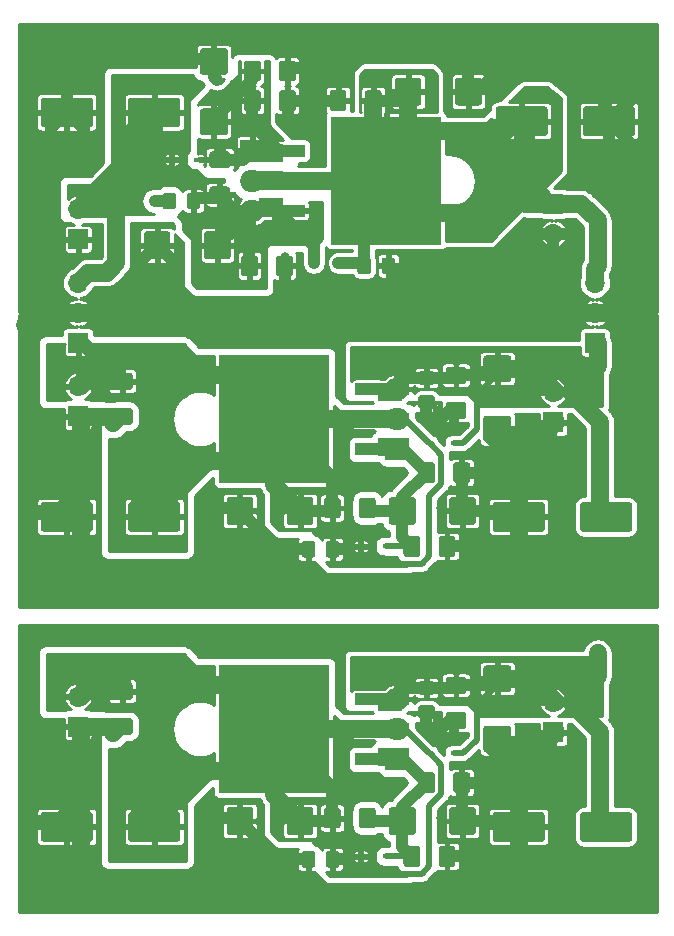
<source format=gtl>
%TF.GenerationSoftware,KiCad,Pcbnew,(5.1.4)-1*%
%TF.CreationDate,2021-09-05T23:43:36-04:00*%
%TF.ProjectId,dual_lm317,6475616c-5f6c-46d3-9331-372e6b696361,rev?*%
%TF.SameCoordinates,Original*%
%TF.FileFunction,Copper,L1,Top*%
%TF.FilePolarity,Positive*%
%FSLAX46Y46*%
G04 Gerber Fmt 4.6, Leading zero omitted, Abs format (unit mm)*
G04 Created by KiCad (PCBNEW (5.1.4)-1) date 2021-09-05 23:43:36*
%MOMM*%
%LPD*%
G04 APERTURE LIST*
%TA.AperFunction,SMDPad,CuDef*%
%ADD10R,9.400000X10.800000*%
%TD*%
%TA.AperFunction,SMDPad,CuDef*%
%ADD11R,4.600000X1.100000*%
%TD*%
%TA.AperFunction,SMDPad,CuDef*%
%ADD12R,2.000000X1.500000*%
%TD*%
%TA.AperFunction,SMDPad,CuDef*%
%ADD13R,2.000000X3.800000*%
%TD*%
%TA.AperFunction,ComponentPad*%
%ADD14O,2.000000X1.905000*%
%TD*%
%TA.AperFunction,ComponentPad*%
%ADD15R,2.000000X1.905000*%
%TD*%
%TA.AperFunction,Conductor*%
%ADD16C,0.100000*%
%TD*%
%TA.AperFunction,SMDPad,CuDef*%
%ADD17C,1.425000*%
%TD*%
%TA.AperFunction,ComponentPad*%
%ADD18O,1.700000X1.700000*%
%TD*%
%TA.AperFunction,ComponentPad*%
%ADD19R,1.700000X1.700000*%
%TD*%
%TA.AperFunction,SMDPad,CuDef*%
%ADD20R,0.600000X0.450000*%
%TD*%
%TA.AperFunction,SMDPad,CuDef*%
%ADD21C,2.500000*%
%TD*%
%TA.AperFunction,SMDPad,CuDef*%
%ADD22C,2.250000*%
%TD*%
%TA.AperFunction,SMDPad,CuDef*%
%ADD23C,1.150000*%
%TD*%
%TA.AperFunction,ViaPad*%
%ADD24C,0.800000*%
%TD*%
%TA.AperFunction,Conductor*%
%ADD25C,1.500000*%
%TD*%
%TA.AperFunction,Conductor*%
%ADD26C,0.500000*%
%TD*%
%TA.AperFunction,Conductor*%
%ADD27C,1.000000*%
%TD*%
%TA.AperFunction,Conductor*%
%ADD28C,0.250000*%
%TD*%
G04 APERTURE END LIST*
D10*
%TO.P,U9,4*%
%TO.N,/VoutB*%
X124625000Y-107750000D03*
D11*
%TO.P,U9,3*%
%TO.N,/VinB*%
X133775000Y-105210000D03*
%TO.P,U9,2*%
%TO.N,/VoutB*%
X133775000Y-107750000D03*
%TO.P,U9,1*%
%TO.N,/VadjB*%
X133775000Y-110290000D03*
%TD*%
D12*
%TO.P,U8,1*%
%TO.N,/VadjB*%
X134400000Y-110050000D03*
%TO.P,U8,3*%
%TO.N,/VinB*%
X134400000Y-105450000D03*
%TO.P,U8,2*%
%TO.N,/VoutB*%
X134400000Y-107750000D03*
D13*
%TO.P,U8,4*%
X128100000Y-107750000D03*
%TD*%
D14*
%TO.P,U7,3*%
%TO.N,/VinB*%
X135000000Y-105170000D03*
%TO.P,U7,2*%
%TO.N,/VoutB*%
X135000000Y-107710000D03*
D15*
%TO.P,U7,1*%
%TO.N,/VadjB*%
X135000000Y-110250000D03*
%TD*%
D16*
%TO.N,/VadjB*%
%TO.C,R6*%
G36*
X132974504Y-114376204D02*
G01*
X132998773Y-114379804D01*
X133022571Y-114385765D01*
X133045671Y-114394030D01*
X133067849Y-114404520D01*
X133088893Y-114417133D01*
X133108598Y-114431747D01*
X133126777Y-114448223D01*
X133143253Y-114466402D01*
X133157867Y-114486107D01*
X133170480Y-114507151D01*
X133180970Y-114529329D01*
X133189235Y-114552429D01*
X133195196Y-114576227D01*
X133198796Y-114600496D01*
X133200000Y-114625000D01*
X133200000Y-115875000D01*
X133198796Y-115899504D01*
X133195196Y-115923773D01*
X133189235Y-115947571D01*
X133180970Y-115970671D01*
X133170480Y-115992849D01*
X133157867Y-116013893D01*
X133143253Y-116033598D01*
X133126777Y-116051777D01*
X133108598Y-116068253D01*
X133088893Y-116082867D01*
X133067849Y-116095480D01*
X133045671Y-116105970D01*
X133022571Y-116114235D01*
X132998773Y-116120196D01*
X132974504Y-116123796D01*
X132950000Y-116125000D01*
X132025000Y-116125000D01*
X132000496Y-116123796D01*
X131976227Y-116120196D01*
X131952429Y-116114235D01*
X131929329Y-116105970D01*
X131907151Y-116095480D01*
X131886107Y-116082867D01*
X131866402Y-116068253D01*
X131848223Y-116051777D01*
X131831747Y-116033598D01*
X131817133Y-116013893D01*
X131804520Y-115992849D01*
X131794030Y-115970671D01*
X131785765Y-115947571D01*
X131779804Y-115923773D01*
X131776204Y-115899504D01*
X131775000Y-115875000D01*
X131775000Y-114625000D01*
X131776204Y-114600496D01*
X131779804Y-114576227D01*
X131785765Y-114552429D01*
X131794030Y-114529329D01*
X131804520Y-114507151D01*
X131817133Y-114486107D01*
X131831747Y-114466402D01*
X131848223Y-114448223D01*
X131866402Y-114431747D01*
X131886107Y-114417133D01*
X131907151Y-114404520D01*
X131929329Y-114394030D01*
X131952429Y-114385765D01*
X131976227Y-114379804D01*
X132000496Y-114376204D01*
X132025000Y-114375000D01*
X132950000Y-114375000D01*
X132974504Y-114376204D01*
X132974504Y-114376204D01*
G37*
D17*
%TD*%
%TO.P,R6,2*%
%TO.N,/VadjB*%
X132487500Y-115250000D03*
D16*
%TO.N,/VoutB*%
%TO.C,R6*%
G36*
X129999504Y-114376204D02*
G01*
X130023773Y-114379804D01*
X130047571Y-114385765D01*
X130070671Y-114394030D01*
X130092849Y-114404520D01*
X130113893Y-114417133D01*
X130133598Y-114431747D01*
X130151777Y-114448223D01*
X130168253Y-114466402D01*
X130182867Y-114486107D01*
X130195480Y-114507151D01*
X130205970Y-114529329D01*
X130214235Y-114552429D01*
X130220196Y-114576227D01*
X130223796Y-114600496D01*
X130225000Y-114625000D01*
X130225000Y-115875000D01*
X130223796Y-115899504D01*
X130220196Y-115923773D01*
X130214235Y-115947571D01*
X130205970Y-115970671D01*
X130195480Y-115992849D01*
X130182867Y-116013893D01*
X130168253Y-116033598D01*
X130151777Y-116051777D01*
X130133598Y-116068253D01*
X130113893Y-116082867D01*
X130092849Y-116095480D01*
X130070671Y-116105970D01*
X130047571Y-116114235D01*
X130023773Y-116120196D01*
X129999504Y-116123796D01*
X129975000Y-116125000D01*
X129050000Y-116125000D01*
X129025496Y-116123796D01*
X129001227Y-116120196D01*
X128977429Y-116114235D01*
X128954329Y-116105970D01*
X128932151Y-116095480D01*
X128911107Y-116082867D01*
X128891402Y-116068253D01*
X128873223Y-116051777D01*
X128856747Y-116033598D01*
X128842133Y-116013893D01*
X128829520Y-115992849D01*
X128819030Y-115970671D01*
X128810765Y-115947571D01*
X128804804Y-115923773D01*
X128801204Y-115899504D01*
X128800000Y-115875000D01*
X128800000Y-114625000D01*
X128801204Y-114600496D01*
X128804804Y-114576227D01*
X128810765Y-114552429D01*
X128819030Y-114529329D01*
X128829520Y-114507151D01*
X128842133Y-114486107D01*
X128856747Y-114466402D01*
X128873223Y-114448223D01*
X128891402Y-114431747D01*
X128911107Y-114417133D01*
X128932151Y-114404520D01*
X128954329Y-114394030D01*
X128977429Y-114385765D01*
X129001227Y-114379804D01*
X129025496Y-114376204D01*
X129050000Y-114375000D01*
X129975000Y-114375000D01*
X129999504Y-114376204D01*
X129999504Y-114376204D01*
G37*
D17*
%TD*%
%TO.P,R6,1*%
%TO.N,/VoutB*%
X129512500Y-115250000D03*
D16*
%TO.N,/GNDB*%
%TO.C,R5*%
G36*
X139724504Y-117626204D02*
G01*
X139748773Y-117629804D01*
X139772571Y-117635765D01*
X139795671Y-117644030D01*
X139817849Y-117654520D01*
X139838893Y-117667133D01*
X139858598Y-117681747D01*
X139876777Y-117698223D01*
X139893253Y-117716402D01*
X139907867Y-117736107D01*
X139920480Y-117757151D01*
X139930970Y-117779329D01*
X139939235Y-117802429D01*
X139945196Y-117826227D01*
X139948796Y-117850496D01*
X139950000Y-117875000D01*
X139950000Y-119125000D01*
X139948796Y-119149504D01*
X139945196Y-119173773D01*
X139939235Y-119197571D01*
X139930970Y-119220671D01*
X139920480Y-119242849D01*
X139907867Y-119263893D01*
X139893253Y-119283598D01*
X139876777Y-119301777D01*
X139858598Y-119318253D01*
X139838893Y-119332867D01*
X139817849Y-119345480D01*
X139795671Y-119355970D01*
X139772571Y-119364235D01*
X139748773Y-119370196D01*
X139724504Y-119373796D01*
X139700000Y-119375000D01*
X138775000Y-119375000D01*
X138750496Y-119373796D01*
X138726227Y-119370196D01*
X138702429Y-119364235D01*
X138679329Y-119355970D01*
X138657151Y-119345480D01*
X138636107Y-119332867D01*
X138616402Y-119318253D01*
X138598223Y-119301777D01*
X138581747Y-119283598D01*
X138567133Y-119263893D01*
X138554520Y-119242849D01*
X138544030Y-119220671D01*
X138535765Y-119197571D01*
X138529804Y-119173773D01*
X138526204Y-119149504D01*
X138525000Y-119125000D01*
X138525000Y-117875000D01*
X138526204Y-117850496D01*
X138529804Y-117826227D01*
X138535765Y-117802429D01*
X138544030Y-117779329D01*
X138554520Y-117757151D01*
X138567133Y-117736107D01*
X138581747Y-117716402D01*
X138598223Y-117698223D01*
X138616402Y-117681747D01*
X138636107Y-117667133D01*
X138657151Y-117654520D01*
X138679329Y-117644030D01*
X138702429Y-117635765D01*
X138726227Y-117629804D01*
X138750496Y-117626204D01*
X138775000Y-117625000D01*
X139700000Y-117625000D01*
X139724504Y-117626204D01*
X139724504Y-117626204D01*
G37*
D17*
%TD*%
%TO.P,R5,2*%
%TO.N,/GNDB*%
X139237500Y-118500000D03*
D16*
%TO.N,/VadjB*%
%TO.C,R5*%
G36*
X136749504Y-117626204D02*
G01*
X136773773Y-117629804D01*
X136797571Y-117635765D01*
X136820671Y-117644030D01*
X136842849Y-117654520D01*
X136863893Y-117667133D01*
X136883598Y-117681747D01*
X136901777Y-117698223D01*
X136918253Y-117716402D01*
X136932867Y-117736107D01*
X136945480Y-117757151D01*
X136955970Y-117779329D01*
X136964235Y-117802429D01*
X136970196Y-117826227D01*
X136973796Y-117850496D01*
X136975000Y-117875000D01*
X136975000Y-119125000D01*
X136973796Y-119149504D01*
X136970196Y-119173773D01*
X136964235Y-119197571D01*
X136955970Y-119220671D01*
X136945480Y-119242849D01*
X136932867Y-119263893D01*
X136918253Y-119283598D01*
X136901777Y-119301777D01*
X136883598Y-119318253D01*
X136863893Y-119332867D01*
X136842849Y-119345480D01*
X136820671Y-119355970D01*
X136797571Y-119364235D01*
X136773773Y-119370196D01*
X136749504Y-119373796D01*
X136725000Y-119375000D01*
X135800000Y-119375000D01*
X135775496Y-119373796D01*
X135751227Y-119370196D01*
X135727429Y-119364235D01*
X135704329Y-119355970D01*
X135682151Y-119345480D01*
X135661107Y-119332867D01*
X135641402Y-119318253D01*
X135623223Y-119301777D01*
X135606747Y-119283598D01*
X135592133Y-119263893D01*
X135579520Y-119242849D01*
X135569030Y-119220671D01*
X135560765Y-119197571D01*
X135554804Y-119173773D01*
X135551204Y-119149504D01*
X135550000Y-119125000D01*
X135550000Y-117875000D01*
X135551204Y-117850496D01*
X135554804Y-117826227D01*
X135560765Y-117802429D01*
X135569030Y-117779329D01*
X135579520Y-117757151D01*
X135592133Y-117736107D01*
X135606747Y-117716402D01*
X135623223Y-117698223D01*
X135641402Y-117681747D01*
X135661107Y-117667133D01*
X135682151Y-117654520D01*
X135704329Y-117644030D01*
X135727429Y-117635765D01*
X135751227Y-117629804D01*
X135775496Y-117626204D01*
X135800000Y-117625000D01*
X136725000Y-117625000D01*
X136749504Y-117626204D01*
X136749504Y-117626204D01*
G37*
D17*
%TD*%
%TO.P,R5,1*%
%TO.N,/VadjB*%
X136262500Y-118500000D03*
D18*
%TO.P,J8,2*%
%TO.N,/VoutB*%
X108000000Y-104960000D03*
D19*
%TO.P,J8,1*%
%TO.N,/GNDB*%
X108000000Y-107500000D03*
%TD*%
D18*
%TO.P,J7,2*%
%TO.N,/VinB*%
X148250000Y-105460000D03*
D19*
%TO.P,J7,1*%
%TO.N,/GNDB*%
X148250000Y-108000000D03*
%TD*%
D20*
%TO.P,D6,2*%
%TO.N,/VadjB*%
X134050000Y-118500000D03*
%TO.P,D6,1*%
%TO.N,/VoutB*%
X131950000Y-118500000D03*
%TD*%
%TO.P,D5,2*%
%TO.N,/VoutB*%
X137700000Y-109750000D03*
%TO.P,D5,1*%
%TO.N,/VinB*%
X139800000Y-109750000D03*
%TD*%
D16*
%TO.N,/GNDB*%
%TO.C,C30*%
G36*
X109024504Y-114751204D02*
G01*
X109048773Y-114754804D01*
X109072571Y-114760765D01*
X109095671Y-114769030D01*
X109117849Y-114779520D01*
X109138893Y-114792133D01*
X109158598Y-114806747D01*
X109176777Y-114823223D01*
X109193253Y-114841402D01*
X109207867Y-114861107D01*
X109220480Y-114882151D01*
X109230970Y-114904329D01*
X109239235Y-114927429D01*
X109245196Y-114951227D01*
X109248796Y-114975496D01*
X109250000Y-115000000D01*
X109250000Y-117000000D01*
X109248796Y-117024504D01*
X109245196Y-117048773D01*
X109239235Y-117072571D01*
X109230970Y-117095671D01*
X109220480Y-117117849D01*
X109207867Y-117138893D01*
X109193253Y-117158598D01*
X109176777Y-117176777D01*
X109158598Y-117193253D01*
X109138893Y-117207867D01*
X109117849Y-117220480D01*
X109095671Y-117230970D01*
X109072571Y-117239235D01*
X109048773Y-117245196D01*
X109024504Y-117248796D01*
X109000000Y-117250000D01*
X105100000Y-117250000D01*
X105075496Y-117248796D01*
X105051227Y-117245196D01*
X105027429Y-117239235D01*
X105004329Y-117230970D01*
X104982151Y-117220480D01*
X104961107Y-117207867D01*
X104941402Y-117193253D01*
X104923223Y-117176777D01*
X104906747Y-117158598D01*
X104892133Y-117138893D01*
X104879520Y-117117849D01*
X104869030Y-117095671D01*
X104860765Y-117072571D01*
X104854804Y-117048773D01*
X104851204Y-117024504D01*
X104850000Y-117000000D01*
X104850000Y-115000000D01*
X104851204Y-114975496D01*
X104854804Y-114951227D01*
X104860765Y-114927429D01*
X104869030Y-114904329D01*
X104879520Y-114882151D01*
X104892133Y-114861107D01*
X104906747Y-114841402D01*
X104923223Y-114823223D01*
X104941402Y-114806747D01*
X104961107Y-114792133D01*
X104982151Y-114779520D01*
X105004329Y-114769030D01*
X105027429Y-114760765D01*
X105051227Y-114754804D01*
X105075496Y-114751204D01*
X105100000Y-114750000D01*
X109000000Y-114750000D01*
X109024504Y-114751204D01*
X109024504Y-114751204D01*
G37*
D21*
%TD*%
%TO.P,C30,2*%
%TO.N,/GNDB*%
X107050000Y-116000000D03*
D16*
%TO.N,/VoutB*%
%TO.C,C30*%
G36*
X116424504Y-114751204D02*
G01*
X116448773Y-114754804D01*
X116472571Y-114760765D01*
X116495671Y-114769030D01*
X116517849Y-114779520D01*
X116538893Y-114792133D01*
X116558598Y-114806747D01*
X116576777Y-114823223D01*
X116593253Y-114841402D01*
X116607867Y-114861107D01*
X116620480Y-114882151D01*
X116630970Y-114904329D01*
X116639235Y-114927429D01*
X116645196Y-114951227D01*
X116648796Y-114975496D01*
X116650000Y-115000000D01*
X116650000Y-117000000D01*
X116648796Y-117024504D01*
X116645196Y-117048773D01*
X116639235Y-117072571D01*
X116630970Y-117095671D01*
X116620480Y-117117849D01*
X116607867Y-117138893D01*
X116593253Y-117158598D01*
X116576777Y-117176777D01*
X116558598Y-117193253D01*
X116538893Y-117207867D01*
X116517849Y-117220480D01*
X116495671Y-117230970D01*
X116472571Y-117239235D01*
X116448773Y-117245196D01*
X116424504Y-117248796D01*
X116400000Y-117250000D01*
X112500000Y-117250000D01*
X112475496Y-117248796D01*
X112451227Y-117245196D01*
X112427429Y-117239235D01*
X112404329Y-117230970D01*
X112382151Y-117220480D01*
X112361107Y-117207867D01*
X112341402Y-117193253D01*
X112323223Y-117176777D01*
X112306747Y-117158598D01*
X112292133Y-117138893D01*
X112279520Y-117117849D01*
X112269030Y-117095671D01*
X112260765Y-117072571D01*
X112254804Y-117048773D01*
X112251204Y-117024504D01*
X112250000Y-117000000D01*
X112250000Y-115000000D01*
X112251204Y-114975496D01*
X112254804Y-114951227D01*
X112260765Y-114927429D01*
X112269030Y-114904329D01*
X112279520Y-114882151D01*
X112292133Y-114861107D01*
X112306747Y-114841402D01*
X112323223Y-114823223D01*
X112341402Y-114806747D01*
X112361107Y-114792133D01*
X112382151Y-114779520D01*
X112404329Y-114769030D01*
X112427429Y-114760765D01*
X112451227Y-114754804D01*
X112475496Y-114751204D01*
X112500000Y-114750000D01*
X116400000Y-114750000D01*
X116424504Y-114751204D01*
X116424504Y-114751204D01*
G37*
D21*
%TD*%
%TO.P,C30,1*%
%TO.N,/VoutB*%
X114450000Y-116000000D03*
D16*
%TO.N,/GNDB*%
%TO.C,C29*%
G36*
X122599505Y-114326204D02*
G01*
X122623773Y-114329804D01*
X122647572Y-114335765D01*
X122670671Y-114344030D01*
X122692850Y-114354520D01*
X122713893Y-114367132D01*
X122733599Y-114381747D01*
X122751777Y-114398223D01*
X122768253Y-114416401D01*
X122782868Y-114436107D01*
X122795480Y-114457150D01*
X122805970Y-114479329D01*
X122814235Y-114502428D01*
X122820196Y-114526227D01*
X122823796Y-114550495D01*
X122825000Y-114574999D01*
X122825000Y-116425001D01*
X122823796Y-116449505D01*
X122820196Y-116473773D01*
X122814235Y-116497572D01*
X122805970Y-116520671D01*
X122795480Y-116542850D01*
X122782868Y-116563893D01*
X122768253Y-116583599D01*
X122751777Y-116601777D01*
X122733599Y-116618253D01*
X122713893Y-116632868D01*
X122692850Y-116645480D01*
X122670671Y-116655970D01*
X122647572Y-116664235D01*
X122623773Y-116670196D01*
X122599505Y-116673796D01*
X122575001Y-116675000D01*
X120824999Y-116675000D01*
X120800495Y-116673796D01*
X120776227Y-116670196D01*
X120752428Y-116664235D01*
X120729329Y-116655970D01*
X120707150Y-116645480D01*
X120686107Y-116632868D01*
X120666401Y-116618253D01*
X120648223Y-116601777D01*
X120631747Y-116583599D01*
X120617132Y-116563893D01*
X120604520Y-116542850D01*
X120594030Y-116520671D01*
X120585765Y-116497572D01*
X120579804Y-116473773D01*
X120576204Y-116449505D01*
X120575000Y-116425001D01*
X120575000Y-114574999D01*
X120576204Y-114550495D01*
X120579804Y-114526227D01*
X120585765Y-114502428D01*
X120594030Y-114479329D01*
X120604520Y-114457150D01*
X120617132Y-114436107D01*
X120631747Y-114416401D01*
X120648223Y-114398223D01*
X120666401Y-114381747D01*
X120686107Y-114367132D01*
X120707150Y-114354520D01*
X120729329Y-114344030D01*
X120752428Y-114335765D01*
X120776227Y-114329804D01*
X120800495Y-114326204D01*
X120824999Y-114325000D01*
X122575001Y-114325000D01*
X122599505Y-114326204D01*
X122599505Y-114326204D01*
G37*
D22*
%TD*%
%TO.P,C29,2*%
%TO.N,/GNDB*%
X121700000Y-115500000D03*
D16*
%TO.N,/VoutB*%
%TO.C,C29*%
G36*
X127699505Y-114326204D02*
G01*
X127723773Y-114329804D01*
X127747572Y-114335765D01*
X127770671Y-114344030D01*
X127792850Y-114354520D01*
X127813893Y-114367132D01*
X127833599Y-114381747D01*
X127851777Y-114398223D01*
X127868253Y-114416401D01*
X127882868Y-114436107D01*
X127895480Y-114457150D01*
X127905970Y-114479329D01*
X127914235Y-114502428D01*
X127920196Y-114526227D01*
X127923796Y-114550495D01*
X127925000Y-114574999D01*
X127925000Y-116425001D01*
X127923796Y-116449505D01*
X127920196Y-116473773D01*
X127914235Y-116497572D01*
X127905970Y-116520671D01*
X127895480Y-116542850D01*
X127882868Y-116563893D01*
X127868253Y-116583599D01*
X127851777Y-116601777D01*
X127833599Y-116618253D01*
X127813893Y-116632868D01*
X127792850Y-116645480D01*
X127770671Y-116655970D01*
X127747572Y-116664235D01*
X127723773Y-116670196D01*
X127699505Y-116673796D01*
X127675001Y-116675000D01*
X125924999Y-116675000D01*
X125900495Y-116673796D01*
X125876227Y-116670196D01*
X125852428Y-116664235D01*
X125829329Y-116655970D01*
X125807150Y-116645480D01*
X125786107Y-116632868D01*
X125766401Y-116618253D01*
X125748223Y-116601777D01*
X125731747Y-116583599D01*
X125717132Y-116563893D01*
X125704520Y-116542850D01*
X125694030Y-116520671D01*
X125685765Y-116497572D01*
X125679804Y-116473773D01*
X125676204Y-116449505D01*
X125675000Y-116425001D01*
X125675000Y-114574999D01*
X125676204Y-114550495D01*
X125679804Y-114526227D01*
X125685765Y-114502428D01*
X125694030Y-114479329D01*
X125704520Y-114457150D01*
X125717132Y-114436107D01*
X125731747Y-114416401D01*
X125748223Y-114398223D01*
X125766401Y-114381747D01*
X125786107Y-114367132D01*
X125807150Y-114354520D01*
X125829329Y-114344030D01*
X125852428Y-114335765D01*
X125876227Y-114329804D01*
X125900495Y-114326204D01*
X125924999Y-114325000D01*
X127675001Y-114325000D01*
X127699505Y-114326204D01*
X127699505Y-114326204D01*
G37*
D22*
%TD*%
%TO.P,C29,1*%
%TO.N,/VoutB*%
X126800000Y-115500000D03*
D16*
%TO.N,/GNDB*%
%TO.C,C28*%
G36*
X112399504Y-106776204D02*
G01*
X112423773Y-106779804D01*
X112447571Y-106785765D01*
X112470671Y-106794030D01*
X112492849Y-106804520D01*
X112513893Y-106817133D01*
X112533598Y-106831747D01*
X112551777Y-106848223D01*
X112568253Y-106866402D01*
X112582867Y-106886107D01*
X112595480Y-106907151D01*
X112605970Y-106929329D01*
X112614235Y-106952429D01*
X112620196Y-106976227D01*
X112623796Y-107000496D01*
X112625000Y-107025000D01*
X112625000Y-107950000D01*
X112623796Y-107974504D01*
X112620196Y-107998773D01*
X112614235Y-108022571D01*
X112605970Y-108045671D01*
X112595480Y-108067849D01*
X112582867Y-108088893D01*
X112568253Y-108108598D01*
X112551777Y-108126777D01*
X112533598Y-108143253D01*
X112513893Y-108157867D01*
X112492849Y-108170480D01*
X112470671Y-108180970D01*
X112447571Y-108189235D01*
X112423773Y-108195196D01*
X112399504Y-108198796D01*
X112375000Y-108200000D01*
X111125000Y-108200000D01*
X111100496Y-108198796D01*
X111076227Y-108195196D01*
X111052429Y-108189235D01*
X111029329Y-108180970D01*
X111007151Y-108170480D01*
X110986107Y-108157867D01*
X110966402Y-108143253D01*
X110948223Y-108126777D01*
X110931747Y-108108598D01*
X110917133Y-108088893D01*
X110904520Y-108067849D01*
X110894030Y-108045671D01*
X110885765Y-108022571D01*
X110879804Y-107998773D01*
X110876204Y-107974504D01*
X110875000Y-107950000D01*
X110875000Y-107025000D01*
X110876204Y-107000496D01*
X110879804Y-106976227D01*
X110885765Y-106952429D01*
X110894030Y-106929329D01*
X110904520Y-106907151D01*
X110917133Y-106886107D01*
X110931747Y-106866402D01*
X110948223Y-106848223D01*
X110966402Y-106831747D01*
X110986107Y-106817133D01*
X111007151Y-106804520D01*
X111029329Y-106794030D01*
X111052429Y-106785765D01*
X111076227Y-106779804D01*
X111100496Y-106776204D01*
X111125000Y-106775000D01*
X112375000Y-106775000D01*
X112399504Y-106776204D01*
X112399504Y-106776204D01*
G37*
D17*
%TD*%
%TO.P,C28,2*%
%TO.N,/GNDB*%
X111750000Y-107487500D03*
D16*
%TO.N,/VoutB*%
%TO.C,C28*%
G36*
X112399504Y-103801204D02*
G01*
X112423773Y-103804804D01*
X112447571Y-103810765D01*
X112470671Y-103819030D01*
X112492849Y-103829520D01*
X112513893Y-103842133D01*
X112533598Y-103856747D01*
X112551777Y-103873223D01*
X112568253Y-103891402D01*
X112582867Y-103911107D01*
X112595480Y-103932151D01*
X112605970Y-103954329D01*
X112614235Y-103977429D01*
X112620196Y-104001227D01*
X112623796Y-104025496D01*
X112625000Y-104050000D01*
X112625000Y-104975000D01*
X112623796Y-104999504D01*
X112620196Y-105023773D01*
X112614235Y-105047571D01*
X112605970Y-105070671D01*
X112595480Y-105092849D01*
X112582867Y-105113893D01*
X112568253Y-105133598D01*
X112551777Y-105151777D01*
X112533598Y-105168253D01*
X112513893Y-105182867D01*
X112492849Y-105195480D01*
X112470671Y-105205970D01*
X112447571Y-105214235D01*
X112423773Y-105220196D01*
X112399504Y-105223796D01*
X112375000Y-105225000D01*
X111125000Y-105225000D01*
X111100496Y-105223796D01*
X111076227Y-105220196D01*
X111052429Y-105214235D01*
X111029329Y-105205970D01*
X111007151Y-105195480D01*
X110986107Y-105182867D01*
X110966402Y-105168253D01*
X110948223Y-105151777D01*
X110931747Y-105133598D01*
X110917133Y-105113893D01*
X110904520Y-105092849D01*
X110894030Y-105070671D01*
X110885765Y-105047571D01*
X110879804Y-105023773D01*
X110876204Y-104999504D01*
X110875000Y-104975000D01*
X110875000Y-104050000D01*
X110876204Y-104025496D01*
X110879804Y-104001227D01*
X110885765Y-103977429D01*
X110894030Y-103954329D01*
X110904520Y-103932151D01*
X110917133Y-103911107D01*
X110931747Y-103891402D01*
X110948223Y-103873223D01*
X110966402Y-103856747D01*
X110986107Y-103842133D01*
X111007151Y-103829520D01*
X111029329Y-103819030D01*
X111052429Y-103810765D01*
X111076227Y-103804804D01*
X111100496Y-103801204D01*
X111125000Y-103800000D01*
X112375000Y-103800000D01*
X112399504Y-103801204D01*
X112399504Y-103801204D01*
G37*
D17*
%TD*%
%TO.P,C28,1*%
%TO.N,/VoutB*%
X111750000Y-104512500D03*
D16*
%TO.N,/GNDB*%
%TO.C,C27*%
G36*
X127849505Y-118051204D02*
G01*
X127873773Y-118054804D01*
X127897572Y-118060765D01*
X127920671Y-118069030D01*
X127942850Y-118079520D01*
X127963893Y-118092132D01*
X127983599Y-118106747D01*
X128001777Y-118123223D01*
X128018253Y-118141401D01*
X128032868Y-118161107D01*
X128045480Y-118182150D01*
X128055970Y-118204329D01*
X128064235Y-118227428D01*
X128070196Y-118251227D01*
X128073796Y-118275495D01*
X128075000Y-118299999D01*
X128075000Y-119200001D01*
X128073796Y-119224505D01*
X128070196Y-119248773D01*
X128064235Y-119272572D01*
X128055970Y-119295671D01*
X128045480Y-119317850D01*
X128032868Y-119338893D01*
X128018253Y-119358599D01*
X128001777Y-119376777D01*
X127983599Y-119393253D01*
X127963893Y-119407868D01*
X127942850Y-119420480D01*
X127920671Y-119430970D01*
X127897572Y-119439235D01*
X127873773Y-119445196D01*
X127849505Y-119448796D01*
X127825001Y-119450000D01*
X127174999Y-119450000D01*
X127150495Y-119448796D01*
X127126227Y-119445196D01*
X127102428Y-119439235D01*
X127079329Y-119430970D01*
X127057150Y-119420480D01*
X127036107Y-119407868D01*
X127016401Y-119393253D01*
X126998223Y-119376777D01*
X126981747Y-119358599D01*
X126967132Y-119338893D01*
X126954520Y-119317850D01*
X126944030Y-119295671D01*
X126935765Y-119272572D01*
X126929804Y-119248773D01*
X126926204Y-119224505D01*
X126925000Y-119200001D01*
X126925000Y-118299999D01*
X126926204Y-118275495D01*
X126929804Y-118251227D01*
X126935765Y-118227428D01*
X126944030Y-118204329D01*
X126954520Y-118182150D01*
X126967132Y-118161107D01*
X126981747Y-118141401D01*
X126998223Y-118123223D01*
X127016401Y-118106747D01*
X127036107Y-118092132D01*
X127057150Y-118079520D01*
X127079329Y-118069030D01*
X127102428Y-118060765D01*
X127126227Y-118054804D01*
X127150495Y-118051204D01*
X127174999Y-118050000D01*
X127825001Y-118050000D01*
X127849505Y-118051204D01*
X127849505Y-118051204D01*
G37*
D23*
%TD*%
%TO.P,C27,2*%
%TO.N,/GNDB*%
X127500000Y-118750000D03*
D16*
%TO.N,/VoutB*%
%TO.C,C27*%
G36*
X129899505Y-118051204D02*
G01*
X129923773Y-118054804D01*
X129947572Y-118060765D01*
X129970671Y-118069030D01*
X129992850Y-118079520D01*
X130013893Y-118092132D01*
X130033599Y-118106747D01*
X130051777Y-118123223D01*
X130068253Y-118141401D01*
X130082868Y-118161107D01*
X130095480Y-118182150D01*
X130105970Y-118204329D01*
X130114235Y-118227428D01*
X130120196Y-118251227D01*
X130123796Y-118275495D01*
X130125000Y-118299999D01*
X130125000Y-119200001D01*
X130123796Y-119224505D01*
X130120196Y-119248773D01*
X130114235Y-119272572D01*
X130105970Y-119295671D01*
X130095480Y-119317850D01*
X130082868Y-119338893D01*
X130068253Y-119358599D01*
X130051777Y-119376777D01*
X130033599Y-119393253D01*
X130013893Y-119407868D01*
X129992850Y-119420480D01*
X129970671Y-119430970D01*
X129947572Y-119439235D01*
X129923773Y-119445196D01*
X129899505Y-119448796D01*
X129875001Y-119450000D01*
X129224999Y-119450000D01*
X129200495Y-119448796D01*
X129176227Y-119445196D01*
X129152428Y-119439235D01*
X129129329Y-119430970D01*
X129107150Y-119420480D01*
X129086107Y-119407868D01*
X129066401Y-119393253D01*
X129048223Y-119376777D01*
X129031747Y-119358599D01*
X129017132Y-119338893D01*
X129004520Y-119317850D01*
X128994030Y-119295671D01*
X128985765Y-119272572D01*
X128979804Y-119248773D01*
X128976204Y-119224505D01*
X128975000Y-119200001D01*
X128975000Y-118299999D01*
X128976204Y-118275495D01*
X128979804Y-118251227D01*
X128985765Y-118227428D01*
X128994030Y-118204329D01*
X129004520Y-118182150D01*
X129017132Y-118161107D01*
X129031747Y-118141401D01*
X129048223Y-118123223D01*
X129066401Y-118106747D01*
X129086107Y-118092132D01*
X129107150Y-118079520D01*
X129129329Y-118069030D01*
X129152428Y-118060765D01*
X129176227Y-118054804D01*
X129200495Y-118051204D01*
X129224999Y-118050000D01*
X129875001Y-118050000D01*
X129899505Y-118051204D01*
X129899505Y-118051204D01*
G37*
D23*
%TD*%
%TO.P,C27,1*%
%TO.N,/VoutB*%
X129550000Y-118750000D03*
D16*
%TO.N,/GNDB*%
%TO.C,C26*%
G36*
X140974504Y-111376204D02*
G01*
X140998773Y-111379804D01*
X141022571Y-111385765D01*
X141045671Y-111394030D01*
X141067849Y-111404520D01*
X141088893Y-111417133D01*
X141108598Y-111431747D01*
X141126777Y-111448223D01*
X141143253Y-111466402D01*
X141157867Y-111486107D01*
X141170480Y-111507151D01*
X141180970Y-111529329D01*
X141189235Y-111552429D01*
X141195196Y-111576227D01*
X141198796Y-111600496D01*
X141200000Y-111625000D01*
X141200000Y-112875000D01*
X141198796Y-112899504D01*
X141195196Y-112923773D01*
X141189235Y-112947571D01*
X141180970Y-112970671D01*
X141170480Y-112992849D01*
X141157867Y-113013893D01*
X141143253Y-113033598D01*
X141126777Y-113051777D01*
X141108598Y-113068253D01*
X141088893Y-113082867D01*
X141067849Y-113095480D01*
X141045671Y-113105970D01*
X141022571Y-113114235D01*
X140998773Y-113120196D01*
X140974504Y-113123796D01*
X140950000Y-113125000D01*
X140025000Y-113125000D01*
X140000496Y-113123796D01*
X139976227Y-113120196D01*
X139952429Y-113114235D01*
X139929329Y-113105970D01*
X139907151Y-113095480D01*
X139886107Y-113082867D01*
X139866402Y-113068253D01*
X139848223Y-113051777D01*
X139831747Y-113033598D01*
X139817133Y-113013893D01*
X139804520Y-112992849D01*
X139794030Y-112970671D01*
X139785765Y-112947571D01*
X139779804Y-112923773D01*
X139776204Y-112899504D01*
X139775000Y-112875000D01*
X139775000Y-111625000D01*
X139776204Y-111600496D01*
X139779804Y-111576227D01*
X139785765Y-111552429D01*
X139794030Y-111529329D01*
X139804520Y-111507151D01*
X139817133Y-111486107D01*
X139831747Y-111466402D01*
X139848223Y-111448223D01*
X139866402Y-111431747D01*
X139886107Y-111417133D01*
X139907151Y-111404520D01*
X139929329Y-111394030D01*
X139952429Y-111385765D01*
X139976227Y-111379804D01*
X140000496Y-111376204D01*
X140025000Y-111375000D01*
X140950000Y-111375000D01*
X140974504Y-111376204D01*
X140974504Y-111376204D01*
G37*
D17*
%TD*%
%TO.P,C26,2*%
%TO.N,/GNDB*%
X140487500Y-112250000D03*
D16*
%TO.N,/VadjB*%
%TO.C,C26*%
G36*
X137999504Y-111376204D02*
G01*
X138023773Y-111379804D01*
X138047571Y-111385765D01*
X138070671Y-111394030D01*
X138092849Y-111404520D01*
X138113893Y-111417133D01*
X138133598Y-111431747D01*
X138151777Y-111448223D01*
X138168253Y-111466402D01*
X138182867Y-111486107D01*
X138195480Y-111507151D01*
X138205970Y-111529329D01*
X138214235Y-111552429D01*
X138220196Y-111576227D01*
X138223796Y-111600496D01*
X138225000Y-111625000D01*
X138225000Y-112875000D01*
X138223796Y-112899504D01*
X138220196Y-112923773D01*
X138214235Y-112947571D01*
X138205970Y-112970671D01*
X138195480Y-112992849D01*
X138182867Y-113013893D01*
X138168253Y-113033598D01*
X138151777Y-113051777D01*
X138133598Y-113068253D01*
X138113893Y-113082867D01*
X138092849Y-113095480D01*
X138070671Y-113105970D01*
X138047571Y-113114235D01*
X138023773Y-113120196D01*
X137999504Y-113123796D01*
X137975000Y-113125000D01*
X137050000Y-113125000D01*
X137025496Y-113123796D01*
X137001227Y-113120196D01*
X136977429Y-113114235D01*
X136954329Y-113105970D01*
X136932151Y-113095480D01*
X136911107Y-113082867D01*
X136891402Y-113068253D01*
X136873223Y-113051777D01*
X136856747Y-113033598D01*
X136842133Y-113013893D01*
X136829520Y-112992849D01*
X136819030Y-112970671D01*
X136810765Y-112947571D01*
X136804804Y-112923773D01*
X136801204Y-112899504D01*
X136800000Y-112875000D01*
X136800000Y-111625000D01*
X136801204Y-111600496D01*
X136804804Y-111576227D01*
X136810765Y-111552429D01*
X136819030Y-111529329D01*
X136829520Y-111507151D01*
X136842133Y-111486107D01*
X136856747Y-111466402D01*
X136873223Y-111448223D01*
X136891402Y-111431747D01*
X136911107Y-111417133D01*
X136932151Y-111404520D01*
X136954329Y-111394030D01*
X136977429Y-111385765D01*
X137001227Y-111379804D01*
X137025496Y-111376204D01*
X137050000Y-111375000D01*
X137975000Y-111375000D01*
X137999504Y-111376204D01*
X137999504Y-111376204D01*
G37*
D17*
%TD*%
%TO.P,C26,1*%
%TO.N,/VadjB*%
X137512500Y-112250000D03*
D16*
%TO.N,/GNDB*%
%TO.C,C25*%
G36*
X141449505Y-114326204D02*
G01*
X141473773Y-114329804D01*
X141497572Y-114335765D01*
X141520671Y-114344030D01*
X141542850Y-114354520D01*
X141563893Y-114367132D01*
X141583599Y-114381747D01*
X141601777Y-114398223D01*
X141618253Y-114416401D01*
X141632868Y-114436107D01*
X141645480Y-114457150D01*
X141655970Y-114479329D01*
X141664235Y-114502428D01*
X141670196Y-114526227D01*
X141673796Y-114550495D01*
X141675000Y-114574999D01*
X141675000Y-116425001D01*
X141673796Y-116449505D01*
X141670196Y-116473773D01*
X141664235Y-116497572D01*
X141655970Y-116520671D01*
X141645480Y-116542850D01*
X141632868Y-116563893D01*
X141618253Y-116583599D01*
X141601777Y-116601777D01*
X141583599Y-116618253D01*
X141563893Y-116632868D01*
X141542850Y-116645480D01*
X141520671Y-116655970D01*
X141497572Y-116664235D01*
X141473773Y-116670196D01*
X141449505Y-116673796D01*
X141425001Y-116675000D01*
X139674999Y-116675000D01*
X139650495Y-116673796D01*
X139626227Y-116670196D01*
X139602428Y-116664235D01*
X139579329Y-116655970D01*
X139557150Y-116645480D01*
X139536107Y-116632868D01*
X139516401Y-116618253D01*
X139498223Y-116601777D01*
X139481747Y-116583599D01*
X139467132Y-116563893D01*
X139454520Y-116542850D01*
X139444030Y-116520671D01*
X139435765Y-116497572D01*
X139429804Y-116473773D01*
X139426204Y-116449505D01*
X139425000Y-116425001D01*
X139425000Y-114574999D01*
X139426204Y-114550495D01*
X139429804Y-114526227D01*
X139435765Y-114502428D01*
X139444030Y-114479329D01*
X139454520Y-114457150D01*
X139467132Y-114436107D01*
X139481747Y-114416401D01*
X139498223Y-114398223D01*
X139516401Y-114381747D01*
X139536107Y-114367132D01*
X139557150Y-114354520D01*
X139579329Y-114344030D01*
X139602428Y-114335765D01*
X139626227Y-114329804D01*
X139650495Y-114326204D01*
X139674999Y-114325000D01*
X141425001Y-114325000D01*
X141449505Y-114326204D01*
X141449505Y-114326204D01*
G37*
D22*
%TD*%
%TO.P,C25,2*%
%TO.N,/GNDB*%
X140550000Y-115500000D03*
D16*
%TO.N,/VadjB*%
%TO.C,C25*%
G36*
X136349505Y-114326204D02*
G01*
X136373773Y-114329804D01*
X136397572Y-114335765D01*
X136420671Y-114344030D01*
X136442850Y-114354520D01*
X136463893Y-114367132D01*
X136483599Y-114381747D01*
X136501777Y-114398223D01*
X136518253Y-114416401D01*
X136532868Y-114436107D01*
X136545480Y-114457150D01*
X136555970Y-114479329D01*
X136564235Y-114502428D01*
X136570196Y-114526227D01*
X136573796Y-114550495D01*
X136575000Y-114574999D01*
X136575000Y-116425001D01*
X136573796Y-116449505D01*
X136570196Y-116473773D01*
X136564235Y-116497572D01*
X136555970Y-116520671D01*
X136545480Y-116542850D01*
X136532868Y-116563893D01*
X136518253Y-116583599D01*
X136501777Y-116601777D01*
X136483599Y-116618253D01*
X136463893Y-116632868D01*
X136442850Y-116645480D01*
X136420671Y-116655970D01*
X136397572Y-116664235D01*
X136373773Y-116670196D01*
X136349505Y-116673796D01*
X136325001Y-116675000D01*
X134574999Y-116675000D01*
X134550495Y-116673796D01*
X134526227Y-116670196D01*
X134502428Y-116664235D01*
X134479329Y-116655970D01*
X134457150Y-116645480D01*
X134436107Y-116632868D01*
X134416401Y-116618253D01*
X134398223Y-116601777D01*
X134381747Y-116583599D01*
X134367132Y-116563893D01*
X134354520Y-116542850D01*
X134344030Y-116520671D01*
X134335765Y-116497572D01*
X134329804Y-116473773D01*
X134326204Y-116449505D01*
X134325000Y-116425001D01*
X134325000Y-114574999D01*
X134326204Y-114550495D01*
X134329804Y-114526227D01*
X134335765Y-114502428D01*
X134344030Y-114479329D01*
X134354520Y-114457150D01*
X134367132Y-114436107D01*
X134381747Y-114416401D01*
X134398223Y-114398223D01*
X134416401Y-114381747D01*
X134436107Y-114367132D01*
X134457150Y-114354520D01*
X134479329Y-114344030D01*
X134502428Y-114335765D01*
X134526227Y-114329804D01*
X134550495Y-114326204D01*
X134574999Y-114325000D01*
X136325001Y-114325000D01*
X136349505Y-114326204D01*
X136349505Y-114326204D01*
G37*
D22*
%TD*%
%TO.P,C25,1*%
%TO.N,/VadjB*%
X135450000Y-115500000D03*
D16*
%TO.N,/GNDB*%
%TO.C,C24*%
G36*
X147274504Y-114751204D02*
G01*
X147298773Y-114754804D01*
X147322571Y-114760765D01*
X147345671Y-114769030D01*
X147367849Y-114779520D01*
X147388893Y-114792133D01*
X147408598Y-114806747D01*
X147426777Y-114823223D01*
X147443253Y-114841402D01*
X147457867Y-114861107D01*
X147470480Y-114882151D01*
X147480970Y-114904329D01*
X147489235Y-114927429D01*
X147495196Y-114951227D01*
X147498796Y-114975496D01*
X147500000Y-115000000D01*
X147500000Y-117000000D01*
X147498796Y-117024504D01*
X147495196Y-117048773D01*
X147489235Y-117072571D01*
X147480970Y-117095671D01*
X147470480Y-117117849D01*
X147457867Y-117138893D01*
X147443253Y-117158598D01*
X147426777Y-117176777D01*
X147408598Y-117193253D01*
X147388893Y-117207867D01*
X147367849Y-117220480D01*
X147345671Y-117230970D01*
X147322571Y-117239235D01*
X147298773Y-117245196D01*
X147274504Y-117248796D01*
X147250000Y-117250000D01*
X143350000Y-117250000D01*
X143325496Y-117248796D01*
X143301227Y-117245196D01*
X143277429Y-117239235D01*
X143254329Y-117230970D01*
X143232151Y-117220480D01*
X143211107Y-117207867D01*
X143191402Y-117193253D01*
X143173223Y-117176777D01*
X143156747Y-117158598D01*
X143142133Y-117138893D01*
X143129520Y-117117849D01*
X143119030Y-117095671D01*
X143110765Y-117072571D01*
X143104804Y-117048773D01*
X143101204Y-117024504D01*
X143100000Y-117000000D01*
X143100000Y-115000000D01*
X143101204Y-114975496D01*
X143104804Y-114951227D01*
X143110765Y-114927429D01*
X143119030Y-114904329D01*
X143129520Y-114882151D01*
X143142133Y-114861107D01*
X143156747Y-114841402D01*
X143173223Y-114823223D01*
X143191402Y-114806747D01*
X143211107Y-114792133D01*
X143232151Y-114779520D01*
X143254329Y-114769030D01*
X143277429Y-114760765D01*
X143301227Y-114754804D01*
X143325496Y-114751204D01*
X143350000Y-114750000D01*
X147250000Y-114750000D01*
X147274504Y-114751204D01*
X147274504Y-114751204D01*
G37*
D21*
%TD*%
%TO.P,C24,2*%
%TO.N,/GNDB*%
X145300000Y-116000000D03*
D16*
%TO.N,/VinB*%
%TO.C,C24*%
G36*
X154674504Y-114751204D02*
G01*
X154698773Y-114754804D01*
X154722571Y-114760765D01*
X154745671Y-114769030D01*
X154767849Y-114779520D01*
X154788893Y-114792133D01*
X154808598Y-114806747D01*
X154826777Y-114823223D01*
X154843253Y-114841402D01*
X154857867Y-114861107D01*
X154870480Y-114882151D01*
X154880970Y-114904329D01*
X154889235Y-114927429D01*
X154895196Y-114951227D01*
X154898796Y-114975496D01*
X154900000Y-115000000D01*
X154900000Y-117000000D01*
X154898796Y-117024504D01*
X154895196Y-117048773D01*
X154889235Y-117072571D01*
X154880970Y-117095671D01*
X154870480Y-117117849D01*
X154857867Y-117138893D01*
X154843253Y-117158598D01*
X154826777Y-117176777D01*
X154808598Y-117193253D01*
X154788893Y-117207867D01*
X154767849Y-117220480D01*
X154745671Y-117230970D01*
X154722571Y-117239235D01*
X154698773Y-117245196D01*
X154674504Y-117248796D01*
X154650000Y-117250000D01*
X150750000Y-117250000D01*
X150725496Y-117248796D01*
X150701227Y-117245196D01*
X150677429Y-117239235D01*
X150654329Y-117230970D01*
X150632151Y-117220480D01*
X150611107Y-117207867D01*
X150591402Y-117193253D01*
X150573223Y-117176777D01*
X150556747Y-117158598D01*
X150542133Y-117138893D01*
X150529520Y-117117849D01*
X150519030Y-117095671D01*
X150510765Y-117072571D01*
X150504804Y-117048773D01*
X150501204Y-117024504D01*
X150500000Y-117000000D01*
X150500000Y-115000000D01*
X150501204Y-114975496D01*
X150504804Y-114951227D01*
X150510765Y-114927429D01*
X150519030Y-114904329D01*
X150529520Y-114882151D01*
X150542133Y-114861107D01*
X150556747Y-114841402D01*
X150573223Y-114823223D01*
X150591402Y-114806747D01*
X150611107Y-114792133D01*
X150632151Y-114779520D01*
X150654329Y-114769030D01*
X150677429Y-114760765D01*
X150701227Y-114754804D01*
X150725496Y-114751204D01*
X150750000Y-114750000D01*
X154650000Y-114750000D01*
X154674504Y-114751204D01*
X154674504Y-114751204D01*
G37*
D21*
%TD*%
%TO.P,C24,1*%
%TO.N,/VinB*%
X152700000Y-116000000D03*
D16*
%TO.N,/GNDB*%
%TO.C,C23*%
G36*
X144449505Y-107426204D02*
G01*
X144473773Y-107429804D01*
X144497572Y-107435765D01*
X144520671Y-107444030D01*
X144542850Y-107454520D01*
X144563893Y-107467132D01*
X144583599Y-107481747D01*
X144601777Y-107498223D01*
X144618253Y-107516401D01*
X144632868Y-107536107D01*
X144645480Y-107557150D01*
X144655970Y-107579329D01*
X144664235Y-107602428D01*
X144670196Y-107626227D01*
X144673796Y-107650495D01*
X144675000Y-107674999D01*
X144675000Y-109425001D01*
X144673796Y-109449505D01*
X144670196Y-109473773D01*
X144664235Y-109497572D01*
X144655970Y-109520671D01*
X144645480Y-109542850D01*
X144632868Y-109563893D01*
X144618253Y-109583599D01*
X144601777Y-109601777D01*
X144583599Y-109618253D01*
X144563893Y-109632868D01*
X144542850Y-109645480D01*
X144520671Y-109655970D01*
X144497572Y-109664235D01*
X144473773Y-109670196D01*
X144449505Y-109673796D01*
X144425001Y-109675000D01*
X142574999Y-109675000D01*
X142550495Y-109673796D01*
X142526227Y-109670196D01*
X142502428Y-109664235D01*
X142479329Y-109655970D01*
X142457150Y-109645480D01*
X142436107Y-109632868D01*
X142416401Y-109618253D01*
X142398223Y-109601777D01*
X142381747Y-109583599D01*
X142367132Y-109563893D01*
X142354520Y-109542850D01*
X142344030Y-109520671D01*
X142335765Y-109497572D01*
X142329804Y-109473773D01*
X142326204Y-109449505D01*
X142325000Y-109425001D01*
X142325000Y-107674999D01*
X142326204Y-107650495D01*
X142329804Y-107626227D01*
X142335765Y-107602428D01*
X142344030Y-107579329D01*
X142354520Y-107557150D01*
X142367132Y-107536107D01*
X142381747Y-107516401D01*
X142398223Y-107498223D01*
X142416401Y-107481747D01*
X142436107Y-107467132D01*
X142457150Y-107454520D01*
X142479329Y-107444030D01*
X142502428Y-107435765D01*
X142526227Y-107429804D01*
X142550495Y-107426204D01*
X142574999Y-107425000D01*
X144425001Y-107425000D01*
X144449505Y-107426204D01*
X144449505Y-107426204D01*
G37*
D22*
%TD*%
%TO.P,C23,2*%
%TO.N,/GNDB*%
X143500000Y-108550000D03*
D16*
%TO.N,/VinB*%
%TO.C,C23*%
G36*
X144449505Y-102326204D02*
G01*
X144473773Y-102329804D01*
X144497572Y-102335765D01*
X144520671Y-102344030D01*
X144542850Y-102354520D01*
X144563893Y-102367132D01*
X144583599Y-102381747D01*
X144601777Y-102398223D01*
X144618253Y-102416401D01*
X144632868Y-102436107D01*
X144645480Y-102457150D01*
X144655970Y-102479329D01*
X144664235Y-102502428D01*
X144670196Y-102526227D01*
X144673796Y-102550495D01*
X144675000Y-102574999D01*
X144675000Y-104325001D01*
X144673796Y-104349505D01*
X144670196Y-104373773D01*
X144664235Y-104397572D01*
X144655970Y-104420671D01*
X144645480Y-104442850D01*
X144632868Y-104463893D01*
X144618253Y-104483599D01*
X144601777Y-104501777D01*
X144583599Y-104518253D01*
X144563893Y-104532868D01*
X144542850Y-104545480D01*
X144520671Y-104555970D01*
X144497572Y-104564235D01*
X144473773Y-104570196D01*
X144449505Y-104573796D01*
X144425001Y-104575000D01*
X142574999Y-104575000D01*
X142550495Y-104573796D01*
X142526227Y-104570196D01*
X142502428Y-104564235D01*
X142479329Y-104555970D01*
X142457150Y-104545480D01*
X142436107Y-104532868D01*
X142416401Y-104518253D01*
X142398223Y-104501777D01*
X142381747Y-104483599D01*
X142367132Y-104463893D01*
X142354520Y-104442850D01*
X142344030Y-104420671D01*
X142335765Y-104397572D01*
X142329804Y-104373773D01*
X142326204Y-104349505D01*
X142325000Y-104325001D01*
X142325000Y-102574999D01*
X142326204Y-102550495D01*
X142329804Y-102526227D01*
X142335765Y-102502428D01*
X142344030Y-102479329D01*
X142354520Y-102457150D01*
X142367132Y-102436107D01*
X142381747Y-102416401D01*
X142398223Y-102398223D01*
X142416401Y-102381747D01*
X142436107Y-102367132D01*
X142457150Y-102354520D01*
X142479329Y-102344030D01*
X142502428Y-102335765D01*
X142526227Y-102329804D01*
X142550495Y-102326204D01*
X142574999Y-102325000D01*
X144425001Y-102325000D01*
X144449505Y-102326204D01*
X144449505Y-102326204D01*
G37*
D22*
%TD*%
%TO.P,C23,1*%
%TO.N,/VinB*%
X143500000Y-103450000D03*
D16*
%TO.N,/GNDB*%
%TO.C,C22*%
G36*
X140649504Y-106276204D02*
G01*
X140673773Y-106279804D01*
X140697571Y-106285765D01*
X140720671Y-106294030D01*
X140742849Y-106304520D01*
X140763893Y-106317133D01*
X140783598Y-106331747D01*
X140801777Y-106348223D01*
X140818253Y-106366402D01*
X140832867Y-106386107D01*
X140845480Y-106407151D01*
X140855970Y-106429329D01*
X140864235Y-106452429D01*
X140870196Y-106476227D01*
X140873796Y-106500496D01*
X140875000Y-106525000D01*
X140875000Y-107450000D01*
X140873796Y-107474504D01*
X140870196Y-107498773D01*
X140864235Y-107522571D01*
X140855970Y-107545671D01*
X140845480Y-107567849D01*
X140832867Y-107588893D01*
X140818253Y-107608598D01*
X140801777Y-107626777D01*
X140783598Y-107643253D01*
X140763893Y-107657867D01*
X140742849Y-107670480D01*
X140720671Y-107680970D01*
X140697571Y-107689235D01*
X140673773Y-107695196D01*
X140649504Y-107698796D01*
X140625000Y-107700000D01*
X139375000Y-107700000D01*
X139350496Y-107698796D01*
X139326227Y-107695196D01*
X139302429Y-107689235D01*
X139279329Y-107680970D01*
X139257151Y-107670480D01*
X139236107Y-107657867D01*
X139216402Y-107643253D01*
X139198223Y-107626777D01*
X139181747Y-107608598D01*
X139167133Y-107588893D01*
X139154520Y-107567849D01*
X139144030Y-107545671D01*
X139135765Y-107522571D01*
X139129804Y-107498773D01*
X139126204Y-107474504D01*
X139125000Y-107450000D01*
X139125000Y-106525000D01*
X139126204Y-106500496D01*
X139129804Y-106476227D01*
X139135765Y-106452429D01*
X139144030Y-106429329D01*
X139154520Y-106407151D01*
X139167133Y-106386107D01*
X139181747Y-106366402D01*
X139198223Y-106348223D01*
X139216402Y-106331747D01*
X139236107Y-106317133D01*
X139257151Y-106304520D01*
X139279329Y-106294030D01*
X139302429Y-106285765D01*
X139326227Y-106279804D01*
X139350496Y-106276204D01*
X139375000Y-106275000D01*
X140625000Y-106275000D01*
X140649504Y-106276204D01*
X140649504Y-106276204D01*
G37*
D17*
%TD*%
%TO.P,C22,2*%
%TO.N,/GNDB*%
X140000000Y-106987500D03*
D16*
%TO.N,/VinB*%
%TO.C,C22*%
G36*
X140649504Y-103301204D02*
G01*
X140673773Y-103304804D01*
X140697571Y-103310765D01*
X140720671Y-103319030D01*
X140742849Y-103329520D01*
X140763893Y-103342133D01*
X140783598Y-103356747D01*
X140801777Y-103373223D01*
X140818253Y-103391402D01*
X140832867Y-103411107D01*
X140845480Y-103432151D01*
X140855970Y-103454329D01*
X140864235Y-103477429D01*
X140870196Y-103501227D01*
X140873796Y-103525496D01*
X140875000Y-103550000D01*
X140875000Y-104475000D01*
X140873796Y-104499504D01*
X140870196Y-104523773D01*
X140864235Y-104547571D01*
X140855970Y-104570671D01*
X140845480Y-104592849D01*
X140832867Y-104613893D01*
X140818253Y-104633598D01*
X140801777Y-104651777D01*
X140783598Y-104668253D01*
X140763893Y-104682867D01*
X140742849Y-104695480D01*
X140720671Y-104705970D01*
X140697571Y-104714235D01*
X140673773Y-104720196D01*
X140649504Y-104723796D01*
X140625000Y-104725000D01*
X139375000Y-104725000D01*
X139350496Y-104723796D01*
X139326227Y-104720196D01*
X139302429Y-104714235D01*
X139279329Y-104705970D01*
X139257151Y-104695480D01*
X139236107Y-104682867D01*
X139216402Y-104668253D01*
X139198223Y-104651777D01*
X139181747Y-104633598D01*
X139167133Y-104613893D01*
X139154520Y-104592849D01*
X139144030Y-104570671D01*
X139135765Y-104547571D01*
X139129804Y-104523773D01*
X139126204Y-104499504D01*
X139125000Y-104475000D01*
X139125000Y-103550000D01*
X139126204Y-103525496D01*
X139129804Y-103501227D01*
X139135765Y-103477429D01*
X139144030Y-103454329D01*
X139154520Y-103432151D01*
X139167133Y-103411107D01*
X139181747Y-103391402D01*
X139198223Y-103373223D01*
X139216402Y-103356747D01*
X139236107Y-103342133D01*
X139257151Y-103329520D01*
X139279329Y-103319030D01*
X139302429Y-103310765D01*
X139326227Y-103304804D01*
X139350496Y-103301204D01*
X139375000Y-103300000D01*
X140625000Y-103300000D01*
X140649504Y-103301204D01*
X140649504Y-103301204D01*
G37*
D17*
%TD*%
%TO.P,C22,1*%
%TO.N,/VinB*%
X140000000Y-104012500D03*
D16*
%TO.N,/GNDB*%
%TO.C,C21*%
G36*
X137974505Y-105701204D02*
G01*
X137998773Y-105704804D01*
X138022572Y-105710765D01*
X138045671Y-105719030D01*
X138067850Y-105729520D01*
X138088893Y-105742132D01*
X138108599Y-105756747D01*
X138126777Y-105773223D01*
X138143253Y-105791401D01*
X138157868Y-105811107D01*
X138170480Y-105832150D01*
X138180970Y-105854329D01*
X138189235Y-105877428D01*
X138195196Y-105901227D01*
X138198796Y-105925495D01*
X138200000Y-105949999D01*
X138200000Y-106600001D01*
X138198796Y-106624505D01*
X138195196Y-106648773D01*
X138189235Y-106672572D01*
X138180970Y-106695671D01*
X138170480Y-106717850D01*
X138157868Y-106738893D01*
X138143253Y-106758599D01*
X138126777Y-106776777D01*
X138108599Y-106793253D01*
X138088893Y-106807868D01*
X138067850Y-106820480D01*
X138045671Y-106830970D01*
X138022572Y-106839235D01*
X137998773Y-106845196D01*
X137974505Y-106848796D01*
X137950001Y-106850000D01*
X137049999Y-106850000D01*
X137025495Y-106848796D01*
X137001227Y-106845196D01*
X136977428Y-106839235D01*
X136954329Y-106830970D01*
X136932150Y-106820480D01*
X136911107Y-106807868D01*
X136891401Y-106793253D01*
X136873223Y-106776777D01*
X136856747Y-106758599D01*
X136842132Y-106738893D01*
X136829520Y-106717850D01*
X136819030Y-106695671D01*
X136810765Y-106672572D01*
X136804804Y-106648773D01*
X136801204Y-106624505D01*
X136800000Y-106600001D01*
X136800000Y-105949999D01*
X136801204Y-105925495D01*
X136804804Y-105901227D01*
X136810765Y-105877428D01*
X136819030Y-105854329D01*
X136829520Y-105832150D01*
X136842132Y-105811107D01*
X136856747Y-105791401D01*
X136873223Y-105773223D01*
X136891401Y-105756747D01*
X136911107Y-105742132D01*
X136932150Y-105729520D01*
X136954329Y-105719030D01*
X136977428Y-105710765D01*
X137001227Y-105704804D01*
X137025495Y-105701204D01*
X137049999Y-105700000D01*
X137950001Y-105700000D01*
X137974505Y-105701204D01*
X137974505Y-105701204D01*
G37*
D23*
%TD*%
%TO.P,C21,2*%
%TO.N,/GNDB*%
X137500000Y-106275000D03*
D16*
%TO.N,/VinB*%
%TO.C,C21*%
G36*
X137974505Y-103651204D02*
G01*
X137998773Y-103654804D01*
X138022572Y-103660765D01*
X138045671Y-103669030D01*
X138067850Y-103679520D01*
X138088893Y-103692132D01*
X138108599Y-103706747D01*
X138126777Y-103723223D01*
X138143253Y-103741401D01*
X138157868Y-103761107D01*
X138170480Y-103782150D01*
X138180970Y-103804329D01*
X138189235Y-103827428D01*
X138195196Y-103851227D01*
X138198796Y-103875495D01*
X138200000Y-103899999D01*
X138200000Y-104550001D01*
X138198796Y-104574505D01*
X138195196Y-104598773D01*
X138189235Y-104622572D01*
X138180970Y-104645671D01*
X138170480Y-104667850D01*
X138157868Y-104688893D01*
X138143253Y-104708599D01*
X138126777Y-104726777D01*
X138108599Y-104743253D01*
X138088893Y-104757868D01*
X138067850Y-104770480D01*
X138045671Y-104780970D01*
X138022572Y-104789235D01*
X137998773Y-104795196D01*
X137974505Y-104798796D01*
X137950001Y-104800000D01*
X137049999Y-104800000D01*
X137025495Y-104798796D01*
X137001227Y-104795196D01*
X136977428Y-104789235D01*
X136954329Y-104780970D01*
X136932150Y-104770480D01*
X136911107Y-104757868D01*
X136891401Y-104743253D01*
X136873223Y-104726777D01*
X136856747Y-104708599D01*
X136842132Y-104688893D01*
X136829520Y-104667850D01*
X136819030Y-104645671D01*
X136810765Y-104622572D01*
X136804804Y-104598773D01*
X136801204Y-104574505D01*
X136800000Y-104550001D01*
X136800000Y-103899999D01*
X136801204Y-103875495D01*
X136804804Y-103851227D01*
X136810765Y-103827428D01*
X136819030Y-103804329D01*
X136829520Y-103782150D01*
X136842132Y-103761107D01*
X136856747Y-103741401D01*
X136873223Y-103723223D01*
X136891401Y-103706747D01*
X136911107Y-103692132D01*
X136932150Y-103679520D01*
X136954329Y-103669030D01*
X136977428Y-103660765D01*
X137001227Y-103654804D01*
X137025495Y-103651204D01*
X137049999Y-103650000D01*
X137950001Y-103650000D01*
X137974505Y-103651204D01*
X137974505Y-103651204D01*
G37*
D23*
%TD*%
%TO.P,C21,1*%
%TO.N,/VinB*%
X137500000Y-104225000D03*
D16*
%TO.N,/GNDA*%
%TO.C,C9*%
G36*
X122599505Y-88076204D02*
G01*
X122623773Y-88079804D01*
X122647572Y-88085765D01*
X122670671Y-88094030D01*
X122692850Y-88104520D01*
X122713893Y-88117132D01*
X122733599Y-88131747D01*
X122751777Y-88148223D01*
X122768253Y-88166401D01*
X122782868Y-88186107D01*
X122795480Y-88207150D01*
X122805970Y-88229329D01*
X122814235Y-88252428D01*
X122820196Y-88276227D01*
X122823796Y-88300495D01*
X122825000Y-88324999D01*
X122825000Y-90175001D01*
X122823796Y-90199505D01*
X122820196Y-90223773D01*
X122814235Y-90247572D01*
X122805970Y-90270671D01*
X122795480Y-90292850D01*
X122782868Y-90313893D01*
X122768253Y-90333599D01*
X122751777Y-90351777D01*
X122733599Y-90368253D01*
X122713893Y-90382868D01*
X122692850Y-90395480D01*
X122670671Y-90405970D01*
X122647572Y-90414235D01*
X122623773Y-90420196D01*
X122599505Y-90423796D01*
X122575001Y-90425000D01*
X120824999Y-90425000D01*
X120800495Y-90423796D01*
X120776227Y-90420196D01*
X120752428Y-90414235D01*
X120729329Y-90405970D01*
X120707150Y-90395480D01*
X120686107Y-90382868D01*
X120666401Y-90368253D01*
X120648223Y-90351777D01*
X120631747Y-90333599D01*
X120617132Y-90313893D01*
X120604520Y-90292850D01*
X120594030Y-90270671D01*
X120585765Y-90247572D01*
X120579804Y-90223773D01*
X120576204Y-90199505D01*
X120575000Y-90175001D01*
X120575000Y-88324999D01*
X120576204Y-88300495D01*
X120579804Y-88276227D01*
X120585765Y-88252428D01*
X120594030Y-88229329D01*
X120604520Y-88207150D01*
X120617132Y-88186107D01*
X120631747Y-88166401D01*
X120648223Y-88148223D01*
X120666401Y-88131747D01*
X120686107Y-88117132D01*
X120707150Y-88104520D01*
X120729329Y-88094030D01*
X120752428Y-88085765D01*
X120776227Y-88079804D01*
X120800495Y-88076204D01*
X120824999Y-88075000D01*
X122575001Y-88075000D01*
X122599505Y-88076204D01*
X122599505Y-88076204D01*
G37*
D22*
%TD*%
%TO.P,C9,2*%
%TO.N,/GNDA*%
X121700000Y-89250000D03*
D16*
%TO.N,/VoutA*%
%TO.C,C9*%
G36*
X127699505Y-88076204D02*
G01*
X127723773Y-88079804D01*
X127747572Y-88085765D01*
X127770671Y-88094030D01*
X127792850Y-88104520D01*
X127813893Y-88117132D01*
X127833599Y-88131747D01*
X127851777Y-88148223D01*
X127868253Y-88166401D01*
X127882868Y-88186107D01*
X127895480Y-88207150D01*
X127905970Y-88229329D01*
X127914235Y-88252428D01*
X127920196Y-88276227D01*
X127923796Y-88300495D01*
X127925000Y-88324999D01*
X127925000Y-90175001D01*
X127923796Y-90199505D01*
X127920196Y-90223773D01*
X127914235Y-90247572D01*
X127905970Y-90270671D01*
X127895480Y-90292850D01*
X127882868Y-90313893D01*
X127868253Y-90333599D01*
X127851777Y-90351777D01*
X127833599Y-90368253D01*
X127813893Y-90382868D01*
X127792850Y-90395480D01*
X127770671Y-90405970D01*
X127747572Y-90414235D01*
X127723773Y-90420196D01*
X127699505Y-90423796D01*
X127675001Y-90425000D01*
X125924999Y-90425000D01*
X125900495Y-90423796D01*
X125876227Y-90420196D01*
X125852428Y-90414235D01*
X125829329Y-90405970D01*
X125807150Y-90395480D01*
X125786107Y-90382868D01*
X125766401Y-90368253D01*
X125748223Y-90351777D01*
X125731747Y-90333599D01*
X125717132Y-90313893D01*
X125704520Y-90292850D01*
X125694030Y-90270671D01*
X125685765Y-90247572D01*
X125679804Y-90223773D01*
X125676204Y-90199505D01*
X125675000Y-90175001D01*
X125675000Y-88324999D01*
X125676204Y-88300495D01*
X125679804Y-88276227D01*
X125685765Y-88252428D01*
X125694030Y-88229329D01*
X125704520Y-88207150D01*
X125717132Y-88186107D01*
X125731747Y-88166401D01*
X125748223Y-88148223D01*
X125766401Y-88131747D01*
X125786107Y-88117132D01*
X125807150Y-88104520D01*
X125829329Y-88094030D01*
X125852428Y-88085765D01*
X125876227Y-88079804D01*
X125900495Y-88076204D01*
X125924999Y-88075000D01*
X127675001Y-88075000D01*
X127699505Y-88076204D01*
X127699505Y-88076204D01*
G37*
D22*
%TD*%
%TO.P,C9,1*%
%TO.N,/VoutA*%
X126800000Y-89250000D03*
D13*
%TO.P,U2,4*%
%TO.N,/VoutA*%
X128100000Y-81500000D03*
D12*
%TO.P,U2,2*%
X134400000Y-81500000D03*
%TO.P,U2,3*%
%TO.N,/VinA*%
X134400000Y-79200000D03*
%TO.P,U2,1*%
%TO.N,/VadjA*%
X134400000Y-83800000D03*
%TD*%
D16*
%TO.N,/VoutA*%
%TO.C,R2*%
G36*
X129999504Y-88126204D02*
G01*
X130023773Y-88129804D01*
X130047571Y-88135765D01*
X130070671Y-88144030D01*
X130092849Y-88154520D01*
X130113893Y-88167133D01*
X130133598Y-88181747D01*
X130151777Y-88198223D01*
X130168253Y-88216402D01*
X130182867Y-88236107D01*
X130195480Y-88257151D01*
X130205970Y-88279329D01*
X130214235Y-88302429D01*
X130220196Y-88326227D01*
X130223796Y-88350496D01*
X130225000Y-88375000D01*
X130225000Y-89625000D01*
X130223796Y-89649504D01*
X130220196Y-89673773D01*
X130214235Y-89697571D01*
X130205970Y-89720671D01*
X130195480Y-89742849D01*
X130182867Y-89763893D01*
X130168253Y-89783598D01*
X130151777Y-89801777D01*
X130133598Y-89818253D01*
X130113893Y-89832867D01*
X130092849Y-89845480D01*
X130070671Y-89855970D01*
X130047571Y-89864235D01*
X130023773Y-89870196D01*
X129999504Y-89873796D01*
X129975000Y-89875000D01*
X129050000Y-89875000D01*
X129025496Y-89873796D01*
X129001227Y-89870196D01*
X128977429Y-89864235D01*
X128954329Y-89855970D01*
X128932151Y-89845480D01*
X128911107Y-89832867D01*
X128891402Y-89818253D01*
X128873223Y-89801777D01*
X128856747Y-89783598D01*
X128842133Y-89763893D01*
X128829520Y-89742849D01*
X128819030Y-89720671D01*
X128810765Y-89697571D01*
X128804804Y-89673773D01*
X128801204Y-89649504D01*
X128800000Y-89625000D01*
X128800000Y-88375000D01*
X128801204Y-88350496D01*
X128804804Y-88326227D01*
X128810765Y-88302429D01*
X128819030Y-88279329D01*
X128829520Y-88257151D01*
X128842133Y-88236107D01*
X128856747Y-88216402D01*
X128873223Y-88198223D01*
X128891402Y-88181747D01*
X128911107Y-88167133D01*
X128932151Y-88154520D01*
X128954329Y-88144030D01*
X128977429Y-88135765D01*
X129001227Y-88129804D01*
X129025496Y-88126204D01*
X129050000Y-88125000D01*
X129975000Y-88125000D01*
X129999504Y-88126204D01*
X129999504Y-88126204D01*
G37*
D17*
%TD*%
%TO.P,R2,1*%
%TO.N,/VoutA*%
X129512500Y-89000000D03*
D16*
%TO.N,/VadjA*%
%TO.C,R2*%
G36*
X132974504Y-88126204D02*
G01*
X132998773Y-88129804D01*
X133022571Y-88135765D01*
X133045671Y-88144030D01*
X133067849Y-88154520D01*
X133088893Y-88167133D01*
X133108598Y-88181747D01*
X133126777Y-88198223D01*
X133143253Y-88216402D01*
X133157867Y-88236107D01*
X133170480Y-88257151D01*
X133180970Y-88279329D01*
X133189235Y-88302429D01*
X133195196Y-88326227D01*
X133198796Y-88350496D01*
X133200000Y-88375000D01*
X133200000Y-89625000D01*
X133198796Y-89649504D01*
X133195196Y-89673773D01*
X133189235Y-89697571D01*
X133180970Y-89720671D01*
X133170480Y-89742849D01*
X133157867Y-89763893D01*
X133143253Y-89783598D01*
X133126777Y-89801777D01*
X133108598Y-89818253D01*
X133088893Y-89832867D01*
X133067849Y-89845480D01*
X133045671Y-89855970D01*
X133022571Y-89864235D01*
X132998773Y-89870196D01*
X132974504Y-89873796D01*
X132950000Y-89875000D01*
X132025000Y-89875000D01*
X132000496Y-89873796D01*
X131976227Y-89870196D01*
X131952429Y-89864235D01*
X131929329Y-89855970D01*
X131907151Y-89845480D01*
X131886107Y-89832867D01*
X131866402Y-89818253D01*
X131848223Y-89801777D01*
X131831747Y-89783598D01*
X131817133Y-89763893D01*
X131804520Y-89742849D01*
X131794030Y-89720671D01*
X131785765Y-89697571D01*
X131779804Y-89673773D01*
X131776204Y-89649504D01*
X131775000Y-89625000D01*
X131775000Y-88375000D01*
X131776204Y-88350496D01*
X131779804Y-88326227D01*
X131785765Y-88302429D01*
X131794030Y-88279329D01*
X131804520Y-88257151D01*
X131817133Y-88236107D01*
X131831747Y-88216402D01*
X131848223Y-88198223D01*
X131866402Y-88181747D01*
X131886107Y-88167133D01*
X131907151Y-88154520D01*
X131929329Y-88144030D01*
X131952429Y-88135765D01*
X131976227Y-88129804D01*
X132000496Y-88126204D01*
X132025000Y-88125000D01*
X132950000Y-88125000D01*
X132974504Y-88126204D01*
X132974504Y-88126204D01*
G37*
D17*
%TD*%
%TO.P,R2,2*%
%TO.N,/VadjA*%
X132487500Y-89000000D03*
D16*
%TO.N,/VadjA*%
%TO.C,R1*%
G36*
X136749504Y-91376204D02*
G01*
X136773773Y-91379804D01*
X136797571Y-91385765D01*
X136820671Y-91394030D01*
X136842849Y-91404520D01*
X136863893Y-91417133D01*
X136883598Y-91431747D01*
X136901777Y-91448223D01*
X136918253Y-91466402D01*
X136932867Y-91486107D01*
X136945480Y-91507151D01*
X136955970Y-91529329D01*
X136964235Y-91552429D01*
X136970196Y-91576227D01*
X136973796Y-91600496D01*
X136975000Y-91625000D01*
X136975000Y-92875000D01*
X136973796Y-92899504D01*
X136970196Y-92923773D01*
X136964235Y-92947571D01*
X136955970Y-92970671D01*
X136945480Y-92992849D01*
X136932867Y-93013893D01*
X136918253Y-93033598D01*
X136901777Y-93051777D01*
X136883598Y-93068253D01*
X136863893Y-93082867D01*
X136842849Y-93095480D01*
X136820671Y-93105970D01*
X136797571Y-93114235D01*
X136773773Y-93120196D01*
X136749504Y-93123796D01*
X136725000Y-93125000D01*
X135800000Y-93125000D01*
X135775496Y-93123796D01*
X135751227Y-93120196D01*
X135727429Y-93114235D01*
X135704329Y-93105970D01*
X135682151Y-93095480D01*
X135661107Y-93082867D01*
X135641402Y-93068253D01*
X135623223Y-93051777D01*
X135606747Y-93033598D01*
X135592133Y-93013893D01*
X135579520Y-92992849D01*
X135569030Y-92970671D01*
X135560765Y-92947571D01*
X135554804Y-92923773D01*
X135551204Y-92899504D01*
X135550000Y-92875000D01*
X135550000Y-91625000D01*
X135551204Y-91600496D01*
X135554804Y-91576227D01*
X135560765Y-91552429D01*
X135569030Y-91529329D01*
X135579520Y-91507151D01*
X135592133Y-91486107D01*
X135606747Y-91466402D01*
X135623223Y-91448223D01*
X135641402Y-91431747D01*
X135661107Y-91417133D01*
X135682151Y-91404520D01*
X135704329Y-91394030D01*
X135727429Y-91385765D01*
X135751227Y-91379804D01*
X135775496Y-91376204D01*
X135800000Y-91375000D01*
X136725000Y-91375000D01*
X136749504Y-91376204D01*
X136749504Y-91376204D01*
G37*
D17*
%TD*%
%TO.P,R1,1*%
%TO.N,/VadjA*%
X136262500Y-92250000D03*
D16*
%TO.N,/GNDA*%
%TO.C,R1*%
G36*
X139724504Y-91376204D02*
G01*
X139748773Y-91379804D01*
X139772571Y-91385765D01*
X139795671Y-91394030D01*
X139817849Y-91404520D01*
X139838893Y-91417133D01*
X139858598Y-91431747D01*
X139876777Y-91448223D01*
X139893253Y-91466402D01*
X139907867Y-91486107D01*
X139920480Y-91507151D01*
X139930970Y-91529329D01*
X139939235Y-91552429D01*
X139945196Y-91576227D01*
X139948796Y-91600496D01*
X139950000Y-91625000D01*
X139950000Y-92875000D01*
X139948796Y-92899504D01*
X139945196Y-92923773D01*
X139939235Y-92947571D01*
X139930970Y-92970671D01*
X139920480Y-92992849D01*
X139907867Y-93013893D01*
X139893253Y-93033598D01*
X139876777Y-93051777D01*
X139858598Y-93068253D01*
X139838893Y-93082867D01*
X139817849Y-93095480D01*
X139795671Y-93105970D01*
X139772571Y-93114235D01*
X139748773Y-93120196D01*
X139724504Y-93123796D01*
X139700000Y-93125000D01*
X138775000Y-93125000D01*
X138750496Y-93123796D01*
X138726227Y-93120196D01*
X138702429Y-93114235D01*
X138679329Y-93105970D01*
X138657151Y-93095480D01*
X138636107Y-93082867D01*
X138616402Y-93068253D01*
X138598223Y-93051777D01*
X138581747Y-93033598D01*
X138567133Y-93013893D01*
X138554520Y-92992849D01*
X138544030Y-92970671D01*
X138535765Y-92947571D01*
X138529804Y-92923773D01*
X138526204Y-92899504D01*
X138525000Y-92875000D01*
X138525000Y-91625000D01*
X138526204Y-91600496D01*
X138529804Y-91576227D01*
X138535765Y-91552429D01*
X138544030Y-91529329D01*
X138554520Y-91507151D01*
X138567133Y-91486107D01*
X138581747Y-91466402D01*
X138598223Y-91448223D01*
X138616402Y-91431747D01*
X138636107Y-91417133D01*
X138657151Y-91404520D01*
X138679329Y-91394030D01*
X138702429Y-91385765D01*
X138726227Y-91379804D01*
X138750496Y-91376204D01*
X138775000Y-91375000D01*
X139700000Y-91375000D01*
X139724504Y-91376204D01*
X139724504Y-91376204D01*
G37*
D17*
%TD*%
%TO.P,R1,2*%
%TO.N,/GNDA*%
X139237500Y-92250000D03*
D15*
%TO.P,U1,1*%
%TO.N,/VadjA*%
X135000000Y-84000000D03*
D14*
%TO.P,U1,2*%
%TO.N,/VoutA*%
X135000000Y-81460000D03*
%TO.P,U1,3*%
%TO.N,/VinA*%
X135000000Y-78920000D03*
%TD*%
D11*
%TO.P,U3,1*%
%TO.N,/VadjA*%
X133775000Y-84040000D03*
%TO.P,U3,2*%
%TO.N,/VoutA*%
X133775000Y-81500000D03*
%TO.P,U3,3*%
%TO.N,/VinA*%
X133775000Y-78960000D03*
D10*
%TO.P,U3,4*%
%TO.N,/VoutA*%
X124625000Y-81500000D03*
%TD*%
D19*
%TO.P,J2,1*%
%TO.N,/GNDA*%
X108000000Y-81250000D03*
D18*
%TO.P,J2,2*%
%TO.N,/VoutA*%
X108000000Y-78710000D03*
%TD*%
D19*
%TO.P,J1,1*%
%TO.N,/GNDA*%
X148250000Y-81750000D03*
D18*
%TO.P,J1,2*%
%TO.N,/VinA*%
X148250000Y-79210000D03*
%TD*%
D20*
%TO.P,D2,1*%
%TO.N,/VoutA*%
X131950000Y-92250000D03*
%TO.P,D2,2*%
%TO.N,/VadjA*%
X134050000Y-92250000D03*
%TD*%
%TO.P,D1,1*%
%TO.N,/VinA*%
X139800000Y-83500000D03*
%TO.P,D1,2*%
%TO.N,/VoutA*%
X137700000Y-83500000D03*
%TD*%
D19*
%TO.P,J6,1*%
%TO.N,/VoutA*%
X108000000Y-75000000D03*
D18*
%TO.P,J6,2*%
%TO.N,/GNDA*%
X108000000Y-72460000D03*
%TO.P,J6,3*%
%TO.N,/VoutAN*%
X108000000Y-69920000D03*
%TD*%
D19*
%TO.P,J5,1*%
%TO.N,/VinA*%
X151750000Y-75040000D03*
D18*
%TO.P,J5,2*%
%TO.N,/GNDA*%
X151750000Y-72500000D03*
%TO.P,J5,3*%
%TO.N,/VinAN*%
X151750000Y-69960000D03*
%TD*%
D11*
%TO.P,U6,1*%
%TO.N,/VadjAN*%
X124925000Y-58735000D03*
%TO.P,U6,3*%
%TO.N,/VoutAN*%
X124925000Y-63815000D03*
D10*
%TO.P,U6,2*%
%TO.N,/VinAN*%
X134075000Y-61275000D03*
%TD*%
D13*
%TO.P,U5,2*%
%TO.N,/VinAN*%
X130650000Y-61250000D03*
D12*
X124350000Y-61250000D03*
%TO.P,U5,3*%
%TO.N,/VoutAN*%
X124350000Y-63550000D03*
%TO.P,U5,1*%
%TO.N,/VadjAN*%
X124350000Y-58950000D03*
%TD*%
D16*
%TO.N,/GNDA*%
%TO.C,C20*%
G36*
X115599505Y-65576204D02*
G01*
X115623773Y-65579804D01*
X115647572Y-65585765D01*
X115670671Y-65594030D01*
X115692850Y-65604520D01*
X115713893Y-65617132D01*
X115733599Y-65631747D01*
X115751777Y-65648223D01*
X115768253Y-65666401D01*
X115782868Y-65686107D01*
X115795480Y-65707150D01*
X115805970Y-65729329D01*
X115814235Y-65752428D01*
X115820196Y-65776227D01*
X115823796Y-65800495D01*
X115825000Y-65824999D01*
X115825000Y-67675001D01*
X115823796Y-67699505D01*
X115820196Y-67723773D01*
X115814235Y-67747572D01*
X115805970Y-67770671D01*
X115795480Y-67792850D01*
X115782868Y-67813893D01*
X115768253Y-67833599D01*
X115751777Y-67851777D01*
X115733599Y-67868253D01*
X115713893Y-67882868D01*
X115692850Y-67895480D01*
X115670671Y-67905970D01*
X115647572Y-67914235D01*
X115623773Y-67920196D01*
X115599505Y-67923796D01*
X115575001Y-67925000D01*
X113824999Y-67925000D01*
X113800495Y-67923796D01*
X113776227Y-67920196D01*
X113752428Y-67914235D01*
X113729329Y-67905970D01*
X113707150Y-67895480D01*
X113686107Y-67882868D01*
X113666401Y-67868253D01*
X113648223Y-67851777D01*
X113631747Y-67833599D01*
X113617132Y-67813893D01*
X113604520Y-67792850D01*
X113594030Y-67770671D01*
X113585765Y-67747572D01*
X113579804Y-67723773D01*
X113576204Y-67699505D01*
X113575000Y-67675001D01*
X113575000Y-65824999D01*
X113576204Y-65800495D01*
X113579804Y-65776227D01*
X113585765Y-65752428D01*
X113594030Y-65729329D01*
X113604520Y-65707150D01*
X113617132Y-65686107D01*
X113631747Y-65666401D01*
X113648223Y-65648223D01*
X113666401Y-65631747D01*
X113686107Y-65617132D01*
X113707150Y-65604520D01*
X113729329Y-65594030D01*
X113752428Y-65585765D01*
X113776227Y-65579804D01*
X113800495Y-65576204D01*
X113824999Y-65575000D01*
X115575001Y-65575000D01*
X115599505Y-65576204D01*
X115599505Y-65576204D01*
G37*
D22*
%TD*%
%TO.P,C20,1*%
%TO.N,/GNDA*%
X114700000Y-66750000D03*
D16*
%TO.N,/VoutAN*%
%TO.C,C20*%
G36*
X120699505Y-65576204D02*
G01*
X120723773Y-65579804D01*
X120747572Y-65585765D01*
X120770671Y-65594030D01*
X120792850Y-65604520D01*
X120813893Y-65617132D01*
X120833599Y-65631747D01*
X120851777Y-65648223D01*
X120868253Y-65666401D01*
X120882868Y-65686107D01*
X120895480Y-65707150D01*
X120905970Y-65729329D01*
X120914235Y-65752428D01*
X120920196Y-65776227D01*
X120923796Y-65800495D01*
X120925000Y-65824999D01*
X120925000Y-67675001D01*
X120923796Y-67699505D01*
X120920196Y-67723773D01*
X120914235Y-67747572D01*
X120905970Y-67770671D01*
X120895480Y-67792850D01*
X120882868Y-67813893D01*
X120868253Y-67833599D01*
X120851777Y-67851777D01*
X120833599Y-67868253D01*
X120813893Y-67882868D01*
X120792850Y-67895480D01*
X120770671Y-67905970D01*
X120747572Y-67914235D01*
X120723773Y-67920196D01*
X120699505Y-67923796D01*
X120675001Y-67925000D01*
X118924999Y-67925000D01*
X118900495Y-67923796D01*
X118876227Y-67920196D01*
X118852428Y-67914235D01*
X118829329Y-67905970D01*
X118807150Y-67895480D01*
X118786107Y-67882868D01*
X118766401Y-67868253D01*
X118748223Y-67851777D01*
X118731747Y-67833599D01*
X118717132Y-67813893D01*
X118704520Y-67792850D01*
X118694030Y-67770671D01*
X118685765Y-67747572D01*
X118679804Y-67723773D01*
X118676204Y-67699505D01*
X118675000Y-67675001D01*
X118675000Y-65824999D01*
X118676204Y-65800495D01*
X118679804Y-65776227D01*
X118685765Y-65752428D01*
X118694030Y-65729329D01*
X118704520Y-65707150D01*
X118717132Y-65686107D01*
X118731747Y-65666401D01*
X118748223Y-65648223D01*
X118766401Y-65631747D01*
X118786107Y-65617132D01*
X118807150Y-65604520D01*
X118829329Y-65594030D01*
X118852428Y-65585765D01*
X118876227Y-65579804D01*
X118900495Y-65576204D01*
X118924999Y-65575000D01*
X120675001Y-65575000D01*
X120699505Y-65576204D01*
X120699505Y-65576204D01*
G37*
D22*
%TD*%
%TO.P,C20,2*%
%TO.N,/VoutAN*%
X119800000Y-66750000D03*
D16*
%TO.N,/VadjAN*%
%TO.C,C15*%
G36*
X123249504Y-53626204D02*
G01*
X123273773Y-53629804D01*
X123297571Y-53635765D01*
X123320671Y-53644030D01*
X123342849Y-53654520D01*
X123363893Y-53667133D01*
X123383598Y-53681747D01*
X123401777Y-53698223D01*
X123418253Y-53716402D01*
X123432867Y-53736107D01*
X123445480Y-53757151D01*
X123455970Y-53779329D01*
X123464235Y-53802429D01*
X123470196Y-53826227D01*
X123473796Y-53850496D01*
X123475000Y-53875000D01*
X123475000Y-55125000D01*
X123473796Y-55149504D01*
X123470196Y-55173773D01*
X123464235Y-55197571D01*
X123455970Y-55220671D01*
X123445480Y-55242849D01*
X123432867Y-55263893D01*
X123418253Y-55283598D01*
X123401777Y-55301777D01*
X123383598Y-55318253D01*
X123363893Y-55332867D01*
X123342849Y-55345480D01*
X123320671Y-55355970D01*
X123297571Y-55364235D01*
X123273773Y-55370196D01*
X123249504Y-55373796D01*
X123225000Y-55375000D01*
X122300000Y-55375000D01*
X122275496Y-55373796D01*
X122251227Y-55370196D01*
X122227429Y-55364235D01*
X122204329Y-55355970D01*
X122182151Y-55345480D01*
X122161107Y-55332867D01*
X122141402Y-55318253D01*
X122123223Y-55301777D01*
X122106747Y-55283598D01*
X122092133Y-55263893D01*
X122079520Y-55242849D01*
X122069030Y-55220671D01*
X122060765Y-55197571D01*
X122054804Y-55173773D01*
X122051204Y-55149504D01*
X122050000Y-55125000D01*
X122050000Y-53875000D01*
X122051204Y-53850496D01*
X122054804Y-53826227D01*
X122060765Y-53802429D01*
X122069030Y-53779329D01*
X122079520Y-53757151D01*
X122092133Y-53736107D01*
X122106747Y-53716402D01*
X122123223Y-53698223D01*
X122141402Y-53681747D01*
X122161107Y-53667133D01*
X122182151Y-53654520D01*
X122204329Y-53644030D01*
X122227429Y-53635765D01*
X122251227Y-53629804D01*
X122275496Y-53626204D01*
X122300000Y-53625000D01*
X123225000Y-53625000D01*
X123249504Y-53626204D01*
X123249504Y-53626204D01*
G37*
D17*
%TD*%
%TO.P,C15,1*%
%TO.N,/VadjAN*%
X122762500Y-54500000D03*
D16*
%TO.N,/GNDA*%
%TO.C,C15*%
G36*
X126224504Y-53626204D02*
G01*
X126248773Y-53629804D01*
X126272571Y-53635765D01*
X126295671Y-53644030D01*
X126317849Y-53654520D01*
X126338893Y-53667133D01*
X126358598Y-53681747D01*
X126376777Y-53698223D01*
X126393253Y-53716402D01*
X126407867Y-53736107D01*
X126420480Y-53757151D01*
X126430970Y-53779329D01*
X126439235Y-53802429D01*
X126445196Y-53826227D01*
X126448796Y-53850496D01*
X126450000Y-53875000D01*
X126450000Y-55125000D01*
X126448796Y-55149504D01*
X126445196Y-55173773D01*
X126439235Y-55197571D01*
X126430970Y-55220671D01*
X126420480Y-55242849D01*
X126407867Y-55263893D01*
X126393253Y-55283598D01*
X126376777Y-55301777D01*
X126358598Y-55318253D01*
X126338893Y-55332867D01*
X126317849Y-55345480D01*
X126295671Y-55355970D01*
X126272571Y-55364235D01*
X126248773Y-55370196D01*
X126224504Y-55373796D01*
X126200000Y-55375000D01*
X125275000Y-55375000D01*
X125250496Y-55373796D01*
X125226227Y-55370196D01*
X125202429Y-55364235D01*
X125179329Y-55355970D01*
X125157151Y-55345480D01*
X125136107Y-55332867D01*
X125116402Y-55318253D01*
X125098223Y-55301777D01*
X125081747Y-55283598D01*
X125067133Y-55263893D01*
X125054520Y-55242849D01*
X125044030Y-55220671D01*
X125035765Y-55197571D01*
X125029804Y-55173773D01*
X125026204Y-55149504D01*
X125025000Y-55125000D01*
X125025000Y-53875000D01*
X125026204Y-53850496D01*
X125029804Y-53826227D01*
X125035765Y-53802429D01*
X125044030Y-53779329D01*
X125054520Y-53757151D01*
X125067133Y-53736107D01*
X125081747Y-53716402D01*
X125098223Y-53698223D01*
X125116402Y-53681747D01*
X125136107Y-53667133D01*
X125157151Y-53654520D01*
X125179329Y-53644030D01*
X125202429Y-53635765D01*
X125226227Y-53629804D01*
X125250496Y-53626204D01*
X125275000Y-53625000D01*
X126200000Y-53625000D01*
X126224504Y-53626204D01*
X126224504Y-53626204D01*
G37*
D17*
%TD*%
%TO.P,C15,2*%
%TO.N,/GNDA*%
X125737500Y-54500000D03*
D16*
%TO.N,/GNDA*%
%TO.C,C11*%
G36*
X130499504Y-53626204D02*
G01*
X130523773Y-53629804D01*
X130547571Y-53635765D01*
X130570671Y-53644030D01*
X130592849Y-53654520D01*
X130613893Y-53667133D01*
X130633598Y-53681747D01*
X130651777Y-53698223D01*
X130668253Y-53716402D01*
X130682867Y-53736107D01*
X130695480Y-53757151D01*
X130705970Y-53779329D01*
X130714235Y-53802429D01*
X130720196Y-53826227D01*
X130723796Y-53850496D01*
X130725000Y-53875000D01*
X130725000Y-55125000D01*
X130723796Y-55149504D01*
X130720196Y-55173773D01*
X130714235Y-55197571D01*
X130705970Y-55220671D01*
X130695480Y-55242849D01*
X130682867Y-55263893D01*
X130668253Y-55283598D01*
X130651777Y-55301777D01*
X130633598Y-55318253D01*
X130613893Y-55332867D01*
X130592849Y-55345480D01*
X130570671Y-55355970D01*
X130547571Y-55364235D01*
X130523773Y-55370196D01*
X130499504Y-55373796D01*
X130475000Y-55375000D01*
X129550000Y-55375000D01*
X129525496Y-55373796D01*
X129501227Y-55370196D01*
X129477429Y-55364235D01*
X129454329Y-55355970D01*
X129432151Y-55345480D01*
X129411107Y-55332867D01*
X129391402Y-55318253D01*
X129373223Y-55301777D01*
X129356747Y-55283598D01*
X129342133Y-55263893D01*
X129329520Y-55242849D01*
X129319030Y-55220671D01*
X129310765Y-55197571D01*
X129304804Y-55173773D01*
X129301204Y-55149504D01*
X129300000Y-55125000D01*
X129300000Y-53875000D01*
X129301204Y-53850496D01*
X129304804Y-53826227D01*
X129310765Y-53802429D01*
X129319030Y-53779329D01*
X129329520Y-53757151D01*
X129342133Y-53736107D01*
X129356747Y-53716402D01*
X129373223Y-53698223D01*
X129391402Y-53681747D01*
X129411107Y-53667133D01*
X129432151Y-53654520D01*
X129454329Y-53644030D01*
X129477429Y-53635765D01*
X129501227Y-53629804D01*
X129525496Y-53626204D01*
X129550000Y-53625000D01*
X130475000Y-53625000D01*
X130499504Y-53626204D01*
X130499504Y-53626204D01*
G37*
D17*
%TD*%
%TO.P,C11,1*%
%TO.N,/GNDA*%
X130012500Y-54500000D03*
D16*
%TO.N,/VinAN*%
%TO.C,C11*%
G36*
X133474504Y-53626204D02*
G01*
X133498773Y-53629804D01*
X133522571Y-53635765D01*
X133545671Y-53644030D01*
X133567849Y-53654520D01*
X133588893Y-53667133D01*
X133608598Y-53681747D01*
X133626777Y-53698223D01*
X133643253Y-53716402D01*
X133657867Y-53736107D01*
X133670480Y-53757151D01*
X133680970Y-53779329D01*
X133689235Y-53802429D01*
X133695196Y-53826227D01*
X133698796Y-53850496D01*
X133700000Y-53875000D01*
X133700000Y-55125000D01*
X133698796Y-55149504D01*
X133695196Y-55173773D01*
X133689235Y-55197571D01*
X133680970Y-55220671D01*
X133670480Y-55242849D01*
X133657867Y-55263893D01*
X133643253Y-55283598D01*
X133626777Y-55301777D01*
X133608598Y-55318253D01*
X133588893Y-55332867D01*
X133567849Y-55345480D01*
X133545671Y-55355970D01*
X133522571Y-55364235D01*
X133498773Y-55370196D01*
X133474504Y-55373796D01*
X133450000Y-55375000D01*
X132525000Y-55375000D01*
X132500496Y-55373796D01*
X132476227Y-55370196D01*
X132452429Y-55364235D01*
X132429329Y-55355970D01*
X132407151Y-55345480D01*
X132386107Y-55332867D01*
X132366402Y-55318253D01*
X132348223Y-55301777D01*
X132331747Y-55283598D01*
X132317133Y-55263893D01*
X132304520Y-55242849D01*
X132294030Y-55220671D01*
X132285765Y-55197571D01*
X132279804Y-55173773D01*
X132276204Y-55149504D01*
X132275000Y-55125000D01*
X132275000Y-53875000D01*
X132276204Y-53850496D01*
X132279804Y-53826227D01*
X132285765Y-53802429D01*
X132294030Y-53779329D01*
X132304520Y-53757151D01*
X132317133Y-53736107D01*
X132331747Y-53716402D01*
X132348223Y-53698223D01*
X132366402Y-53681747D01*
X132386107Y-53667133D01*
X132407151Y-53654520D01*
X132429329Y-53644030D01*
X132452429Y-53635765D01*
X132476227Y-53629804D01*
X132500496Y-53626204D01*
X132525000Y-53625000D01*
X133450000Y-53625000D01*
X133474504Y-53626204D01*
X133474504Y-53626204D01*
G37*
D17*
%TD*%
%TO.P,C11,2*%
%TO.N,/VinAN*%
X132987500Y-54500000D03*
D16*
%TO.N,/VoutAN*%
%TO.C,R4*%
G36*
X120649504Y-61776204D02*
G01*
X120673773Y-61779804D01*
X120697571Y-61785765D01*
X120720671Y-61794030D01*
X120742849Y-61804520D01*
X120763893Y-61817133D01*
X120783598Y-61831747D01*
X120801777Y-61848223D01*
X120818253Y-61866402D01*
X120832867Y-61886107D01*
X120845480Y-61907151D01*
X120855970Y-61929329D01*
X120864235Y-61952429D01*
X120870196Y-61976227D01*
X120873796Y-62000496D01*
X120875000Y-62025000D01*
X120875000Y-62950000D01*
X120873796Y-62974504D01*
X120870196Y-62998773D01*
X120864235Y-63022571D01*
X120855970Y-63045671D01*
X120845480Y-63067849D01*
X120832867Y-63088893D01*
X120818253Y-63108598D01*
X120801777Y-63126777D01*
X120783598Y-63143253D01*
X120763893Y-63157867D01*
X120742849Y-63170480D01*
X120720671Y-63180970D01*
X120697571Y-63189235D01*
X120673773Y-63195196D01*
X120649504Y-63198796D01*
X120625000Y-63200000D01*
X119375000Y-63200000D01*
X119350496Y-63198796D01*
X119326227Y-63195196D01*
X119302429Y-63189235D01*
X119279329Y-63180970D01*
X119257151Y-63170480D01*
X119236107Y-63157867D01*
X119216402Y-63143253D01*
X119198223Y-63126777D01*
X119181747Y-63108598D01*
X119167133Y-63088893D01*
X119154520Y-63067849D01*
X119144030Y-63045671D01*
X119135765Y-63022571D01*
X119129804Y-62998773D01*
X119126204Y-62974504D01*
X119125000Y-62950000D01*
X119125000Y-62025000D01*
X119126204Y-62000496D01*
X119129804Y-61976227D01*
X119135765Y-61952429D01*
X119144030Y-61929329D01*
X119154520Y-61907151D01*
X119167133Y-61886107D01*
X119181747Y-61866402D01*
X119198223Y-61848223D01*
X119216402Y-61831747D01*
X119236107Y-61817133D01*
X119257151Y-61804520D01*
X119279329Y-61794030D01*
X119302429Y-61785765D01*
X119326227Y-61779804D01*
X119350496Y-61776204D01*
X119375000Y-61775000D01*
X120625000Y-61775000D01*
X120649504Y-61776204D01*
X120649504Y-61776204D01*
G37*
D17*
%TD*%
%TO.P,R4,1*%
%TO.N,/VoutAN*%
X120000000Y-62487500D03*
D16*
%TO.N,/VadjAN*%
%TO.C,R4*%
G36*
X120649504Y-58801204D02*
G01*
X120673773Y-58804804D01*
X120697571Y-58810765D01*
X120720671Y-58819030D01*
X120742849Y-58829520D01*
X120763893Y-58842133D01*
X120783598Y-58856747D01*
X120801777Y-58873223D01*
X120818253Y-58891402D01*
X120832867Y-58911107D01*
X120845480Y-58932151D01*
X120855970Y-58954329D01*
X120864235Y-58977429D01*
X120870196Y-59001227D01*
X120873796Y-59025496D01*
X120875000Y-59050000D01*
X120875000Y-59975000D01*
X120873796Y-59999504D01*
X120870196Y-60023773D01*
X120864235Y-60047571D01*
X120855970Y-60070671D01*
X120845480Y-60092849D01*
X120832867Y-60113893D01*
X120818253Y-60133598D01*
X120801777Y-60151777D01*
X120783598Y-60168253D01*
X120763893Y-60182867D01*
X120742849Y-60195480D01*
X120720671Y-60205970D01*
X120697571Y-60214235D01*
X120673773Y-60220196D01*
X120649504Y-60223796D01*
X120625000Y-60225000D01*
X119375000Y-60225000D01*
X119350496Y-60223796D01*
X119326227Y-60220196D01*
X119302429Y-60214235D01*
X119279329Y-60205970D01*
X119257151Y-60195480D01*
X119236107Y-60182867D01*
X119216402Y-60168253D01*
X119198223Y-60151777D01*
X119181747Y-60133598D01*
X119167133Y-60113893D01*
X119154520Y-60092849D01*
X119144030Y-60070671D01*
X119135765Y-60047571D01*
X119129804Y-60023773D01*
X119126204Y-59999504D01*
X119125000Y-59975000D01*
X119125000Y-59050000D01*
X119126204Y-59025496D01*
X119129804Y-59001227D01*
X119135765Y-58977429D01*
X119144030Y-58954329D01*
X119154520Y-58932151D01*
X119167133Y-58911107D01*
X119181747Y-58891402D01*
X119198223Y-58873223D01*
X119216402Y-58856747D01*
X119236107Y-58842133D01*
X119257151Y-58829520D01*
X119279329Y-58819030D01*
X119302429Y-58810765D01*
X119326227Y-58804804D01*
X119350496Y-58801204D01*
X119375000Y-58800000D01*
X120625000Y-58800000D01*
X120649504Y-58801204D01*
X120649504Y-58801204D01*
G37*
D17*
%TD*%
%TO.P,R4,2*%
%TO.N,/VadjAN*%
X120000000Y-59512500D03*
D16*
%TO.N,/VadjAN*%
%TO.C,R3*%
G36*
X123249504Y-51126204D02*
G01*
X123273773Y-51129804D01*
X123297571Y-51135765D01*
X123320671Y-51144030D01*
X123342849Y-51154520D01*
X123363893Y-51167133D01*
X123383598Y-51181747D01*
X123401777Y-51198223D01*
X123418253Y-51216402D01*
X123432867Y-51236107D01*
X123445480Y-51257151D01*
X123455970Y-51279329D01*
X123464235Y-51302429D01*
X123470196Y-51326227D01*
X123473796Y-51350496D01*
X123475000Y-51375000D01*
X123475000Y-52625000D01*
X123473796Y-52649504D01*
X123470196Y-52673773D01*
X123464235Y-52697571D01*
X123455970Y-52720671D01*
X123445480Y-52742849D01*
X123432867Y-52763893D01*
X123418253Y-52783598D01*
X123401777Y-52801777D01*
X123383598Y-52818253D01*
X123363893Y-52832867D01*
X123342849Y-52845480D01*
X123320671Y-52855970D01*
X123297571Y-52864235D01*
X123273773Y-52870196D01*
X123249504Y-52873796D01*
X123225000Y-52875000D01*
X122300000Y-52875000D01*
X122275496Y-52873796D01*
X122251227Y-52870196D01*
X122227429Y-52864235D01*
X122204329Y-52855970D01*
X122182151Y-52845480D01*
X122161107Y-52832867D01*
X122141402Y-52818253D01*
X122123223Y-52801777D01*
X122106747Y-52783598D01*
X122092133Y-52763893D01*
X122079520Y-52742849D01*
X122069030Y-52720671D01*
X122060765Y-52697571D01*
X122054804Y-52673773D01*
X122051204Y-52649504D01*
X122050000Y-52625000D01*
X122050000Y-51375000D01*
X122051204Y-51350496D01*
X122054804Y-51326227D01*
X122060765Y-51302429D01*
X122069030Y-51279329D01*
X122079520Y-51257151D01*
X122092133Y-51236107D01*
X122106747Y-51216402D01*
X122123223Y-51198223D01*
X122141402Y-51181747D01*
X122161107Y-51167133D01*
X122182151Y-51154520D01*
X122204329Y-51144030D01*
X122227429Y-51135765D01*
X122251227Y-51129804D01*
X122275496Y-51126204D01*
X122300000Y-51125000D01*
X123225000Y-51125000D01*
X123249504Y-51126204D01*
X123249504Y-51126204D01*
G37*
D17*
%TD*%
%TO.P,R3,1*%
%TO.N,/VadjAN*%
X122762500Y-52000000D03*
D16*
%TO.N,/GNDA*%
%TO.C,R3*%
G36*
X126224504Y-51126204D02*
G01*
X126248773Y-51129804D01*
X126272571Y-51135765D01*
X126295671Y-51144030D01*
X126317849Y-51154520D01*
X126338893Y-51167133D01*
X126358598Y-51181747D01*
X126376777Y-51198223D01*
X126393253Y-51216402D01*
X126407867Y-51236107D01*
X126420480Y-51257151D01*
X126430970Y-51279329D01*
X126439235Y-51302429D01*
X126445196Y-51326227D01*
X126448796Y-51350496D01*
X126450000Y-51375000D01*
X126450000Y-52625000D01*
X126448796Y-52649504D01*
X126445196Y-52673773D01*
X126439235Y-52697571D01*
X126430970Y-52720671D01*
X126420480Y-52742849D01*
X126407867Y-52763893D01*
X126393253Y-52783598D01*
X126376777Y-52801777D01*
X126358598Y-52818253D01*
X126338893Y-52832867D01*
X126317849Y-52845480D01*
X126295671Y-52855970D01*
X126272571Y-52864235D01*
X126248773Y-52870196D01*
X126224504Y-52873796D01*
X126200000Y-52875000D01*
X125275000Y-52875000D01*
X125250496Y-52873796D01*
X125226227Y-52870196D01*
X125202429Y-52864235D01*
X125179329Y-52855970D01*
X125157151Y-52845480D01*
X125136107Y-52832867D01*
X125116402Y-52818253D01*
X125098223Y-52801777D01*
X125081747Y-52783598D01*
X125067133Y-52763893D01*
X125054520Y-52742849D01*
X125044030Y-52720671D01*
X125035765Y-52697571D01*
X125029804Y-52673773D01*
X125026204Y-52649504D01*
X125025000Y-52625000D01*
X125025000Y-51375000D01*
X125026204Y-51350496D01*
X125029804Y-51326227D01*
X125035765Y-51302429D01*
X125044030Y-51279329D01*
X125054520Y-51257151D01*
X125067133Y-51236107D01*
X125081747Y-51216402D01*
X125098223Y-51198223D01*
X125116402Y-51181747D01*
X125136107Y-51167133D01*
X125157151Y-51154520D01*
X125179329Y-51144030D01*
X125202429Y-51135765D01*
X125226227Y-51129804D01*
X125250496Y-51126204D01*
X125275000Y-51125000D01*
X126200000Y-51125000D01*
X126224504Y-51126204D01*
X126224504Y-51126204D01*
G37*
D17*
%TD*%
%TO.P,R3,2*%
%TO.N,/GNDA*%
X125737500Y-52000000D03*
D16*
%TO.N,/VoutAN*%
%TO.C,C17*%
G36*
X122999504Y-67626204D02*
G01*
X123023773Y-67629804D01*
X123047571Y-67635765D01*
X123070671Y-67644030D01*
X123092849Y-67654520D01*
X123113893Y-67667133D01*
X123133598Y-67681747D01*
X123151777Y-67698223D01*
X123168253Y-67716402D01*
X123182867Y-67736107D01*
X123195480Y-67757151D01*
X123205970Y-67779329D01*
X123214235Y-67802429D01*
X123220196Y-67826227D01*
X123223796Y-67850496D01*
X123225000Y-67875000D01*
X123225000Y-69125000D01*
X123223796Y-69149504D01*
X123220196Y-69173773D01*
X123214235Y-69197571D01*
X123205970Y-69220671D01*
X123195480Y-69242849D01*
X123182867Y-69263893D01*
X123168253Y-69283598D01*
X123151777Y-69301777D01*
X123133598Y-69318253D01*
X123113893Y-69332867D01*
X123092849Y-69345480D01*
X123070671Y-69355970D01*
X123047571Y-69364235D01*
X123023773Y-69370196D01*
X122999504Y-69373796D01*
X122975000Y-69375000D01*
X122050000Y-69375000D01*
X122025496Y-69373796D01*
X122001227Y-69370196D01*
X121977429Y-69364235D01*
X121954329Y-69355970D01*
X121932151Y-69345480D01*
X121911107Y-69332867D01*
X121891402Y-69318253D01*
X121873223Y-69301777D01*
X121856747Y-69283598D01*
X121842133Y-69263893D01*
X121829520Y-69242849D01*
X121819030Y-69220671D01*
X121810765Y-69197571D01*
X121804804Y-69173773D01*
X121801204Y-69149504D01*
X121800000Y-69125000D01*
X121800000Y-67875000D01*
X121801204Y-67850496D01*
X121804804Y-67826227D01*
X121810765Y-67802429D01*
X121819030Y-67779329D01*
X121829520Y-67757151D01*
X121842133Y-67736107D01*
X121856747Y-67716402D01*
X121873223Y-67698223D01*
X121891402Y-67681747D01*
X121911107Y-67667133D01*
X121932151Y-67654520D01*
X121954329Y-67644030D01*
X121977429Y-67635765D01*
X122001227Y-67629804D01*
X122025496Y-67626204D01*
X122050000Y-67625000D01*
X122975000Y-67625000D01*
X122999504Y-67626204D01*
X122999504Y-67626204D01*
G37*
D17*
%TD*%
%TO.P,C17,1*%
%TO.N,/VoutAN*%
X122512500Y-68500000D03*
D16*
%TO.N,/GNDA*%
%TO.C,C17*%
G36*
X125974504Y-67626204D02*
G01*
X125998773Y-67629804D01*
X126022571Y-67635765D01*
X126045671Y-67644030D01*
X126067849Y-67654520D01*
X126088893Y-67667133D01*
X126108598Y-67681747D01*
X126126777Y-67698223D01*
X126143253Y-67716402D01*
X126157867Y-67736107D01*
X126170480Y-67757151D01*
X126180970Y-67779329D01*
X126189235Y-67802429D01*
X126195196Y-67826227D01*
X126198796Y-67850496D01*
X126200000Y-67875000D01*
X126200000Y-69125000D01*
X126198796Y-69149504D01*
X126195196Y-69173773D01*
X126189235Y-69197571D01*
X126180970Y-69220671D01*
X126170480Y-69242849D01*
X126157867Y-69263893D01*
X126143253Y-69283598D01*
X126126777Y-69301777D01*
X126108598Y-69318253D01*
X126088893Y-69332867D01*
X126067849Y-69345480D01*
X126045671Y-69355970D01*
X126022571Y-69364235D01*
X125998773Y-69370196D01*
X125974504Y-69373796D01*
X125950000Y-69375000D01*
X125025000Y-69375000D01*
X125000496Y-69373796D01*
X124976227Y-69370196D01*
X124952429Y-69364235D01*
X124929329Y-69355970D01*
X124907151Y-69345480D01*
X124886107Y-69332867D01*
X124866402Y-69318253D01*
X124848223Y-69301777D01*
X124831747Y-69283598D01*
X124817133Y-69263893D01*
X124804520Y-69242849D01*
X124794030Y-69220671D01*
X124785765Y-69197571D01*
X124779804Y-69173773D01*
X124776204Y-69149504D01*
X124775000Y-69125000D01*
X124775000Y-67875000D01*
X124776204Y-67850496D01*
X124779804Y-67826227D01*
X124785765Y-67802429D01*
X124794030Y-67779329D01*
X124804520Y-67757151D01*
X124817133Y-67736107D01*
X124831747Y-67716402D01*
X124848223Y-67698223D01*
X124866402Y-67681747D01*
X124886107Y-67667133D01*
X124907151Y-67654520D01*
X124929329Y-67644030D01*
X124952429Y-67635765D01*
X124976227Y-67629804D01*
X125000496Y-67626204D01*
X125025000Y-67625000D01*
X125950000Y-67625000D01*
X125974504Y-67626204D01*
X125974504Y-67626204D01*
G37*
D17*
%TD*%
%TO.P,C17,2*%
%TO.N,/GNDA*%
X125487500Y-68500000D03*
D16*
%TO.N,/VoutAN*%
%TO.C,C16*%
G36*
X118124505Y-62301204D02*
G01*
X118148773Y-62304804D01*
X118172572Y-62310765D01*
X118195671Y-62319030D01*
X118217850Y-62329520D01*
X118238893Y-62342132D01*
X118258599Y-62356747D01*
X118276777Y-62373223D01*
X118293253Y-62391401D01*
X118307868Y-62411107D01*
X118320480Y-62432150D01*
X118330970Y-62454329D01*
X118339235Y-62477428D01*
X118345196Y-62501227D01*
X118348796Y-62525495D01*
X118350000Y-62549999D01*
X118350000Y-63450001D01*
X118348796Y-63474505D01*
X118345196Y-63498773D01*
X118339235Y-63522572D01*
X118330970Y-63545671D01*
X118320480Y-63567850D01*
X118307868Y-63588893D01*
X118293253Y-63608599D01*
X118276777Y-63626777D01*
X118258599Y-63643253D01*
X118238893Y-63657868D01*
X118217850Y-63670480D01*
X118195671Y-63680970D01*
X118172572Y-63689235D01*
X118148773Y-63695196D01*
X118124505Y-63698796D01*
X118100001Y-63700000D01*
X117449999Y-63700000D01*
X117425495Y-63698796D01*
X117401227Y-63695196D01*
X117377428Y-63689235D01*
X117354329Y-63680970D01*
X117332150Y-63670480D01*
X117311107Y-63657868D01*
X117291401Y-63643253D01*
X117273223Y-63626777D01*
X117256747Y-63608599D01*
X117242132Y-63588893D01*
X117229520Y-63567850D01*
X117219030Y-63545671D01*
X117210765Y-63522572D01*
X117204804Y-63498773D01*
X117201204Y-63474505D01*
X117200000Y-63450001D01*
X117200000Y-62549999D01*
X117201204Y-62525495D01*
X117204804Y-62501227D01*
X117210765Y-62477428D01*
X117219030Y-62454329D01*
X117229520Y-62432150D01*
X117242132Y-62411107D01*
X117256747Y-62391401D01*
X117273223Y-62373223D01*
X117291401Y-62356747D01*
X117311107Y-62342132D01*
X117332150Y-62329520D01*
X117354329Y-62319030D01*
X117377428Y-62310765D01*
X117401227Y-62304804D01*
X117425495Y-62301204D01*
X117449999Y-62300000D01*
X118100001Y-62300000D01*
X118124505Y-62301204D01*
X118124505Y-62301204D01*
G37*
D23*
%TD*%
%TO.P,C16,1*%
%TO.N,/VoutAN*%
X117775000Y-63000000D03*
D16*
%TO.N,/GNDA*%
%TO.C,C16*%
G36*
X116074505Y-62301204D02*
G01*
X116098773Y-62304804D01*
X116122572Y-62310765D01*
X116145671Y-62319030D01*
X116167850Y-62329520D01*
X116188893Y-62342132D01*
X116208599Y-62356747D01*
X116226777Y-62373223D01*
X116243253Y-62391401D01*
X116257868Y-62411107D01*
X116270480Y-62432150D01*
X116280970Y-62454329D01*
X116289235Y-62477428D01*
X116295196Y-62501227D01*
X116298796Y-62525495D01*
X116300000Y-62549999D01*
X116300000Y-63450001D01*
X116298796Y-63474505D01*
X116295196Y-63498773D01*
X116289235Y-63522572D01*
X116280970Y-63545671D01*
X116270480Y-63567850D01*
X116257868Y-63588893D01*
X116243253Y-63608599D01*
X116226777Y-63626777D01*
X116208599Y-63643253D01*
X116188893Y-63657868D01*
X116167850Y-63670480D01*
X116145671Y-63680970D01*
X116122572Y-63689235D01*
X116098773Y-63695196D01*
X116074505Y-63698796D01*
X116050001Y-63700000D01*
X115399999Y-63700000D01*
X115375495Y-63698796D01*
X115351227Y-63695196D01*
X115327428Y-63689235D01*
X115304329Y-63680970D01*
X115282150Y-63670480D01*
X115261107Y-63657868D01*
X115241401Y-63643253D01*
X115223223Y-63626777D01*
X115206747Y-63608599D01*
X115192132Y-63588893D01*
X115179520Y-63567850D01*
X115169030Y-63545671D01*
X115160765Y-63522572D01*
X115154804Y-63498773D01*
X115151204Y-63474505D01*
X115150000Y-63450001D01*
X115150000Y-62549999D01*
X115151204Y-62525495D01*
X115154804Y-62501227D01*
X115160765Y-62477428D01*
X115169030Y-62454329D01*
X115179520Y-62432150D01*
X115192132Y-62411107D01*
X115206747Y-62391401D01*
X115223223Y-62373223D01*
X115241401Y-62356747D01*
X115261107Y-62342132D01*
X115282150Y-62329520D01*
X115304329Y-62319030D01*
X115327428Y-62310765D01*
X115351227Y-62304804D01*
X115375495Y-62301204D01*
X115399999Y-62300000D01*
X116050001Y-62300000D01*
X116074505Y-62301204D01*
X116074505Y-62301204D01*
G37*
D23*
%TD*%
%TO.P,C16,2*%
%TO.N,/GNDA*%
X115725000Y-63000000D03*
D15*
%TO.P,U4,1*%
%TO.N,/VadjAN*%
X122750000Y-58750000D03*
D14*
%TO.P,U4,2*%
%TO.N,/VinAN*%
X122750000Y-61290000D03*
%TO.P,U4,3*%
%TO.N,/VoutAN*%
X122750000Y-63830000D03*
%TD*%
D19*
%TO.P,J4,1*%
%TO.N,/GNDA*%
X108000000Y-66250000D03*
D18*
%TO.P,J4,2*%
%TO.N,/VoutAN*%
X108000000Y-63710000D03*
%TD*%
D19*
%TO.P,J3,1*%
%TO.N,/VinAN*%
X148250000Y-63250000D03*
D18*
%TO.P,J3,2*%
%TO.N,/GNDA*%
X148250000Y-65790000D03*
%TD*%
D20*
%TO.P,D4,1*%
%TO.N,/VadjAN*%
X118050000Y-59500000D03*
%TO.P,D4,2*%
%TO.N,/VoutAN*%
X115950000Y-59500000D03*
%TD*%
%TO.P,D3,1*%
%TO.N,/VoutAN*%
X127950000Y-68500000D03*
%TO.P,D3,2*%
%TO.N,/VinAN*%
X130050000Y-68500000D03*
%TD*%
D16*
%TO.N,/GNDA*%
%TO.C,C18*%
G36*
X109024504Y-54251204D02*
G01*
X109048773Y-54254804D01*
X109072571Y-54260765D01*
X109095671Y-54269030D01*
X109117849Y-54279520D01*
X109138893Y-54292133D01*
X109158598Y-54306747D01*
X109176777Y-54323223D01*
X109193253Y-54341402D01*
X109207867Y-54361107D01*
X109220480Y-54382151D01*
X109230970Y-54404329D01*
X109239235Y-54427429D01*
X109245196Y-54451227D01*
X109248796Y-54475496D01*
X109250000Y-54500000D01*
X109250000Y-56500000D01*
X109248796Y-56524504D01*
X109245196Y-56548773D01*
X109239235Y-56572571D01*
X109230970Y-56595671D01*
X109220480Y-56617849D01*
X109207867Y-56638893D01*
X109193253Y-56658598D01*
X109176777Y-56676777D01*
X109158598Y-56693253D01*
X109138893Y-56707867D01*
X109117849Y-56720480D01*
X109095671Y-56730970D01*
X109072571Y-56739235D01*
X109048773Y-56745196D01*
X109024504Y-56748796D01*
X109000000Y-56750000D01*
X105100000Y-56750000D01*
X105075496Y-56748796D01*
X105051227Y-56745196D01*
X105027429Y-56739235D01*
X105004329Y-56730970D01*
X104982151Y-56720480D01*
X104961107Y-56707867D01*
X104941402Y-56693253D01*
X104923223Y-56676777D01*
X104906747Y-56658598D01*
X104892133Y-56638893D01*
X104879520Y-56617849D01*
X104869030Y-56595671D01*
X104860765Y-56572571D01*
X104854804Y-56548773D01*
X104851204Y-56524504D01*
X104850000Y-56500000D01*
X104850000Y-54500000D01*
X104851204Y-54475496D01*
X104854804Y-54451227D01*
X104860765Y-54427429D01*
X104869030Y-54404329D01*
X104879520Y-54382151D01*
X104892133Y-54361107D01*
X104906747Y-54341402D01*
X104923223Y-54323223D01*
X104941402Y-54306747D01*
X104961107Y-54292133D01*
X104982151Y-54279520D01*
X105004329Y-54269030D01*
X105027429Y-54260765D01*
X105051227Y-54254804D01*
X105075496Y-54251204D01*
X105100000Y-54250000D01*
X109000000Y-54250000D01*
X109024504Y-54251204D01*
X109024504Y-54251204D01*
G37*
D21*
%TD*%
%TO.P,C18,1*%
%TO.N,/GNDA*%
X107050000Y-55500000D03*
D16*
%TO.N,/VoutAN*%
%TO.C,C18*%
G36*
X116424504Y-54251204D02*
G01*
X116448773Y-54254804D01*
X116472571Y-54260765D01*
X116495671Y-54269030D01*
X116517849Y-54279520D01*
X116538893Y-54292133D01*
X116558598Y-54306747D01*
X116576777Y-54323223D01*
X116593253Y-54341402D01*
X116607867Y-54361107D01*
X116620480Y-54382151D01*
X116630970Y-54404329D01*
X116639235Y-54427429D01*
X116645196Y-54451227D01*
X116648796Y-54475496D01*
X116650000Y-54500000D01*
X116650000Y-56500000D01*
X116648796Y-56524504D01*
X116645196Y-56548773D01*
X116639235Y-56572571D01*
X116630970Y-56595671D01*
X116620480Y-56617849D01*
X116607867Y-56638893D01*
X116593253Y-56658598D01*
X116576777Y-56676777D01*
X116558598Y-56693253D01*
X116538893Y-56707867D01*
X116517849Y-56720480D01*
X116495671Y-56730970D01*
X116472571Y-56739235D01*
X116448773Y-56745196D01*
X116424504Y-56748796D01*
X116400000Y-56750000D01*
X112500000Y-56750000D01*
X112475496Y-56748796D01*
X112451227Y-56745196D01*
X112427429Y-56739235D01*
X112404329Y-56730970D01*
X112382151Y-56720480D01*
X112361107Y-56707867D01*
X112341402Y-56693253D01*
X112323223Y-56676777D01*
X112306747Y-56658598D01*
X112292133Y-56638893D01*
X112279520Y-56617849D01*
X112269030Y-56595671D01*
X112260765Y-56572571D01*
X112254804Y-56548773D01*
X112251204Y-56524504D01*
X112250000Y-56500000D01*
X112250000Y-54500000D01*
X112251204Y-54475496D01*
X112254804Y-54451227D01*
X112260765Y-54427429D01*
X112269030Y-54404329D01*
X112279520Y-54382151D01*
X112292133Y-54361107D01*
X112306747Y-54341402D01*
X112323223Y-54323223D01*
X112341402Y-54306747D01*
X112361107Y-54292133D01*
X112382151Y-54279520D01*
X112404329Y-54269030D01*
X112427429Y-54260765D01*
X112451227Y-54254804D01*
X112475496Y-54251204D01*
X112500000Y-54250000D01*
X116400000Y-54250000D01*
X116424504Y-54251204D01*
X116424504Y-54251204D01*
G37*
D21*
%TD*%
%TO.P,C18,2*%
%TO.N,/VoutAN*%
X114450000Y-55500000D03*
D16*
%TO.N,/GNDA*%
%TO.C,C14*%
G36*
X120449505Y-50076204D02*
G01*
X120473773Y-50079804D01*
X120497572Y-50085765D01*
X120520671Y-50094030D01*
X120542850Y-50104520D01*
X120563893Y-50117132D01*
X120583599Y-50131747D01*
X120601777Y-50148223D01*
X120618253Y-50166401D01*
X120632868Y-50186107D01*
X120645480Y-50207150D01*
X120655970Y-50229329D01*
X120664235Y-50252428D01*
X120670196Y-50276227D01*
X120673796Y-50300495D01*
X120675000Y-50324999D01*
X120675000Y-52075001D01*
X120673796Y-52099505D01*
X120670196Y-52123773D01*
X120664235Y-52147572D01*
X120655970Y-52170671D01*
X120645480Y-52192850D01*
X120632868Y-52213893D01*
X120618253Y-52233599D01*
X120601777Y-52251777D01*
X120583599Y-52268253D01*
X120563893Y-52282868D01*
X120542850Y-52295480D01*
X120520671Y-52305970D01*
X120497572Y-52314235D01*
X120473773Y-52320196D01*
X120449505Y-52323796D01*
X120425001Y-52325000D01*
X118574999Y-52325000D01*
X118550495Y-52323796D01*
X118526227Y-52320196D01*
X118502428Y-52314235D01*
X118479329Y-52305970D01*
X118457150Y-52295480D01*
X118436107Y-52282868D01*
X118416401Y-52268253D01*
X118398223Y-52251777D01*
X118381747Y-52233599D01*
X118367132Y-52213893D01*
X118354520Y-52192850D01*
X118344030Y-52170671D01*
X118335765Y-52147572D01*
X118329804Y-52123773D01*
X118326204Y-52099505D01*
X118325000Y-52075001D01*
X118325000Y-50324999D01*
X118326204Y-50300495D01*
X118329804Y-50276227D01*
X118335765Y-50252428D01*
X118344030Y-50229329D01*
X118354520Y-50207150D01*
X118367132Y-50186107D01*
X118381747Y-50166401D01*
X118398223Y-50148223D01*
X118416401Y-50131747D01*
X118436107Y-50117132D01*
X118457150Y-50104520D01*
X118479329Y-50094030D01*
X118502428Y-50085765D01*
X118526227Y-50079804D01*
X118550495Y-50076204D01*
X118574999Y-50075000D01*
X120425001Y-50075000D01*
X120449505Y-50076204D01*
X120449505Y-50076204D01*
G37*
D22*
%TD*%
%TO.P,C14,1*%
%TO.N,/GNDA*%
X119500000Y-51200000D03*
D16*
%TO.N,/VadjAN*%
%TO.C,C14*%
G36*
X120449505Y-55176204D02*
G01*
X120473773Y-55179804D01*
X120497572Y-55185765D01*
X120520671Y-55194030D01*
X120542850Y-55204520D01*
X120563893Y-55217132D01*
X120583599Y-55231747D01*
X120601777Y-55248223D01*
X120618253Y-55266401D01*
X120632868Y-55286107D01*
X120645480Y-55307150D01*
X120655970Y-55329329D01*
X120664235Y-55352428D01*
X120670196Y-55376227D01*
X120673796Y-55400495D01*
X120675000Y-55424999D01*
X120675000Y-57175001D01*
X120673796Y-57199505D01*
X120670196Y-57223773D01*
X120664235Y-57247572D01*
X120655970Y-57270671D01*
X120645480Y-57292850D01*
X120632868Y-57313893D01*
X120618253Y-57333599D01*
X120601777Y-57351777D01*
X120583599Y-57368253D01*
X120563893Y-57382868D01*
X120542850Y-57395480D01*
X120520671Y-57405970D01*
X120497572Y-57414235D01*
X120473773Y-57420196D01*
X120449505Y-57423796D01*
X120425001Y-57425000D01*
X118574999Y-57425000D01*
X118550495Y-57423796D01*
X118526227Y-57420196D01*
X118502428Y-57414235D01*
X118479329Y-57405970D01*
X118457150Y-57395480D01*
X118436107Y-57382868D01*
X118416401Y-57368253D01*
X118398223Y-57351777D01*
X118381747Y-57333599D01*
X118367132Y-57313893D01*
X118354520Y-57292850D01*
X118344030Y-57270671D01*
X118335765Y-57247572D01*
X118329804Y-57223773D01*
X118326204Y-57199505D01*
X118325000Y-57175001D01*
X118325000Y-55424999D01*
X118326204Y-55400495D01*
X118329804Y-55376227D01*
X118335765Y-55352428D01*
X118344030Y-55329329D01*
X118354520Y-55307150D01*
X118367132Y-55286107D01*
X118381747Y-55266401D01*
X118398223Y-55248223D01*
X118416401Y-55231747D01*
X118436107Y-55217132D01*
X118457150Y-55204520D01*
X118479329Y-55194030D01*
X118502428Y-55185765D01*
X118526227Y-55179804D01*
X118550495Y-55176204D01*
X118574999Y-55175000D01*
X120425001Y-55175000D01*
X120449505Y-55176204D01*
X120449505Y-55176204D01*
G37*
D22*
%TD*%
%TO.P,C14,2*%
%TO.N,/VadjAN*%
X119500000Y-56300000D03*
D16*
%TO.N,/GNDA*%
%TO.C,C13*%
G36*
X154924504Y-55001204D02*
G01*
X154948773Y-55004804D01*
X154972571Y-55010765D01*
X154995671Y-55019030D01*
X155017849Y-55029520D01*
X155038893Y-55042133D01*
X155058598Y-55056747D01*
X155076777Y-55073223D01*
X155093253Y-55091402D01*
X155107867Y-55111107D01*
X155120480Y-55132151D01*
X155130970Y-55154329D01*
X155139235Y-55177429D01*
X155145196Y-55201227D01*
X155148796Y-55225496D01*
X155150000Y-55250000D01*
X155150000Y-57250000D01*
X155148796Y-57274504D01*
X155145196Y-57298773D01*
X155139235Y-57322571D01*
X155130970Y-57345671D01*
X155120480Y-57367849D01*
X155107867Y-57388893D01*
X155093253Y-57408598D01*
X155076777Y-57426777D01*
X155058598Y-57443253D01*
X155038893Y-57457867D01*
X155017849Y-57470480D01*
X154995671Y-57480970D01*
X154972571Y-57489235D01*
X154948773Y-57495196D01*
X154924504Y-57498796D01*
X154900000Y-57500000D01*
X151000000Y-57500000D01*
X150975496Y-57498796D01*
X150951227Y-57495196D01*
X150927429Y-57489235D01*
X150904329Y-57480970D01*
X150882151Y-57470480D01*
X150861107Y-57457867D01*
X150841402Y-57443253D01*
X150823223Y-57426777D01*
X150806747Y-57408598D01*
X150792133Y-57388893D01*
X150779520Y-57367849D01*
X150769030Y-57345671D01*
X150760765Y-57322571D01*
X150754804Y-57298773D01*
X150751204Y-57274504D01*
X150750000Y-57250000D01*
X150750000Y-55250000D01*
X150751204Y-55225496D01*
X150754804Y-55201227D01*
X150760765Y-55177429D01*
X150769030Y-55154329D01*
X150779520Y-55132151D01*
X150792133Y-55111107D01*
X150806747Y-55091402D01*
X150823223Y-55073223D01*
X150841402Y-55056747D01*
X150861107Y-55042133D01*
X150882151Y-55029520D01*
X150904329Y-55019030D01*
X150927429Y-55010765D01*
X150951227Y-55004804D01*
X150975496Y-55001204D01*
X151000000Y-55000000D01*
X154900000Y-55000000D01*
X154924504Y-55001204D01*
X154924504Y-55001204D01*
G37*
D21*
%TD*%
%TO.P,C13,1*%
%TO.N,/GNDA*%
X152950000Y-56250000D03*
D16*
%TO.N,/VinAN*%
%TO.C,C13*%
G36*
X147524504Y-55001204D02*
G01*
X147548773Y-55004804D01*
X147572571Y-55010765D01*
X147595671Y-55019030D01*
X147617849Y-55029520D01*
X147638893Y-55042133D01*
X147658598Y-55056747D01*
X147676777Y-55073223D01*
X147693253Y-55091402D01*
X147707867Y-55111107D01*
X147720480Y-55132151D01*
X147730970Y-55154329D01*
X147739235Y-55177429D01*
X147745196Y-55201227D01*
X147748796Y-55225496D01*
X147750000Y-55250000D01*
X147750000Y-57250000D01*
X147748796Y-57274504D01*
X147745196Y-57298773D01*
X147739235Y-57322571D01*
X147730970Y-57345671D01*
X147720480Y-57367849D01*
X147707867Y-57388893D01*
X147693253Y-57408598D01*
X147676777Y-57426777D01*
X147658598Y-57443253D01*
X147638893Y-57457867D01*
X147617849Y-57470480D01*
X147595671Y-57480970D01*
X147572571Y-57489235D01*
X147548773Y-57495196D01*
X147524504Y-57498796D01*
X147500000Y-57500000D01*
X143600000Y-57500000D01*
X143575496Y-57498796D01*
X143551227Y-57495196D01*
X143527429Y-57489235D01*
X143504329Y-57480970D01*
X143482151Y-57470480D01*
X143461107Y-57457867D01*
X143441402Y-57443253D01*
X143423223Y-57426777D01*
X143406747Y-57408598D01*
X143392133Y-57388893D01*
X143379520Y-57367849D01*
X143369030Y-57345671D01*
X143360765Y-57322571D01*
X143354804Y-57298773D01*
X143351204Y-57274504D01*
X143350000Y-57250000D01*
X143350000Y-55250000D01*
X143351204Y-55225496D01*
X143354804Y-55201227D01*
X143360765Y-55177429D01*
X143369030Y-55154329D01*
X143379520Y-55132151D01*
X143392133Y-55111107D01*
X143406747Y-55091402D01*
X143423223Y-55073223D01*
X143441402Y-55056747D01*
X143461107Y-55042133D01*
X143482151Y-55029520D01*
X143504329Y-55019030D01*
X143527429Y-55010765D01*
X143551227Y-55004804D01*
X143575496Y-55001204D01*
X143600000Y-55000000D01*
X147500000Y-55000000D01*
X147524504Y-55001204D01*
X147524504Y-55001204D01*
G37*
D21*
%TD*%
%TO.P,C13,2*%
%TO.N,/VinAN*%
X145550000Y-56250000D03*
D16*
%TO.N,/GNDA*%
%TO.C,C12*%
G36*
X141949505Y-52576204D02*
G01*
X141973773Y-52579804D01*
X141997572Y-52585765D01*
X142020671Y-52594030D01*
X142042850Y-52604520D01*
X142063893Y-52617132D01*
X142083599Y-52631747D01*
X142101777Y-52648223D01*
X142118253Y-52666401D01*
X142132868Y-52686107D01*
X142145480Y-52707150D01*
X142155970Y-52729329D01*
X142164235Y-52752428D01*
X142170196Y-52776227D01*
X142173796Y-52800495D01*
X142175000Y-52824999D01*
X142175000Y-54675001D01*
X142173796Y-54699505D01*
X142170196Y-54723773D01*
X142164235Y-54747572D01*
X142155970Y-54770671D01*
X142145480Y-54792850D01*
X142132868Y-54813893D01*
X142118253Y-54833599D01*
X142101777Y-54851777D01*
X142083599Y-54868253D01*
X142063893Y-54882868D01*
X142042850Y-54895480D01*
X142020671Y-54905970D01*
X141997572Y-54914235D01*
X141973773Y-54920196D01*
X141949505Y-54923796D01*
X141925001Y-54925000D01*
X140174999Y-54925000D01*
X140150495Y-54923796D01*
X140126227Y-54920196D01*
X140102428Y-54914235D01*
X140079329Y-54905970D01*
X140057150Y-54895480D01*
X140036107Y-54882868D01*
X140016401Y-54868253D01*
X139998223Y-54851777D01*
X139981747Y-54833599D01*
X139967132Y-54813893D01*
X139954520Y-54792850D01*
X139944030Y-54770671D01*
X139935765Y-54747572D01*
X139929804Y-54723773D01*
X139926204Y-54699505D01*
X139925000Y-54675001D01*
X139925000Y-52824999D01*
X139926204Y-52800495D01*
X139929804Y-52776227D01*
X139935765Y-52752428D01*
X139944030Y-52729329D01*
X139954520Y-52707150D01*
X139967132Y-52686107D01*
X139981747Y-52666401D01*
X139998223Y-52648223D01*
X140016401Y-52631747D01*
X140036107Y-52617132D01*
X140057150Y-52604520D01*
X140079329Y-52594030D01*
X140102428Y-52585765D01*
X140126227Y-52579804D01*
X140150495Y-52576204D01*
X140174999Y-52575000D01*
X141925001Y-52575000D01*
X141949505Y-52576204D01*
X141949505Y-52576204D01*
G37*
D22*
%TD*%
%TO.P,C12,1*%
%TO.N,/GNDA*%
X141050000Y-53750000D03*
D16*
%TO.N,/VinAN*%
%TO.C,C12*%
G36*
X136849505Y-52576204D02*
G01*
X136873773Y-52579804D01*
X136897572Y-52585765D01*
X136920671Y-52594030D01*
X136942850Y-52604520D01*
X136963893Y-52617132D01*
X136983599Y-52631747D01*
X137001777Y-52648223D01*
X137018253Y-52666401D01*
X137032868Y-52686107D01*
X137045480Y-52707150D01*
X137055970Y-52729329D01*
X137064235Y-52752428D01*
X137070196Y-52776227D01*
X137073796Y-52800495D01*
X137075000Y-52824999D01*
X137075000Y-54675001D01*
X137073796Y-54699505D01*
X137070196Y-54723773D01*
X137064235Y-54747572D01*
X137055970Y-54770671D01*
X137045480Y-54792850D01*
X137032868Y-54813893D01*
X137018253Y-54833599D01*
X137001777Y-54851777D01*
X136983599Y-54868253D01*
X136963893Y-54882868D01*
X136942850Y-54895480D01*
X136920671Y-54905970D01*
X136897572Y-54914235D01*
X136873773Y-54920196D01*
X136849505Y-54923796D01*
X136825001Y-54925000D01*
X135074999Y-54925000D01*
X135050495Y-54923796D01*
X135026227Y-54920196D01*
X135002428Y-54914235D01*
X134979329Y-54905970D01*
X134957150Y-54895480D01*
X134936107Y-54882868D01*
X134916401Y-54868253D01*
X134898223Y-54851777D01*
X134881747Y-54833599D01*
X134867132Y-54813893D01*
X134854520Y-54792850D01*
X134844030Y-54770671D01*
X134835765Y-54747572D01*
X134829804Y-54723773D01*
X134826204Y-54699505D01*
X134825000Y-54675001D01*
X134825000Y-52824999D01*
X134826204Y-52800495D01*
X134829804Y-52776227D01*
X134835765Y-52752428D01*
X134844030Y-52729329D01*
X134854520Y-52707150D01*
X134867132Y-52686107D01*
X134881747Y-52666401D01*
X134898223Y-52648223D01*
X134916401Y-52631747D01*
X134936107Y-52617132D01*
X134957150Y-52604520D01*
X134979329Y-52594030D01*
X135002428Y-52585765D01*
X135026227Y-52579804D01*
X135050495Y-52576204D01*
X135074999Y-52575000D01*
X136825001Y-52575000D01*
X136849505Y-52576204D01*
X136849505Y-52576204D01*
G37*
D22*
%TD*%
%TO.P,C12,2*%
%TO.N,/VinAN*%
X135950000Y-53750000D03*
D16*
%TO.N,/GNDA*%
%TO.C,C19*%
G36*
X134624505Y-67801204D02*
G01*
X134648773Y-67804804D01*
X134672572Y-67810765D01*
X134695671Y-67819030D01*
X134717850Y-67829520D01*
X134738893Y-67842132D01*
X134758599Y-67856747D01*
X134776777Y-67873223D01*
X134793253Y-67891401D01*
X134807868Y-67911107D01*
X134820480Y-67932150D01*
X134830970Y-67954329D01*
X134839235Y-67977428D01*
X134845196Y-68001227D01*
X134848796Y-68025495D01*
X134850000Y-68049999D01*
X134850000Y-68950001D01*
X134848796Y-68974505D01*
X134845196Y-68998773D01*
X134839235Y-69022572D01*
X134830970Y-69045671D01*
X134820480Y-69067850D01*
X134807868Y-69088893D01*
X134793253Y-69108599D01*
X134776777Y-69126777D01*
X134758599Y-69143253D01*
X134738893Y-69157868D01*
X134717850Y-69170480D01*
X134695671Y-69180970D01*
X134672572Y-69189235D01*
X134648773Y-69195196D01*
X134624505Y-69198796D01*
X134600001Y-69200000D01*
X133949999Y-69200000D01*
X133925495Y-69198796D01*
X133901227Y-69195196D01*
X133877428Y-69189235D01*
X133854329Y-69180970D01*
X133832150Y-69170480D01*
X133811107Y-69157868D01*
X133791401Y-69143253D01*
X133773223Y-69126777D01*
X133756747Y-69108599D01*
X133742132Y-69088893D01*
X133729520Y-69067850D01*
X133719030Y-69045671D01*
X133710765Y-69022572D01*
X133704804Y-68998773D01*
X133701204Y-68974505D01*
X133700000Y-68950001D01*
X133700000Y-68049999D01*
X133701204Y-68025495D01*
X133704804Y-68001227D01*
X133710765Y-67977428D01*
X133719030Y-67954329D01*
X133729520Y-67932150D01*
X133742132Y-67911107D01*
X133756747Y-67891401D01*
X133773223Y-67873223D01*
X133791401Y-67856747D01*
X133811107Y-67842132D01*
X133832150Y-67829520D01*
X133854329Y-67819030D01*
X133877428Y-67810765D01*
X133901227Y-67804804D01*
X133925495Y-67801204D01*
X133949999Y-67800000D01*
X134600001Y-67800000D01*
X134624505Y-67801204D01*
X134624505Y-67801204D01*
G37*
D23*
%TD*%
%TO.P,C19,1*%
%TO.N,/GNDA*%
X134275000Y-68500000D03*
D16*
%TO.N,/VinAN*%
%TO.C,C19*%
G36*
X132574505Y-67801204D02*
G01*
X132598773Y-67804804D01*
X132622572Y-67810765D01*
X132645671Y-67819030D01*
X132667850Y-67829520D01*
X132688893Y-67842132D01*
X132708599Y-67856747D01*
X132726777Y-67873223D01*
X132743253Y-67891401D01*
X132757868Y-67911107D01*
X132770480Y-67932150D01*
X132780970Y-67954329D01*
X132789235Y-67977428D01*
X132795196Y-68001227D01*
X132798796Y-68025495D01*
X132800000Y-68049999D01*
X132800000Y-68950001D01*
X132798796Y-68974505D01*
X132795196Y-68998773D01*
X132789235Y-69022572D01*
X132780970Y-69045671D01*
X132770480Y-69067850D01*
X132757868Y-69088893D01*
X132743253Y-69108599D01*
X132726777Y-69126777D01*
X132708599Y-69143253D01*
X132688893Y-69157868D01*
X132667850Y-69170480D01*
X132645671Y-69180970D01*
X132622572Y-69189235D01*
X132598773Y-69195196D01*
X132574505Y-69198796D01*
X132550001Y-69200000D01*
X131899999Y-69200000D01*
X131875495Y-69198796D01*
X131851227Y-69195196D01*
X131827428Y-69189235D01*
X131804329Y-69180970D01*
X131782150Y-69170480D01*
X131761107Y-69157868D01*
X131741401Y-69143253D01*
X131723223Y-69126777D01*
X131706747Y-69108599D01*
X131692132Y-69088893D01*
X131679520Y-69067850D01*
X131669030Y-69045671D01*
X131660765Y-69022572D01*
X131654804Y-68998773D01*
X131651204Y-68974505D01*
X131650000Y-68950001D01*
X131650000Y-68049999D01*
X131651204Y-68025495D01*
X131654804Y-68001227D01*
X131660765Y-67977428D01*
X131669030Y-67954329D01*
X131679520Y-67932150D01*
X131692132Y-67911107D01*
X131706747Y-67891401D01*
X131723223Y-67873223D01*
X131741401Y-67856747D01*
X131761107Y-67842132D01*
X131782150Y-67829520D01*
X131804329Y-67819030D01*
X131827428Y-67810765D01*
X131851227Y-67804804D01*
X131875495Y-67801204D01*
X131899999Y-67800000D01*
X132550001Y-67800000D01*
X132574505Y-67801204D01*
X132574505Y-67801204D01*
G37*
D23*
%TD*%
%TO.P,C19,2*%
%TO.N,/VinAN*%
X132225000Y-68500000D03*
D16*
%TO.N,/GNDA*%
%TO.C,C1*%
G36*
X137974505Y-79451204D02*
G01*
X137998773Y-79454804D01*
X138022572Y-79460765D01*
X138045671Y-79469030D01*
X138067850Y-79479520D01*
X138088893Y-79492132D01*
X138108599Y-79506747D01*
X138126777Y-79523223D01*
X138143253Y-79541401D01*
X138157868Y-79561107D01*
X138170480Y-79582150D01*
X138180970Y-79604329D01*
X138189235Y-79627428D01*
X138195196Y-79651227D01*
X138198796Y-79675495D01*
X138200000Y-79699999D01*
X138200000Y-80350001D01*
X138198796Y-80374505D01*
X138195196Y-80398773D01*
X138189235Y-80422572D01*
X138180970Y-80445671D01*
X138170480Y-80467850D01*
X138157868Y-80488893D01*
X138143253Y-80508599D01*
X138126777Y-80526777D01*
X138108599Y-80543253D01*
X138088893Y-80557868D01*
X138067850Y-80570480D01*
X138045671Y-80580970D01*
X138022572Y-80589235D01*
X137998773Y-80595196D01*
X137974505Y-80598796D01*
X137950001Y-80600000D01*
X137049999Y-80600000D01*
X137025495Y-80598796D01*
X137001227Y-80595196D01*
X136977428Y-80589235D01*
X136954329Y-80580970D01*
X136932150Y-80570480D01*
X136911107Y-80557868D01*
X136891401Y-80543253D01*
X136873223Y-80526777D01*
X136856747Y-80508599D01*
X136842132Y-80488893D01*
X136829520Y-80467850D01*
X136819030Y-80445671D01*
X136810765Y-80422572D01*
X136804804Y-80398773D01*
X136801204Y-80374505D01*
X136800000Y-80350001D01*
X136800000Y-79699999D01*
X136801204Y-79675495D01*
X136804804Y-79651227D01*
X136810765Y-79627428D01*
X136819030Y-79604329D01*
X136829520Y-79582150D01*
X136842132Y-79561107D01*
X136856747Y-79541401D01*
X136873223Y-79523223D01*
X136891401Y-79506747D01*
X136911107Y-79492132D01*
X136932150Y-79479520D01*
X136954329Y-79469030D01*
X136977428Y-79460765D01*
X137001227Y-79454804D01*
X137025495Y-79451204D01*
X137049999Y-79450000D01*
X137950001Y-79450000D01*
X137974505Y-79451204D01*
X137974505Y-79451204D01*
G37*
D23*
%TD*%
%TO.P,C1,2*%
%TO.N,/GNDA*%
X137500000Y-80025000D03*
D16*
%TO.N,/VinA*%
%TO.C,C1*%
G36*
X137974505Y-77401204D02*
G01*
X137998773Y-77404804D01*
X138022572Y-77410765D01*
X138045671Y-77419030D01*
X138067850Y-77429520D01*
X138088893Y-77442132D01*
X138108599Y-77456747D01*
X138126777Y-77473223D01*
X138143253Y-77491401D01*
X138157868Y-77511107D01*
X138170480Y-77532150D01*
X138180970Y-77554329D01*
X138189235Y-77577428D01*
X138195196Y-77601227D01*
X138198796Y-77625495D01*
X138200000Y-77649999D01*
X138200000Y-78300001D01*
X138198796Y-78324505D01*
X138195196Y-78348773D01*
X138189235Y-78372572D01*
X138180970Y-78395671D01*
X138170480Y-78417850D01*
X138157868Y-78438893D01*
X138143253Y-78458599D01*
X138126777Y-78476777D01*
X138108599Y-78493253D01*
X138088893Y-78507868D01*
X138067850Y-78520480D01*
X138045671Y-78530970D01*
X138022572Y-78539235D01*
X137998773Y-78545196D01*
X137974505Y-78548796D01*
X137950001Y-78550000D01*
X137049999Y-78550000D01*
X137025495Y-78548796D01*
X137001227Y-78545196D01*
X136977428Y-78539235D01*
X136954329Y-78530970D01*
X136932150Y-78520480D01*
X136911107Y-78507868D01*
X136891401Y-78493253D01*
X136873223Y-78476777D01*
X136856747Y-78458599D01*
X136842132Y-78438893D01*
X136829520Y-78417850D01*
X136819030Y-78395671D01*
X136810765Y-78372572D01*
X136804804Y-78348773D01*
X136801204Y-78324505D01*
X136800000Y-78300001D01*
X136800000Y-77649999D01*
X136801204Y-77625495D01*
X136804804Y-77601227D01*
X136810765Y-77577428D01*
X136819030Y-77554329D01*
X136829520Y-77532150D01*
X136842132Y-77511107D01*
X136856747Y-77491401D01*
X136873223Y-77473223D01*
X136891401Y-77456747D01*
X136911107Y-77442132D01*
X136932150Y-77429520D01*
X136954329Y-77419030D01*
X136977428Y-77410765D01*
X137001227Y-77404804D01*
X137025495Y-77401204D01*
X137049999Y-77400000D01*
X137950001Y-77400000D01*
X137974505Y-77401204D01*
X137974505Y-77401204D01*
G37*
D23*
%TD*%
%TO.P,C1,1*%
%TO.N,/VinA*%
X137500000Y-77975000D03*
D16*
%TO.N,/GNDA*%
%TO.C,C2*%
G36*
X140649504Y-80026204D02*
G01*
X140673773Y-80029804D01*
X140697571Y-80035765D01*
X140720671Y-80044030D01*
X140742849Y-80054520D01*
X140763893Y-80067133D01*
X140783598Y-80081747D01*
X140801777Y-80098223D01*
X140818253Y-80116402D01*
X140832867Y-80136107D01*
X140845480Y-80157151D01*
X140855970Y-80179329D01*
X140864235Y-80202429D01*
X140870196Y-80226227D01*
X140873796Y-80250496D01*
X140875000Y-80275000D01*
X140875000Y-81200000D01*
X140873796Y-81224504D01*
X140870196Y-81248773D01*
X140864235Y-81272571D01*
X140855970Y-81295671D01*
X140845480Y-81317849D01*
X140832867Y-81338893D01*
X140818253Y-81358598D01*
X140801777Y-81376777D01*
X140783598Y-81393253D01*
X140763893Y-81407867D01*
X140742849Y-81420480D01*
X140720671Y-81430970D01*
X140697571Y-81439235D01*
X140673773Y-81445196D01*
X140649504Y-81448796D01*
X140625000Y-81450000D01*
X139375000Y-81450000D01*
X139350496Y-81448796D01*
X139326227Y-81445196D01*
X139302429Y-81439235D01*
X139279329Y-81430970D01*
X139257151Y-81420480D01*
X139236107Y-81407867D01*
X139216402Y-81393253D01*
X139198223Y-81376777D01*
X139181747Y-81358598D01*
X139167133Y-81338893D01*
X139154520Y-81317849D01*
X139144030Y-81295671D01*
X139135765Y-81272571D01*
X139129804Y-81248773D01*
X139126204Y-81224504D01*
X139125000Y-81200000D01*
X139125000Y-80275000D01*
X139126204Y-80250496D01*
X139129804Y-80226227D01*
X139135765Y-80202429D01*
X139144030Y-80179329D01*
X139154520Y-80157151D01*
X139167133Y-80136107D01*
X139181747Y-80116402D01*
X139198223Y-80098223D01*
X139216402Y-80081747D01*
X139236107Y-80067133D01*
X139257151Y-80054520D01*
X139279329Y-80044030D01*
X139302429Y-80035765D01*
X139326227Y-80029804D01*
X139350496Y-80026204D01*
X139375000Y-80025000D01*
X140625000Y-80025000D01*
X140649504Y-80026204D01*
X140649504Y-80026204D01*
G37*
D17*
%TD*%
%TO.P,C2,2*%
%TO.N,/GNDA*%
X140000000Y-80737500D03*
D16*
%TO.N,/VinA*%
%TO.C,C2*%
G36*
X140649504Y-77051204D02*
G01*
X140673773Y-77054804D01*
X140697571Y-77060765D01*
X140720671Y-77069030D01*
X140742849Y-77079520D01*
X140763893Y-77092133D01*
X140783598Y-77106747D01*
X140801777Y-77123223D01*
X140818253Y-77141402D01*
X140832867Y-77161107D01*
X140845480Y-77182151D01*
X140855970Y-77204329D01*
X140864235Y-77227429D01*
X140870196Y-77251227D01*
X140873796Y-77275496D01*
X140875000Y-77300000D01*
X140875000Y-78225000D01*
X140873796Y-78249504D01*
X140870196Y-78273773D01*
X140864235Y-78297571D01*
X140855970Y-78320671D01*
X140845480Y-78342849D01*
X140832867Y-78363893D01*
X140818253Y-78383598D01*
X140801777Y-78401777D01*
X140783598Y-78418253D01*
X140763893Y-78432867D01*
X140742849Y-78445480D01*
X140720671Y-78455970D01*
X140697571Y-78464235D01*
X140673773Y-78470196D01*
X140649504Y-78473796D01*
X140625000Y-78475000D01*
X139375000Y-78475000D01*
X139350496Y-78473796D01*
X139326227Y-78470196D01*
X139302429Y-78464235D01*
X139279329Y-78455970D01*
X139257151Y-78445480D01*
X139236107Y-78432867D01*
X139216402Y-78418253D01*
X139198223Y-78401777D01*
X139181747Y-78383598D01*
X139167133Y-78363893D01*
X139154520Y-78342849D01*
X139144030Y-78320671D01*
X139135765Y-78297571D01*
X139129804Y-78273773D01*
X139126204Y-78249504D01*
X139125000Y-78225000D01*
X139125000Y-77300000D01*
X139126204Y-77275496D01*
X139129804Y-77251227D01*
X139135765Y-77227429D01*
X139144030Y-77204329D01*
X139154520Y-77182151D01*
X139167133Y-77161107D01*
X139181747Y-77141402D01*
X139198223Y-77123223D01*
X139216402Y-77106747D01*
X139236107Y-77092133D01*
X139257151Y-77079520D01*
X139279329Y-77069030D01*
X139302429Y-77060765D01*
X139326227Y-77054804D01*
X139350496Y-77051204D01*
X139375000Y-77050000D01*
X140625000Y-77050000D01*
X140649504Y-77051204D01*
X140649504Y-77051204D01*
G37*
D17*
%TD*%
%TO.P,C2,1*%
%TO.N,/VinA*%
X140000000Y-77762500D03*
D16*
%TO.N,/GNDA*%
%TO.C,C3*%
G36*
X144449505Y-81176204D02*
G01*
X144473773Y-81179804D01*
X144497572Y-81185765D01*
X144520671Y-81194030D01*
X144542850Y-81204520D01*
X144563893Y-81217132D01*
X144583599Y-81231747D01*
X144601777Y-81248223D01*
X144618253Y-81266401D01*
X144632868Y-81286107D01*
X144645480Y-81307150D01*
X144655970Y-81329329D01*
X144664235Y-81352428D01*
X144670196Y-81376227D01*
X144673796Y-81400495D01*
X144675000Y-81424999D01*
X144675000Y-83175001D01*
X144673796Y-83199505D01*
X144670196Y-83223773D01*
X144664235Y-83247572D01*
X144655970Y-83270671D01*
X144645480Y-83292850D01*
X144632868Y-83313893D01*
X144618253Y-83333599D01*
X144601777Y-83351777D01*
X144583599Y-83368253D01*
X144563893Y-83382868D01*
X144542850Y-83395480D01*
X144520671Y-83405970D01*
X144497572Y-83414235D01*
X144473773Y-83420196D01*
X144449505Y-83423796D01*
X144425001Y-83425000D01*
X142574999Y-83425000D01*
X142550495Y-83423796D01*
X142526227Y-83420196D01*
X142502428Y-83414235D01*
X142479329Y-83405970D01*
X142457150Y-83395480D01*
X142436107Y-83382868D01*
X142416401Y-83368253D01*
X142398223Y-83351777D01*
X142381747Y-83333599D01*
X142367132Y-83313893D01*
X142354520Y-83292850D01*
X142344030Y-83270671D01*
X142335765Y-83247572D01*
X142329804Y-83223773D01*
X142326204Y-83199505D01*
X142325000Y-83175001D01*
X142325000Y-81424999D01*
X142326204Y-81400495D01*
X142329804Y-81376227D01*
X142335765Y-81352428D01*
X142344030Y-81329329D01*
X142354520Y-81307150D01*
X142367132Y-81286107D01*
X142381747Y-81266401D01*
X142398223Y-81248223D01*
X142416401Y-81231747D01*
X142436107Y-81217132D01*
X142457150Y-81204520D01*
X142479329Y-81194030D01*
X142502428Y-81185765D01*
X142526227Y-81179804D01*
X142550495Y-81176204D01*
X142574999Y-81175000D01*
X144425001Y-81175000D01*
X144449505Y-81176204D01*
X144449505Y-81176204D01*
G37*
D22*
%TD*%
%TO.P,C3,2*%
%TO.N,/GNDA*%
X143500000Y-82300000D03*
D16*
%TO.N,/VinA*%
%TO.C,C3*%
G36*
X144449505Y-76076204D02*
G01*
X144473773Y-76079804D01*
X144497572Y-76085765D01*
X144520671Y-76094030D01*
X144542850Y-76104520D01*
X144563893Y-76117132D01*
X144583599Y-76131747D01*
X144601777Y-76148223D01*
X144618253Y-76166401D01*
X144632868Y-76186107D01*
X144645480Y-76207150D01*
X144655970Y-76229329D01*
X144664235Y-76252428D01*
X144670196Y-76276227D01*
X144673796Y-76300495D01*
X144675000Y-76324999D01*
X144675000Y-78075001D01*
X144673796Y-78099505D01*
X144670196Y-78123773D01*
X144664235Y-78147572D01*
X144655970Y-78170671D01*
X144645480Y-78192850D01*
X144632868Y-78213893D01*
X144618253Y-78233599D01*
X144601777Y-78251777D01*
X144583599Y-78268253D01*
X144563893Y-78282868D01*
X144542850Y-78295480D01*
X144520671Y-78305970D01*
X144497572Y-78314235D01*
X144473773Y-78320196D01*
X144449505Y-78323796D01*
X144425001Y-78325000D01*
X142574999Y-78325000D01*
X142550495Y-78323796D01*
X142526227Y-78320196D01*
X142502428Y-78314235D01*
X142479329Y-78305970D01*
X142457150Y-78295480D01*
X142436107Y-78282868D01*
X142416401Y-78268253D01*
X142398223Y-78251777D01*
X142381747Y-78233599D01*
X142367132Y-78213893D01*
X142354520Y-78192850D01*
X142344030Y-78170671D01*
X142335765Y-78147572D01*
X142329804Y-78123773D01*
X142326204Y-78099505D01*
X142325000Y-78075001D01*
X142325000Y-76324999D01*
X142326204Y-76300495D01*
X142329804Y-76276227D01*
X142335765Y-76252428D01*
X142344030Y-76229329D01*
X142354520Y-76207150D01*
X142367132Y-76186107D01*
X142381747Y-76166401D01*
X142398223Y-76148223D01*
X142416401Y-76131747D01*
X142436107Y-76117132D01*
X142457150Y-76104520D01*
X142479329Y-76094030D01*
X142502428Y-76085765D01*
X142526227Y-76079804D01*
X142550495Y-76076204D01*
X142574999Y-76075000D01*
X144425001Y-76075000D01*
X144449505Y-76076204D01*
X144449505Y-76076204D01*
G37*
D22*
%TD*%
%TO.P,C3,1*%
%TO.N,/VinA*%
X143500000Y-77200000D03*
D16*
%TO.N,/GNDA*%
%TO.C,C4*%
G36*
X147274504Y-88501204D02*
G01*
X147298773Y-88504804D01*
X147322571Y-88510765D01*
X147345671Y-88519030D01*
X147367849Y-88529520D01*
X147388893Y-88542133D01*
X147408598Y-88556747D01*
X147426777Y-88573223D01*
X147443253Y-88591402D01*
X147457867Y-88611107D01*
X147470480Y-88632151D01*
X147480970Y-88654329D01*
X147489235Y-88677429D01*
X147495196Y-88701227D01*
X147498796Y-88725496D01*
X147500000Y-88750000D01*
X147500000Y-90750000D01*
X147498796Y-90774504D01*
X147495196Y-90798773D01*
X147489235Y-90822571D01*
X147480970Y-90845671D01*
X147470480Y-90867849D01*
X147457867Y-90888893D01*
X147443253Y-90908598D01*
X147426777Y-90926777D01*
X147408598Y-90943253D01*
X147388893Y-90957867D01*
X147367849Y-90970480D01*
X147345671Y-90980970D01*
X147322571Y-90989235D01*
X147298773Y-90995196D01*
X147274504Y-90998796D01*
X147250000Y-91000000D01*
X143350000Y-91000000D01*
X143325496Y-90998796D01*
X143301227Y-90995196D01*
X143277429Y-90989235D01*
X143254329Y-90980970D01*
X143232151Y-90970480D01*
X143211107Y-90957867D01*
X143191402Y-90943253D01*
X143173223Y-90926777D01*
X143156747Y-90908598D01*
X143142133Y-90888893D01*
X143129520Y-90867849D01*
X143119030Y-90845671D01*
X143110765Y-90822571D01*
X143104804Y-90798773D01*
X143101204Y-90774504D01*
X143100000Y-90750000D01*
X143100000Y-88750000D01*
X143101204Y-88725496D01*
X143104804Y-88701227D01*
X143110765Y-88677429D01*
X143119030Y-88654329D01*
X143129520Y-88632151D01*
X143142133Y-88611107D01*
X143156747Y-88591402D01*
X143173223Y-88573223D01*
X143191402Y-88556747D01*
X143211107Y-88542133D01*
X143232151Y-88529520D01*
X143254329Y-88519030D01*
X143277429Y-88510765D01*
X143301227Y-88504804D01*
X143325496Y-88501204D01*
X143350000Y-88500000D01*
X147250000Y-88500000D01*
X147274504Y-88501204D01*
X147274504Y-88501204D01*
G37*
D21*
%TD*%
%TO.P,C4,2*%
%TO.N,/GNDA*%
X145300000Y-89750000D03*
D16*
%TO.N,/VinA*%
%TO.C,C4*%
G36*
X154674504Y-88501204D02*
G01*
X154698773Y-88504804D01*
X154722571Y-88510765D01*
X154745671Y-88519030D01*
X154767849Y-88529520D01*
X154788893Y-88542133D01*
X154808598Y-88556747D01*
X154826777Y-88573223D01*
X154843253Y-88591402D01*
X154857867Y-88611107D01*
X154870480Y-88632151D01*
X154880970Y-88654329D01*
X154889235Y-88677429D01*
X154895196Y-88701227D01*
X154898796Y-88725496D01*
X154900000Y-88750000D01*
X154900000Y-90750000D01*
X154898796Y-90774504D01*
X154895196Y-90798773D01*
X154889235Y-90822571D01*
X154880970Y-90845671D01*
X154870480Y-90867849D01*
X154857867Y-90888893D01*
X154843253Y-90908598D01*
X154826777Y-90926777D01*
X154808598Y-90943253D01*
X154788893Y-90957867D01*
X154767849Y-90970480D01*
X154745671Y-90980970D01*
X154722571Y-90989235D01*
X154698773Y-90995196D01*
X154674504Y-90998796D01*
X154650000Y-91000000D01*
X150750000Y-91000000D01*
X150725496Y-90998796D01*
X150701227Y-90995196D01*
X150677429Y-90989235D01*
X150654329Y-90980970D01*
X150632151Y-90970480D01*
X150611107Y-90957867D01*
X150591402Y-90943253D01*
X150573223Y-90926777D01*
X150556747Y-90908598D01*
X150542133Y-90888893D01*
X150529520Y-90867849D01*
X150519030Y-90845671D01*
X150510765Y-90822571D01*
X150504804Y-90798773D01*
X150501204Y-90774504D01*
X150500000Y-90750000D01*
X150500000Y-88750000D01*
X150501204Y-88725496D01*
X150504804Y-88701227D01*
X150510765Y-88677429D01*
X150519030Y-88654329D01*
X150529520Y-88632151D01*
X150542133Y-88611107D01*
X150556747Y-88591402D01*
X150573223Y-88573223D01*
X150591402Y-88556747D01*
X150611107Y-88542133D01*
X150632151Y-88529520D01*
X150654329Y-88519030D01*
X150677429Y-88510765D01*
X150701227Y-88504804D01*
X150725496Y-88501204D01*
X150750000Y-88500000D01*
X154650000Y-88500000D01*
X154674504Y-88501204D01*
X154674504Y-88501204D01*
G37*
D21*
%TD*%
%TO.P,C4,1*%
%TO.N,/VinA*%
X152700000Y-89750000D03*
D16*
%TO.N,/VadjA*%
%TO.C,C5*%
G36*
X136349505Y-88076204D02*
G01*
X136373773Y-88079804D01*
X136397572Y-88085765D01*
X136420671Y-88094030D01*
X136442850Y-88104520D01*
X136463893Y-88117132D01*
X136483599Y-88131747D01*
X136501777Y-88148223D01*
X136518253Y-88166401D01*
X136532868Y-88186107D01*
X136545480Y-88207150D01*
X136555970Y-88229329D01*
X136564235Y-88252428D01*
X136570196Y-88276227D01*
X136573796Y-88300495D01*
X136575000Y-88324999D01*
X136575000Y-90175001D01*
X136573796Y-90199505D01*
X136570196Y-90223773D01*
X136564235Y-90247572D01*
X136555970Y-90270671D01*
X136545480Y-90292850D01*
X136532868Y-90313893D01*
X136518253Y-90333599D01*
X136501777Y-90351777D01*
X136483599Y-90368253D01*
X136463893Y-90382868D01*
X136442850Y-90395480D01*
X136420671Y-90405970D01*
X136397572Y-90414235D01*
X136373773Y-90420196D01*
X136349505Y-90423796D01*
X136325001Y-90425000D01*
X134574999Y-90425000D01*
X134550495Y-90423796D01*
X134526227Y-90420196D01*
X134502428Y-90414235D01*
X134479329Y-90405970D01*
X134457150Y-90395480D01*
X134436107Y-90382868D01*
X134416401Y-90368253D01*
X134398223Y-90351777D01*
X134381747Y-90333599D01*
X134367132Y-90313893D01*
X134354520Y-90292850D01*
X134344030Y-90270671D01*
X134335765Y-90247572D01*
X134329804Y-90223773D01*
X134326204Y-90199505D01*
X134325000Y-90175001D01*
X134325000Y-88324999D01*
X134326204Y-88300495D01*
X134329804Y-88276227D01*
X134335765Y-88252428D01*
X134344030Y-88229329D01*
X134354520Y-88207150D01*
X134367132Y-88186107D01*
X134381747Y-88166401D01*
X134398223Y-88148223D01*
X134416401Y-88131747D01*
X134436107Y-88117132D01*
X134457150Y-88104520D01*
X134479329Y-88094030D01*
X134502428Y-88085765D01*
X134526227Y-88079804D01*
X134550495Y-88076204D01*
X134574999Y-88075000D01*
X136325001Y-88075000D01*
X136349505Y-88076204D01*
X136349505Y-88076204D01*
G37*
D22*
%TD*%
%TO.P,C5,1*%
%TO.N,/VadjA*%
X135450000Y-89250000D03*
D16*
%TO.N,/GNDA*%
%TO.C,C5*%
G36*
X141449505Y-88076204D02*
G01*
X141473773Y-88079804D01*
X141497572Y-88085765D01*
X141520671Y-88094030D01*
X141542850Y-88104520D01*
X141563893Y-88117132D01*
X141583599Y-88131747D01*
X141601777Y-88148223D01*
X141618253Y-88166401D01*
X141632868Y-88186107D01*
X141645480Y-88207150D01*
X141655970Y-88229329D01*
X141664235Y-88252428D01*
X141670196Y-88276227D01*
X141673796Y-88300495D01*
X141675000Y-88324999D01*
X141675000Y-90175001D01*
X141673796Y-90199505D01*
X141670196Y-90223773D01*
X141664235Y-90247572D01*
X141655970Y-90270671D01*
X141645480Y-90292850D01*
X141632868Y-90313893D01*
X141618253Y-90333599D01*
X141601777Y-90351777D01*
X141583599Y-90368253D01*
X141563893Y-90382868D01*
X141542850Y-90395480D01*
X141520671Y-90405970D01*
X141497572Y-90414235D01*
X141473773Y-90420196D01*
X141449505Y-90423796D01*
X141425001Y-90425000D01*
X139674999Y-90425000D01*
X139650495Y-90423796D01*
X139626227Y-90420196D01*
X139602428Y-90414235D01*
X139579329Y-90405970D01*
X139557150Y-90395480D01*
X139536107Y-90382868D01*
X139516401Y-90368253D01*
X139498223Y-90351777D01*
X139481747Y-90333599D01*
X139467132Y-90313893D01*
X139454520Y-90292850D01*
X139444030Y-90270671D01*
X139435765Y-90247572D01*
X139429804Y-90223773D01*
X139426204Y-90199505D01*
X139425000Y-90175001D01*
X139425000Y-88324999D01*
X139426204Y-88300495D01*
X139429804Y-88276227D01*
X139435765Y-88252428D01*
X139444030Y-88229329D01*
X139454520Y-88207150D01*
X139467132Y-88186107D01*
X139481747Y-88166401D01*
X139498223Y-88148223D01*
X139516401Y-88131747D01*
X139536107Y-88117132D01*
X139557150Y-88104520D01*
X139579329Y-88094030D01*
X139602428Y-88085765D01*
X139626227Y-88079804D01*
X139650495Y-88076204D01*
X139674999Y-88075000D01*
X141425001Y-88075000D01*
X141449505Y-88076204D01*
X141449505Y-88076204D01*
G37*
D22*
%TD*%
%TO.P,C5,2*%
%TO.N,/GNDA*%
X140550000Y-89250000D03*
D16*
%TO.N,/GNDA*%
%TO.C,C6*%
G36*
X140974504Y-85126204D02*
G01*
X140998773Y-85129804D01*
X141022571Y-85135765D01*
X141045671Y-85144030D01*
X141067849Y-85154520D01*
X141088893Y-85167133D01*
X141108598Y-85181747D01*
X141126777Y-85198223D01*
X141143253Y-85216402D01*
X141157867Y-85236107D01*
X141170480Y-85257151D01*
X141180970Y-85279329D01*
X141189235Y-85302429D01*
X141195196Y-85326227D01*
X141198796Y-85350496D01*
X141200000Y-85375000D01*
X141200000Y-86625000D01*
X141198796Y-86649504D01*
X141195196Y-86673773D01*
X141189235Y-86697571D01*
X141180970Y-86720671D01*
X141170480Y-86742849D01*
X141157867Y-86763893D01*
X141143253Y-86783598D01*
X141126777Y-86801777D01*
X141108598Y-86818253D01*
X141088893Y-86832867D01*
X141067849Y-86845480D01*
X141045671Y-86855970D01*
X141022571Y-86864235D01*
X140998773Y-86870196D01*
X140974504Y-86873796D01*
X140950000Y-86875000D01*
X140025000Y-86875000D01*
X140000496Y-86873796D01*
X139976227Y-86870196D01*
X139952429Y-86864235D01*
X139929329Y-86855970D01*
X139907151Y-86845480D01*
X139886107Y-86832867D01*
X139866402Y-86818253D01*
X139848223Y-86801777D01*
X139831747Y-86783598D01*
X139817133Y-86763893D01*
X139804520Y-86742849D01*
X139794030Y-86720671D01*
X139785765Y-86697571D01*
X139779804Y-86673773D01*
X139776204Y-86649504D01*
X139775000Y-86625000D01*
X139775000Y-85375000D01*
X139776204Y-85350496D01*
X139779804Y-85326227D01*
X139785765Y-85302429D01*
X139794030Y-85279329D01*
X139804520Y-85257151D01*
X139817133Y-85236107D01*
X139831747Y-85216402D01*
X139848223Y-85198223D01*
X139866402Y-85181747D01*
X139886107Y-85167133D01*
X139907151Y-85154520D01*
X139929329Y-85144030D01*
X139952429Y-85135765D01*
X139976227Y-85129804D01*
X140000496Y-85126204D01*
X140025000Y-85125000D01*
X140950000Y-85125000D01*
X140974504Y-85126204D01*
X140974504Y-85126204D01*
G37*
D17*
%TD*%
%TO.P,C6,2*%
%TO.N,/GNDA*%
X140487500Y-86000000D03*
D16*
%TO.N,/VadjA*%
%TO.C,C6*%
G36*
X137999504Y-85126204D02*
G01*
X138023773Y-85129804D01*
X138047571Y-85135765D01*
X138070671Y-85144030D01*
X138092849Y-85154520D01*
X138113893Y-85167133D01*
X138133598Y-85181747D01*
X138151777Y-85198223D01*
X138168253Y-85216402D01*
X138182867Y-85236107D01*
X138195480Y-85257151D01*
X138205970Y-85279329D01*
X138214235Y-85302429D01*
X138220196Y-85326227D01*
X138223796Y-85350496D01*
X138225000Y-85375000D01*
X138225000Y-86625000D01*
X138223796Y-86649504D01*
X138220196Y-86673773D01*
X138214235Y-86697571D01*
X138205970Y-86720671D01*
X138195480Y-86742849D01*
X138182867Y-86763893D01*
X138168253Y-86783598D01*
X138151777Y-86801777D01*
X138133598Y-86818253D01*
X138113893Y-86832867D01*
X138092849Y-86845480D01*
X138070671Y-86855970D01*
X138047571Y-86864235D01*
X138023773Y-86870196D01*
X137999504Y-86873796D01*
X137975000Y-86875000D01*
X137050000Y-86875000D01*
X137025496Y-86873796D01*
X137001227Y-86870196D01*
X136977429Y-86864235D01*
X136954329Y-86855970D01*
X136932151Y-86845480D01*
X136911107Y-86832867D01*
X136891402Y-86818253D01*
X136873223Y-86801777D01*
X136856747Y-86783598D01*
X136842133Y-86763893D01*
X136829520Y-86742849D01*
X136819030Y-86720671D01*
X136810765Y-86697571D01*
X136804804Y-86673773D01*
X136801204Y-86649504D01*
X136800000Y-86625000D01*
X136800000Y-85375000D01*
X136801204Y-85350496D01*
X136804804Y-85326227D01*
X136810765Y-85302429D01*
X136819030Y-85279329D01*
X136829520Y-85257151D01*
X136842133Y-85236107D01*
X136856747Y-85216402D01*
X136873223Y-85198223D01*
X136891402Y-85181747D01*
X136911107Y-85167133D01*
X136932151Y-85154520D01*
X136954329Y-85144030D01*
X136977429Y-85135765D01*
X137001227Y-85129804D01*
X137025496Y-85126204D01*
X137050000Y-85125000D01*
X137975000Y-85125000D01*
X137999504Y-85126204D01*
X137999504Y-85126204D01*
G37*
D17*
%TD*%
%TO.P,C6,1*%
%TO.N,/VadjA*%
X137512500Y-86000000D03*
D16*
%TO.N,/VoutA*%
%TO.C,C7*%
G36*
X129899505Y-91801204D02*
G01*
X129923773Y-91804804D01*
X129947572Y-91810765D01*
X129970671Y-91819030D01*
X129992850Y-91829520D01*
X130013893Y-91842132D01*
X130033599Y-91856747D01*
X130051777Y-91873223D01*
X130068253Y-91891401D01*
X130082868Y-91911107D01*
X130095480Y-91932150D01*
X130105970Y-91954329D01*
X130114235Y-91977428D01*
X130120196Y-92001227D01*
X130123796Y-92025495D01*
X130125000Y-92049999D01*
X130125000Y-92950001D01*
X130123796Y-92974505D01*
X130120196Y-92998773D01*
X130114235Y-93022572D01*
X130105970Y-93045671D01*
X130095480Y-93067850D01*
X130082868Y-93088893D01*
X130068253Y-93108599D01*
X130051777Y-93126777D01*
X130033599Y-93143253D01*
X130013893Y-93157868D01*
X129992850Y-93170480D01*
X129970671Y-93180970D01*
X129947572Y-93189235D01*
X129923773Y-93195196D01*
X129899505Y-93198796D01*
X129875001Y-93200000D01*
X129224999Y-93200000D01*
X129200495Y-93198796D01*
X129176227Y-93195196D01*
X129152428Y-93189235D01*
X129129329Y-93180970D01*
X129107150Y-93170480D01*
X129086107Y-93157868D01*
X129066401Y-93143253D01*
X129048223Y-93126777D01*
X129031747Y-93108599D01*
X129017132Y-93088893D01*
X129004520Y-93067850D01*
X128994030Y-93045671D01*
X128985765Y-93022572D01*
X128979804Y-92998773D01*
X128976204Y-92974505D01*
X128975000Y-92950001D01*
X128975000Y-92049999D01*
X128976204Y-92025495D01*
X128979804Y-92001227D01*
X128985765Y-91977428D01*
X128994030Y-91954329D01*
X129004520Y-91932150D01*
X129017132Y-91911107D01*
X129031747Y-91891401D01*
X129048223Y-91873223D01*
X129066401Y-91856747D01*
X129086107Y-91842132D01*
X129107150Y-91829520D01*
X129129329Y-91819030D01*
X129152428Y-91810765D01*
X129176227Y-91804804D01*
X129200495Y-91801204D01*
X129224999Y-91800000D01*
X129875001Y-91800000D01*
X129899505Y-91801204D01*
X129899505Y-91801204D01*
G37*
D23*
%TD*%
%TO.P,C7,1*%
%TO.N,/VoutA*%
X129550000Y-92500000D03*
D16*
%TO.N,/GNDA*%
%TO.C,C7*%
G36*
X127849505Y-91801204D02*
G01*
X127873773Y-91804804D01*
X127897572Y-91810765D01*
X127920671Y-91819030D01*
X127942850Y-91829520D01*
X127963893Y-91842132D01*
X127983599Y-91856747D01*
X128001777Y-91873223D01*
X128018253Y-91891401D01*
X128032868Y-91911107D01*
X128045480Y-91932150D01*
X128055970Y-91954329D01*
X128064235Y-91977428D01*
X128070196Y-92001227D01*
X128073796Y-92025495D01*
X128075000Y-92049999D01*
X128075000Y-92950001D01*
X128073796Y-92974505D01*
X128070196Y-92998773D01*
X128064235Y-93022572D01*
X128055970Y-93045671D01*
X128045480Y-93067850D01*
X128032868Y-93088893D01*
X128018253Y-93108599D01*
X128001777Y-93126777D01*
X127983599Y-93143253D01*
X127963893Y-93157868D01*
X127942850Y-93170480D01*
X127920671Y-93180970D01*
X127897572Y-93189235D01*
X127873773Y-93195196D01*
X127849505Y-93198796D01*
X127825001Y-93200000D01*
X127174999Y-93200000D01*
X127150495Y-93198796D01*
X127126227Y-93195196D01*
X127102428Y-93189235D01*
X127079329Y-93180970D01*
X127057150Y-93170480D01*
X127036107Y-93157868D01*
X127016401Y-93143253D01*
X126998223Y-93126777D01*
X126981747Y-93108599D01*
X126967132Y-93088893D01*
X126954520Y-93067850D01*
X126944030Y-93045671D01*
X126935765Y-93022572D01*
X126929804Y-92998773D01*
X126926204Y-92974505D01*
X126925000Y-92950001D01*
X126925000Y-92049999D01*
X126926204Y-92025495D01*
X126929804Y-92001227D01*
X126935765Y-91977428D01*
X126944030Y-91954329D01*
X126954520Y-91932150D01*
X126967132Y-91911107D01*
X126981747Y-91891401D01*
X126998223Y-91873223D01*
X127016401Y-91856747D01*
X127036107Y-91842132D01*
X127057150Y-91829520D01*
X127079329Y-91819030D01*
X127102428Y-91810765D01*
X127126227Y-91804804D01*
X127150495Y-91801204D01*
X127174999Y-91800000D01*
X127825001Y-91800000D01*
X127849505Y-91801204D01*
X127849505Y-91801204D01*
G37*
D23*
%TD*%
%TO.P,C7,2*%
%TO.N,/GNDA*%
X127500000Y-92500000D03*
D16*
%TO.N,/VoutA*%
%TO.C,C8*%
G36*
X112399504Y-77551204D02*
G01*
X112423773Y-77554804D01*
X112447571Y-77560765D01*
X112470671Y-77569030D01*
X112492849Y-77579520D01*
X112513893Y-77592133D01*
X112533598Y-77606747D01*
X112551777Y-77623223D01*
X112568253Y-77641402D01*
X112582867Y-77661107D01*
X112595480Y-77682151D01*
X112605970Y-77704329D01*
X112614235Y-77727429D01*
X112620196Y-77751227D01*
X112623796Y-77775496D01*
X112625000Y-77800000D01*
X112625000Y-78725000D01*
X112623796Y-78749504D01*
X112620196Y-78773773D01*
X112614235Y-78797571D01*
X112605970Y-78820671D01*
X112595480Y-78842849D01*
X112582867Y-78863893D01*
X112568253Y-78883598D01*
X112551777Y-78901777D01*
X112533598Y-78918253D01*
X112513893Y-78932867D01*
X112492849Y-78945480D01*
X112470671Y-78955970D01*
X112447571Y-78964235D01*
X112423773Y-78970196D01*
X112399504Y-78973796D01*
X112375000Y-78975000D01*
X111125000Y-78975000D01*
X111100496Y-78973796D01*
X111076227Y-78970196D01*
X111052429Y-78964235D01*
X111029329Y-78955970D01*
X111007151Y-78945480D01*
X110986107Y-78932867D01*
X110966402Y-78918253D01*
X110948223Y-78901777D01*
X110931747Y-78883598D01*
X110917133Y-78863893D01*
X110904520Y-78842849D01*
X110894030Y-78820671D01*
X110885765Y-78797571D01*
X110879804Y-78773773D01*
X110876204Y-78749504D01*
X110875000Y-78725000D01*
X110875000Y-77800000D01*
X110876204Y-77775496D01*
X110879804Y-77751227D01*
X110885765Y-77727429D01*
X110894030Y-77704329D01*
X110904520Y-77682151D01*
X110917133Y-77661107D01*
X110931747Y-77641402D01*
X110948223Y-77623223D01*
X110966402Y-77606747D01*
X110986107Y-77592133D01*
X111007151Y-77579520D01*
X111029329Y-77569030D01*
X111052429Y-77560765D01*
X111076227Y-77554804D01*
X111100496Y-77551204D01*
X111125000Y-77550000D01*
X112375000Y-77550000D01*
X112399504Y-77551204D01*
X112399504Y-77551204D01*
G37*
D17*
%TD*%
%TO.P,C8,1*%
%TO.N,/VoutA*%
X111750000Y-78262500D03*
D16*
%TO.N,/GNDA*%
%TO.C,C8*%
G36*
X112399504Y-80526204D02*
G01*
X112423773Y-80529804D01*
X112447571Y-80535765D01*
X112470671Y-80544030D01*
X112492849Y-80554520D01*
X112513893Y-80567133D01*
X112533598Y-80581747D01*
X112551777Y-80598223D01*
X112568253Y-80616402D01*
X112582867Y-80636107D01*
X112595480Y-80657151D01*
X112605970Y-80679329D01*
X112614235Y-80702429D01*
X112620196Y-80726227D01*
X112623796Y-80750496D01*
X112625000Y-80775000D01*
X112625000Y-81700000D01*
X112623796Y-81724504D01*
X112620196Y-81748773D01*
X112614235Y-81772571D01*
X112605970Y-81795671D01*
X112595480Y-81817849D01*
X112582867Y-81838893D01*
X112568253Y-81858598D01*
X112551777Y-81876777D01*
X112533598Y-81893253D01*
X112513893Y-81907867D01*
X112492849Y-81920480D01*
X112470671Y-81930970D01*
X112447571Y-81939235D01*
X112423773Y-81945196D01*
X112399504Y-81948796D01*
X112375000Y-81950000D01*
X111125000Y-81950000D01*
X111100496Y-81948796D01*
X111076227Y-81945196D01*
X111052429Y-81939235D01*
X111029329Y-81930970D01*
X111007151Y-81920480D01*
X110986107Y-81907867D01*
X110966402Y-81893253D01*
X110948223Y-81876777D01*
X110931747Y-81858598D01*
X110917133Y-81838893D01*
X110904520Y-81817849D01*
X110894030Y-81795671D01*
X110885765Y-81772571D01*
X110879804Y-81748773D01*
X110876204Y-81724504D01*
X110875000Y-81700000D01*
X110875000Y-80775000D01*
X110876204Y-80750496D01*
X110879804Y-80726227D01*
X110885765Y-80702429D01*
X110894030Y-80679329D01*
X110904520Y-80657151D01*
X110917133Y-80636107D01*
X110931747Y-80616402D01*
X110948223Y-80598223D01*
X110966402Y-80581747D01*
X110986107Y-80567133D01*
X111007151Y-80554520D01*
X111029329Y-80544030D01*
X111052429Y-80535765D01*
X111076227Y-80529804D01*
X111100496Y-80526204D01*
X111125000Y-80525000D01*
X112375000Y-80525000D01*
X112399504Y-80526204D01*
X112399504Y-80526204D01*
G37*
D17*
%TD*%
%TO.P,C8,2*%
%TO.N,/GNDA*%
X111750000Y-81237500D03*
D16*
%TO.N,/GNDA*%
%TO.C,C10*%
G36*
X109024504Y-88501204D02*
G01*
X109048773Y-88504804D01*
X109072571Y-88510765D01*
X109095671Y-88519030D01*
X109117849Y-88529520D01*
X109138893Y-88542133D01*
X109158598Y-88556747D01*
X109176777Y-88573223D01*
X109193253Y-88591402D01*
X109207867Y-88611107D01*
X109220480Y-88632151D01*
X109230970Y-88654329D01*
X109239235Y-88677429D01*
X109245196Y-88701227D01*
X109248796Y-88725496D01*
X109250000Y-88750000D01*
X109250000Y-90750000D01*
X109248796Y-90774504D01*
X109245196Y-90798773D01*
X109239235Y-90822571D01*
X109230970Y-90845671D01*
X109220480Y-90867849D01*
X109207867Y-90888893D01*
X109193253Y-90908598D01*
X109176777Y-90926777D01*
X109158598Y-90943253D01*
X109138893Y-90957867D01*
X109117849Y-90970480D01*
X109095671Y-90980970D01*
X109072571Y-90989235D01*
X109048773Y-90995196D01*
X109024504Y-90998796D01*
X109000000Y-91000000D01*
X105100000Y-91000000D01*
X105075496Y-90998796D01*
X105051227Y-90995196D01*
X105027429Y-90989235D01*
X105004329Y-90980970D01*
X104982151Y-90970480D01*
X104961107Y-90957867D01*
X104941402Y-90943253D01*
X104923223Y-90926777D01*
X104906747Y-90908598D01*
X104892133Y-90888893D01*
X104879520Y-90867849D01*
X104869030Y-90845671D01*
X104860765Y-90822571D01*
X104854804Y-90798773D01*
X104851204Y-90774504D01*
X104850000Y-90750000D01*
X104850000Y-88750000D01*
X104851204Y-88725496D01*
X104854804Y-88701227D01*
X104860765Y-88677429D01*
X104869030Y-88654329D01*
X104879520Y-88632151D01*
X104892133Y-88611107D01*
X104906747Y-88591402D01*
X104923223Y-88573223D01*
X104941402Y-88556747D01*
X104961107Y-88542133D01*
X104982151Y-88529520D01*
X105004329Y-88519030D01*
X105027429Y-88510765D01*
X105051227Y-88504804D01*
X105075496Y-88501204D01*
X105100000Y-88500000D01*
X109000000Y-88500000D01*
X109024504Y-88501204D01*
X109024504Y-88501204D01*
G37*
D21*
%TD*%
%TO.P,C10,2*%
%TO.N,/GNDA*%
X107050000Y-89750000D03*
D16*
%TO.N,/VoutA*%
%TO.C,C10*%
G36*
X116424504Y-88501204D02*
G01*
X116448773Y-88504804D01*
X116472571Y-88510765D01*
X116495671Y-88519030D01*
X116517849Y-88529520D01*
X116538893Y-88542133D01*
X116558598Y-88556747D01*
X116576777Y-88573223D01*
X116593253Y-88591402D01*
X116607867Y-88611107D01*
X116620480Y-88632151D01*
X116630970Y-88654329D01*
X116639235Y-88677429D01*
X116645196Y-88701227D01*
X116648796Y-88725496D01*
X116650000Y-88750000D01*
X116650000Y-90750000D01*
X116648796Y-90774504D01*
X116645196Y-90798773D01*
X116639235Y-90822571D01*
X116630970Y-90845671D01*
X116620480Y-90867849D01*
X116607867Y-90888893D01*
X116593253Y-90908598D01*
X116576777Y-90926777D01*
X116558598Y-90943253D01*
X116538893Y-90957867D01*
X116517849Y-90970480D01*
X116495671Y-90980970D01*
X116472571Y-90989235D01*
X116448773Y-90995196D01*
X116424504Y-90998796D01*
X116400000Y-91000000D01*
X112500000Y-91000000D01*
X112475496Y-90998796D01*
X112451227Y-90995196D01*
X112427429Y-90989235D01*
X112404329Y-90980970D01*
X112382151Y-90970480D01*
X112361107Y-90957867D01*
X112341402Y-90943253D01*
X112323223Y-90926777D01*
X112306747Y-90908598D01*
X112292133Y-90888893D01*
X112279520Y-90867849D01*
X112269030Y-90845671D01*
X112260765Y-90822571D01*
X112254804Y-90798773D01*
X112251204Y-90774504D01*
X112250000Y-90750000D01*
X112250000Y-88750000D01*
X112251204Y-88725496D01*
X112254804Y-88701227D01*
X112260765Y-88677429D01*
X112269030Y-88654329D01*
X112279520Y-88632151D01*
X112292133Y-88611107D01*
X112306747Y-88591402D01*
X112323223Y-88573223D01*
X112341402Y-88556747D01*
X112361107Y-88542133D01*
X112382151Y-88529520D01*
X112404329Y-88519030D01*
X112427429Y-88510765D01*
X112451227Y-88504804D01*
X112475496Y-88501204D01*
X112500000Y-88500000D01*
X116400000Y-88500000D01*
X116424504Y-88501204D01*
X116424504Y-88501204D01*
G37*
D21*
%TD*%
%TO.P,C10,1*%
%TO.N,/VoutA*%
X114450000Y-89750000D03*
D24*
%TO.N,/GNDA*%
X141000000Y-53750000D03*
X125500000Y-67750000D03*
X114750000Y-66750000D03*
X119750000Y-51000000D03*
X115750000Y-63000000D03*
X139750000Y-92250000D03*
X144750000Y-89000000D03*
X139750000Y-81500000D03*
X150000000Y-84750000D03*
X154250000Y-79000000D03*
X154250000Y-76000000D03*
X154750000Y-82000000D03*
X150000000Y-86500000D03*
X103500000Y-73500000D03*
X111000000Y-73500000D03*
X113500000Y-73500000D03*
X116000000Y-73500000D03*
X118500000Y-73500000D03*
X121000000Y-73500000D03*
X123500000Y-73500000D03*
X126000000Y-73500000D03*
X128500000Y-73500000D03*
X131000000Y-73500000D03*
X133500000Y-73500000D03*
X136000000Y-73500000D03*
X138500000Y-73500000D03*
X141000000Y-73500000D03*
X143500000Y-73500000D03*
X146000000Y-73500000D03*
X148500000Y-73500000D03*
X156000000Y-73500000D03*
X156000000Y-76000000D03*
X156000000Y-78500000D03*
X156000000Y-81000000D03*
X156000000Y-83500000D03*
X156000000Y-86000000D03*
X156000000Y-88500000D03*
X156000000Y-91000000D03*
X156000000Y-93500000D03*
X103500000Y-76000000D03*
X103500000Y-78500000D03*
X103500000Y-81000000D03*
X103500000Y-83500000D03*
X103500000Y-86000000D03*
X103500000Y-88500000D03*
X103500000Y-91000000D03*
X103500000Y-93500000D03*
X103500000Y-96000000D03*
X106000000Y-96000000D03*
X108500000Y-96000000D03*
X111000000Y-96000000D03*
X113500000Y-96000000D03*
X116000000Y-96000000D03*
X118500000Y-96000000D03*
X121000000Y-96000000D03*
X123500000Y-96000000D03*
X126000000Y-96000000D03*
X128500000Y-96000000D03*
X131000000Y-96000000D03*
X133500000Y-96000000D03*
X136000000Y-96000000D03*
X138500000Y-96000000D03*
X141000000Y-96000000D03*
X143500000Y-96000000D03*
X146000000Y-96000000D03*
X148500000Y-96000000D03*
X151000000Y-96000000D03*
X153500000Y-96000000D03*
X156000000Y-96000000D03*
X106500000Y-83500000D03*
X106500000Y-85750000D03*
X106250000Y-93250000D03*
X110937500Y-81812500D03*
X138750000Y-89000000D03*
X138750000Y-94000000D03*
X130250000Y-76500000D03*
X130250000Y-78250000D03*
X120250000Y-93000000D03*
X123000000Y-93000000D03*
X121700000Y-89000000D03*
X127462500Y-92250000D03*
X119250000Y-89000000D03*
X138500000Y-80750000D03*
X154750000Y-85000000D03*
X145000000Y-92750000D03*
X150000000Y-92750000D03*
X114500000Y-63000000D03*
X103500000Y-71500000D03*
X111000000Y-71500000D03*
X113500000Y-71500000D03*
X116000000Y-71500000D03*
X118500000Y-71500000D03*
X121000000Y-71500000D03*
X123500000Y-71500000D03*
X126000000Y-71500000D03*
X128500000Y-71500000D03*
X131000000Y-71500000D03*
X133500000Y-71500000D03*
X136000000Y-71500000D03*
X138500000Y-71500000D03*
X141000000Y-71500000D03*
X143500000Y-71500000D03*
X146000000Y-71500000D03*
X148500000Y-71500000D03*
X156000000Y-71500000D03*
X103500000Y-69000000D03*
X103500000Y-66500000D03*
X103500000Y-64000000D03*
X103500000Y-61500000D03*
X103500000Y-59000000D03*
X103500000Y-56500000D03*
X103500000Y-54000000D03*
X103500000Y-51500000D03*
X103500000Y-49000000D03*
X156000000Y-69000000D03*
X156000000Y-66500000D03*
X156000000Y-64000000D03*
X156000000Y-61500000D03*
X156000000Y-59000000D03*
X156000000Y-56500000D03*
X156000000Y-54000000D03*
X156000000Y-51500000D03*
X156000000Y-49000000D03*
X106000000Y-49000000D03*
X108500000Y-49000000D03*
X111000000Y-49000000D03*
X113500000Y-49000000D03*
X116000000Y-49000000D03*
X118500000Y-49000000D03*
X121000000Y-49000000D03*
X123500000Y-49000000D03*
X126000000Y-49000000D03*
X128500000Y-49000000D03*
X131000000Y-49000000D03*
X133500000Y-49000000D03*
X136000000Y-49000000D03*
X138500000Y-49000000D03*
X141000000Y-49000000D03*
X143500000Y-49000000D03*
X146000000Y-49000000D03*
X148500000Y-49000000D03*
X151000000Y-49000000D03*
X153500000Y-49000000D03*
X119750000Y-52750000D03*
X117250000Y-50750000D03*
X114750000Y-69750000D03*
X125500000Y-69500000D03*
X128250000Y-59250000D03*
X126500000Y-56750000D03*
X108500000Y-58250000D03*
X107000000Y-52000000D03*
X105750000Y-59750000D03*
X129000000Y-51750000D03*
X127750000Y-54500000D03*
X143750000Y-51750000D03*
X141000000Y-51250000D03*
X152500000Y-53000000D03*
X153000000Y-60250000D03*
X136750000Y-69250000D03*
X144750000Y-67750000D03*
X147250000Y-68750000D03*
X149960000Y-65790000D03*
X138250000Y-82000000D03*
X143250000Y-83000000D03*
X106900000Y-89750000D03*
%TO.N,/GNDB*%
X139750000Y-118500000D03*
X144750000Y-115250000D03*
X139750000Y-107750000D03*
X150000000Y-111000000D03*
X154250000Y-105250000D03*
X154250000Y-102250000D03*
X154750000Y-108250000D03*
X150000000Y-112750000D03*
X106500000Y-109750000D03*
X106500000Y-112000000D03*
X106250000Y-119500000D03*
X110937500Y-108062500D03*
X138750000Y-115250000D03*
X138750000Y-120250000D03*
X130250000Y-102750000D03*
X130250000Y-104500000D03*
X120250000Y-119250000D03*
X123000000Y-119250000D03*
X121700000Y-115250000D03*
X127462500Y-118500000D03*
X119250000Y-115250000D03*
X138500000Y-107000000D03*
X154750000Y-111250000D03*
X145000000Y-119000000D03*
X150000000Y-119000000D03*
X138250000Y-108250000D03*
X143250000Y-109250000D03*
X106900000Y-116000000D03*
X103500000Y-99750000D03*
X106000000Y-99750000D03*
X108500000Y-99750000D03*
X111000000Y-99750000D03*
X113500000Y-99750000D03*
X116000000Y-99750000D03*
X118500000Y-99750000D03*
X121000000Y-99750000D03*
X123500000Y-99750000D03*
X126000000Y-99750000D03*
X128500000Y-99750000D03*
X131000000Y-99750000D03*
X133500000Y-99750000D03*
X136000000Y-99750000D03*
X138500000Y-99750000D03*
X141000000Y-99750000D03*
X143500000Y-99750000D03*
X146000000Y-99750000D03*
X148500000Y-99750000D03*
X151000000Y-99750000D03*
X153500000Y-99750000D03*
X156000000Y-99750000D03*
X103500000Y-102250000D03*
X103500000Y-104750000D03*
X103500000Y-107250000D03*
X103500000Y-109750000D03*
X103500000Y-112250000D03*
X103500000Y-114750000D03*
X103500000Y-117250000D03*
X103500000Y-119750000D03*
X103500000Y-122250000D03*
X156000000Y-102250000D03*
X156000000Y-104750000D03*
X156000000Y-107250000D03*
X156000000Y-109750000D03*
X156000000Y-112250000D03*
X156000000Y-114750000D03*
X156000000Y-117250000D03*
X156000000Y-119750000D03*
X156000000Y-122250000D03*
X106000000Y-122250000D03*
X108500000Y-122250000D03*
X111000000Y-122250000D03*
X113500000Y-122250000D03*
X116000000Y-122250000D03*
X118500000Y-122250000D03*
X121000000Y-122250000D03*
X123500000Y-122250000D03*
X126000000Y-122250000D03*
X128500000Y-122250000D03*
X131000000Y-122250000D03*
X133500000Y-122250000D03*
X136000000Y-122250000D03*
X138500000Y-122250000D03*
X141000000Y-122250000D03*
X143500000Y-122250000D03*
X146000000Y-122250000D03*
X148500000Y-122250000D03*
X151000000Y-122250000D03*
X153500000Y-122250000D03*
%TD*%
D25*
%TO.N,/VinA*%
X152000000Y-75040000D02*
X152000000Y-77000000D01*
X149702081Y-79210000D02*
X152200000Y-81707919D01*
X152200000Y-81707919D02*
X152200000Y-89000000D01*
D26*
X141750000Y-79450000D02*
X143250000Y-77950000D01*
X139800000Y-83500000D02*
X140600000Y-83500000D01*
X140600000Y-83500000D02*
X141750000Y-82350000D01*
X141750000Y-82350000D02*
X141750000Y-79450000D01*
D27*
X135625000Y-77975000D02*
X137500000Y-77975000D01*
X134400000Y-79200000D02*
X135625000Y-77975000D01*
X139787500Y-77975000D02*
X140000000Y-77762500D01*
X137500000Y-77975000D02*
X139787500Y-77975000D01*
X142937500Y-77762500D02*
X143500000Y-77200000D01*
X140000000Y-77762500D02*
X142937500Y-77762500D01*
D25*
X146490000Y-77200000D02*
X148500000Y-79210000D01*
X143500000Y-77200000D02*
X146490000Y-77200000D01*
D27*
%TO.N,/VadjA*%
X135552500Y-84040000D02*
X137512500Y-86000000D01*
X133775000Y-84040000D02*
X135552500Y-84040000D01*
X135450000Y-88062500D02*
X135450000Y-89250000D01*
X137512500Y-86000000D02*
X135450000Y-88062500D01*
X135450000Y-91437500D02*
X136262500Y-92250000D01*
X135450000Y-89250000D02*
X135450000Y-91437500D01*
X132737500Y-89250000D02*
X132487500Y-89000000D01*
X135450000Y-89250000D02*
X132737500Y-89250000D01*
D26*
X134050000Y-92250000D02*
X136262500Y-92250000D01*
D27*
%TO.N,/VoutA*%
X108250000Y-75000000D02*
X109750000Y-76500000D01*
X108250000Y-75000000D02*
X108487500Y-75000000D01*
X108487500Y-75000000D02*
X111750000Y-78262500D01*
D26*
X137775000Y-83500000D02*
X137700000Y-83500000D01*
X134250000Y-93750000D02*
X137089966Y-93750000D01*
X137089966Y-93750000D02*
X137750000Y-93089966D01*
X137750000Y-93089966D02*
X137750000Y-88000000D01*
X137750000Y-88000000D02*
X138750000Y-87000000D01*
X138750000Y-87000000D02*
X138750000Y-84475000D01*
X138750000Y-84475000D02*
X137775000Y-83500000D01*
X135700000Y-81500000D02*
X137700000Y-83500000D01*
X134400000Y-81500000D02*
X135700000Y-81500000D01*
D27*
X129262500Y-89250000D02*
X129512500Y-89000000D01*
X126800000Y-89250000D02*
X129262500Y-89250000D01*
X129550000Y-92500000D02*
X130225000Y-92500000D01*
D25*
X108697500Y-78262500D02*
X108250000Y-78710000D01*
X111750000Y-78262500D02*
X108697500Y-78262500D01*
X124625000Y-81500000D02*
X120875000Y-77750000D01*
X120875000Y-77750000D02*
X115000000Y-77750000D01*
X124625000Y-81500000D02*
X121125000Y-85000000D01*
X121125000Y-85000000D02*
X114500000Y-85000000D01*
X124625000Y-87075000D02*
X126800000Y-89250000D01*
X124625000Y-81500000D02*
X124625000Y-87075000D01*
X134960000Y-81500000D02*
X135000000Y-81460000D01*
X124625000Y-81500000D02*
X134960000Y-81500000D01*
D27*
X129512500Y-86387500D02*
X124625000Y-81500000D01*
X129512500Y-89000000D02*
X129512500Y-86387500D01*
D25*
X114450000Y-90250000D02*
X114450000Y-83550000D01*
X113129290Y-88679290D02*
X113129290Y-88629290D01*
X114450000Y-90000000D02*
X113129290Y-88679290D01*
X115770710Y-88679290D02*
X115820710Y-88679290D01*
X114450000Y-90000000D02*
X115770710Y-88679290D01*
D27*
%TO.N,/GNDA*%
X140550000Y-89250000D02*
X144800000Y-89250000D01*
X144800000Y-89250000D02*
X145300000Y-89750000D01*
X124950000Y-92500000D02*
X121700000Y-89250000D01*
X127500000Y-92500000D02*
X124950000Y-92500000D01*
D26*
X139000000Y-80750000D02*
X139750000Y-81500000D01*
X138500000Y-80750000D02*
X139000000Y-80750000D01*
D25*
X145300000Y-89750000D02*
X145300000Y-92450000D01*
X145300000Y-92450000D02*
X145000000Y-92750000D01*
D27*
X139750000Y-92250000D02*
X142250000Y-92250000D01*
X115750000Y-63000000D02*
X114500000Y-63000000D01*
X117500000Y-51000000D02*
X117250000Y-50750000D01*
X119750000Y-51000000D02*
X117500000Y-51000000D01*
X119500000Y-52500000D02*
X119750000Y-52750000D01*
X119500000Y-51200000D02*
X119500000Y-52500000D01*
D25*
X155000000Y-72500000D02*
X156000000Y-71500000D01*
X151750000Y-72500000D02*
X155000000Y-72500000D01*
X149500000Y-72500000D02*
X148500000Y-73500000D01*
X151750000Y-72500000D02*
X149500000Y-72500000D01*
X110040000Y-72460000D02*
X111000000Y-71500000D01*
X108000000Y-72460000D02*
X110040000Y-72460000D01*
X104540000Y-72460000D02*
X103500000Y-73500000D01*
X108000000Y-72460000D02*
X104540000Y-72460000D01*
X128500000Y-71500000D02*
X128500000Y-73500000D01*
X141000000Y-71500000D02*
X141000000Y-73500000D01*
X116000000Y-71500000D02*
X116000000Y-73500000D01*
D27*
X114700000Y-66750000D02*
X113250000Y-68200000D01*
X113500000Y-68450000D02*
X113500000Y-71500000D01*
X113250000Y-68200000D02*
X113500000Y-68450000D01*
X115845497Y-67895497D02*
X115895497Y-67895497D01*
X114700000Y-66750000D02*
X115845497Y-67895497D01*
X116000000Y-68000000D02*
X116000000Y-71500000D01*
X115895497Y-67895497D02*
X116000000Y-68000000D01*
X125487500Y-70987500D02*
X126000000Y-71500000D01*
X125487500Y-68500000D02*
X125487500Y-70987500D01*
X107050000Y-52050000D02*
X107000000Y-52000000D01*
X107050000Y-55500000D02*
X107050000Y-52050000D01*
X108500000Y-56950000D02*
X107050000Y-55500000D01*
X108500000Y-58250000D02*
X108500000Y-56950000D01*
X105750000Y-56800000D02*
X107050000Y-55500000D01*
X105750000Y-59750000D02*
X105750000Y-56800000D01*
X125987500Y-51750000D02*
X125737500Y-52000000D01*
X129000000Y-51750000D02*
X125987500Y-51750000D01*
X125737500Y-55987500D02*
X126500000Y-56750000D01*
X125737500Y-54500000D02*
X125737500Y-55987500D01*
X130012500Y-54500000D02*
X125737500Y-54500000D01*
X141750000Y-53750000D02*
X143750000Y-51750000D01*
X141050000Y-53750000D02*
X141750000Y-53750000D01*
X141000000Y-53750000D02*
X141000000Y-51250000D01*
X141000000Y-51250000D02*
X141000000Y-49000000D01*
X152950000Y-60200000D02*
X153000000Y-60250000D01*
X152950000Y-56250000D02*
X152950000Y-60200000D01*
X152500000Y-55800000D02*
X152950000Y-56250000D01*
X152500000Y-53000000D02*
X152500000Y-55800000D01*
X155200000Y-54000000D02*
X152950000Y-56250000D01*
X156000000Y-54000000D02*
X155200000Y-54000000D01*
X155700000Y-59000000D02*
X152950000Y-56250000D01*
X156000000Y-59000000D02*
X155700000Y-59000000D01*
X135025000Y-69250000D02*
X134275000Y-68500000D01*
X136750000Y-69250000D02*
X135025000Y-69250000D01*
X148250000Y-67000000D02*
X146250000Y-69000000D01*
X148250000Y-65790000D02*
X148250000Y-67000000D01*
X145710000Y-65790000D02*
X142750000Y-68750000D01*
X148250000Y-65790000D02*
X145710000Y-65790000D01*
X148250000Y-65790000D02*
X149960000Y-65790000D01*
X137500000Y-80025000D02*
X137500000Y-81250000D01*
X137500000Y-81250000D02*
X138250000Y-82000000D01*
X140000000Y-80737500D02*
X139512500Y-80737500D01*
X139512500Y-80737500D02*
X138250000Y-82000000D01*
X143250000Y-83000000D02*
X143250000Y-83062500D01*
D25*
X143250000Y-83050000D02*
X147200000Y-83050000D01*
X107750000Y-88050000D02*
X106800000Y-89000000D01*
X106800000Y-89000000D02*
X106900000Y-89100000D01*
X106900000Y-89100000D02*
X108250000Y-90450000D01*
X108250000Y-90450000D02*
X108250000Y-92250000D01*
X111475000Y-81275000D02*
X110937500Y-81812500D01*
X111500000Y-81275000D02*
X111475000Y-81275000D01*
X108275000Y-81275000D02*
X108250000Y-81250000D01*
X111500000Y-81275000D02*
X108275000Y-81275000D01*
D26*
X137775000Y-80025000D02*
X138500000Y-80750000D01*
X137500000Y-80025000D02*
X137775000Y-80025000D01*
D27*
X140487500Y-86000000D02*
X144750000Y-86000000D01*
X140487500Y-89187500D02*
X140550000Y-89250000D01*
X140487500Y-86000000D02*
X140487500Y-89187500D01*
X121700000Y-89000000D02*
X119250000Y-89000000D01*
D25*
X145300000Y-84950000D02*
X148500000Y-81750000D01*
X145300000Y-89750000D02*
X145300000Y-84950000D01*
X108250000Y-88300000D02*
X107550000Y-89000000D01*
X108250000Y-81250000D02*
X108250000Y-88550000D01*
D27*
X104250000Y-89250000D02*
X103500000Y-88500000D01*
X107300000Y-89250000D02*
X104250000Y-89250000D01*
D25*
%TO.N,/VinAN*%
X138279290Y-57070710D02*
X134075000Y-61275000D01*
X144229290Y-57070710D02*
X138279290Y-57070710D01*
X145550000Y-55750000D02*
X144229290Y-57070710D01*
X135950000Y-59400000D02*
X134075000Y-61275000D01*
X135950000Y-53750000D02*
X135950000Y-59400000D01*
X132987500Y-60187500D02*
X134075000Y-61275000D01*
X132987500Y-54500000D02*
X132987500Y-60187500D01*
X136790001Y-63990001D02*
X143490001Y-63990001D01*
X134075000Y-61275000D02*
X136790001Y-63990001D01*
X130610000Y-61290000D02*
X130650000Y-61250000D01*
X122750000Y-61290000D02*
X130610000Y-61290000D01*
X145900000Y-63000000D02*
X145000000Y-62100000D01*
X148250000Y-63250000D02*
X145900000Y-63250000D01*
X145550000Y-57350000D02*
X145900000Y-57700000D01*
X145550000Y-55750000D02*
X145550000Y-57100000D01*
D27*
X130050000Y-68250000D02*
X132225000Y-68250000D01*
X132225000Y-63125000D02*
X134075000Y-61275000D01*
X132225000Y-68250000D02*
X132225000Y-63125000D01*
D25*
X151750000Y-68757919D02*
X152000000Y-68507919D01*
X151750000Y-69960000D02*
X151750000Y-68757919D01*
X150600000Y-63250000D02*
X148250000Y-63250000D01*
X152000000Y-64650000D02*
X150600000Y-63250000D01*
X152000000Y-68507919D02*
X152000000Y-64650000D01*
X143490001Y-63759999D02*
X145900000Y-61350000D01*
X143490001Y-63990001D02*
X143490001Y-63759999D01*
X145900000Y-57700000D02*
X145900000Y-61350000D01*
X145900000Y-61350000D02*
X145900000Y-63000000D01*
D27*
X148250000Y-63250000D02*
X147000000Y-62000000D01*
X135200000Y-54500000D02*
X135950000Y-53750000D01*
X132987500Y-54500000D02*
X135200000Y-54500000D01*
%TO.N,/VadjAN*%
X124925000Y-58735000D02*
X124925000Y-58675000D01*
X122762500Y-56512500D02*
X122762500Y-54500000D01*
X124925000Y-58675000D02*
X122762500Y-56512500D01*
X122762500Y-52787500D02*
X119500000Y-56050000D01*
X122762500Y-52000000D02*
X122762500Y-52787500D01*
X120000000Y-59512500D02*
X120000000Y-58500000D01*
X121987500Y-59512500D02*
X122750000Y-58750000D01*
X120000000Y-59512500D02*
X121987500Y-59512500D01*
D25*
%TO.N,/VoutAN*%
X122470000Y-63830000D02*
X119800000Y-66500000D01*
X122750000Y-63830000D02*
X122470000Y-63830000D01*
D27*
X122512500Y-64067500D02*
X122750000Y-63830000D01*
X122512500Y-68250000D02*
X122512500Y-64067500D01*
X121327500Y-63815000D02*
X124925000Y-63815000D01*
X120000000Y-62487500D02*
X121327500Y-63815000D01*
X124925000Y-65365000D02*
X125250000Y-65690000D01*
X124925000Y-63815000D02*
X124925000Y-65365000D01*
X119737500Y-62750000D02*
X120000000Y-62487500D01*
X117775000Y-62750000D02*
X119737500Y-62750000D01*
D25*
X114450000Y-57260000D02*
X108000000Y-63710000D01*
X114450000Y-55250000D02*
X114450000Y-57010000D01*
X108000000Y-63710000D02*
X110710000Y-63710000D01*
X113129290Y-56570710D02*
X113129290Y-56620710D01*
X114450000Y-55250000D02*
X113129290Y-56570710D01*
X113129290Y-56620710D02*
X112000000Y-57750000D01*
D27*
X127950000Y-66840000D02*
X124925000Y-63815000D01*
X127950000Y-68250000D02*
X127950000Y-66840000D01*
D25*
X108849999Y-69070001D02*
X110429999Y-69070001D01*
X108000000Y-69920000D02*
X108849999Y-69070001D01*
X110429999Y-69070001D02*
X111250000Y-68250000D01*
X111250000Y-68250000D02*
X111250000Y-62250000D01*
D27*
%TO.N,/GNDB*%
X140550000Y-115500000D02*
X144800000Y-115500000D01*
X144800000Y-115500000D02*
X145300000Y-116000000D01*
X124950000Y-118750000D02*
X121700000Y-115500000D01*
X127500000Y-118750000D02*
X124950000Y-118750000D01*
D26*
X139000000Y-107000000D02*
X139750000Y-107750000D01*
X138500000Y-107000000D02*
X139000000Y-107000000D01*
D25*
X145300000Y-116000000D02*
X145300000Y-118700000D01*
X145300000Y-118700000D02*
X145000000Y-119000000D01*
D27*
X139750000Y-118500000D02*
X142250000Y-118500000D01*
X137500000Y-106275000D02*
X137500000Y-107500000D01*
X137500000Y-107500000D02*
X138250000Y-108250000D01*
X140000000Y-106987500D02*
X139512500Y-106987500D01*
X139512500Y-106987500D02*
X138250000Y-108250000D01*
X143250000Y-109250000D02*
X143250000Y-109312500D01*
D25*
X143250000Y-109300000D02*
X147200000Y-109300000D01*
X107750000Y-114300000D02*
X106800000Y-115250000D01*
X106800000Y-115250000D02*
X106900000Y-115350000D01*
X106900000Y-115350000D02*
X108250000Y-116700000D01*
X108250000Y-116700000D02*
X108250000Y-118500000D01*
X111475000Y-107525000D02*
X110937500Y-108062500D01*
X111500000Y-107525000D02*
X111475000Y-107525000D01*
X108275000Y-107525000D02*
X108250000Y-107500000D01*
X111500000Y-107525000D02*
X108275000Y-107525000D01*
D26*
X137775000Y-106275000D02*
X138500000Y-107000000D01*
X137500000Y-106275000D02*
X137775000Y-106275000D01*
D27*
X140487500Y-112250000D02*
X144750000Y-112250000D01*
X140487500Y-115437500D02*
X140550000Y-115500000D01*
X140487500Y-112250000D02*
X140487500Y-115437500D01*
X121700000Y-115250000D02*
X119250000Y-115250000D01*
D25*
X145300000Y-111200000D02*
X148500000Y-108000000D01*
X145300000Y-116000000D02*
X145300000Y-111200000D01*
X108250000Y-114550000D02*
X107550000Y-115250000D01*
X108250000Y-107500000D02*
X108250000Y-114800000D01*
D27*
X104250000Y-115500000D02*
X103500000Y-114750000D01*
X107300000Y-115500000D02*
X104250000Y-115500000D01*
D25*
%TO.N,/VinB*%
X152000000Y-101290000D02*
X152000000Y-103250000D01*
X149702081Y-105460000D02*
X152200000Y-107957919D01*
X152200000Y-107957919D02*
X152200000Y-115250000D01*
D26*
X141750000Y-105700000D02*
X143250000Y-104200000D01*
X139800000Y-109750000D02*
X140600000Y-109750000D01*
X140600000Y-109750000D02*
X141750000Y-108600000D01*
X141750000Y-108600000D02*
X141750000Y-105700000D01*
D27*
X135625000Y-104225000D02*
X137500000Y-104225000D01*
X134400000Y-105450000D02*
X135625000Y-104225000D01*
X139787500Y-104225000D02*
X140000000Y-104012500D01*
X137500000Y-104225000D02*
X139787500Y-104225000D01*
X142937500Y-104012500D02*
X143500000Y-103450000D01*
X140000000Y-104012500D02*
X142937500Y-104012500D01*
D25*
X146490000Y-103450000D02*
X148500000Y-105460000D01*
X143500000Y-103450000D02*
X146490000Y-103450000D01*
D27*
%TO.N,/VadjB*%
X135552500Y-110290000D02*
X137512500Y-112250000D01*
X133775000Y-110290000D02*
X135552500Y-110290000D01*
X135450000Y-114312500D02*
X135450000Y-115500000D01*
X137512500Y-112250000D02*
X135450000Y-114312500D01*
X135450000Y-117687500D02*
X136262500Y-118500000D01*
X135450000Y-115500000D02*
X135450000Y-117687500D01*
X132737500Y-115500000D02*
X132487500Y-115250000D01*
X135450000Y-115500000D02*
X132737500Y-115500000D01*
D26*
X134050000Y-118500000D02*
X136262500Y-118500000D01*
%TO.N,/VoutB*%
X137775000Y-109750000D02*
X137700000Y-109750000D01*
X134250000Y-120000000D02*
X137089966Y-120000000D01*
X137089966Y-120000000D02*
X137750000Y-119339966D01*
X137750000Y-119339966D02*
X137750000Y-114250000D01*
X137750000Y-114250000D02*
X138750000Y-113250000D01*
X138750000Y-113250000D02*
X138750000Y-110725000D01*
X138750000Y-110725000D02*
X137775000Y-109750000D01*
X135700000Y-107750000D02*
X137700000Y-109750000D01*
X134400000Y-107750000D02*
X135700000Y-107750000D01*
D27*
X129262500Y-115500000D02*
X129512500Y-115250000D01*
X126800000Y-115500000D02*
X129262500Y-115500000D01*
X129550000Y-118750000D02*
X130225000Y-118750000D01*
D25*
X108697500Y-104512500D02*
X108250000Y-104960000D01*
X111750000Y-104512500D02*
X108697500Y-104512500D01*
X124625000Y-107750000D02*
X120875000Y-104000000D01*
X120875000Y-104000000D02*
X115000000Y-104000000D01*
X124625000Y-107750000D02*
X121125000Y-111250000D01*
X121125000Y-111250000D02*
X114500000Y-111250000D01*
X124625000Y-113325000D02*
X126800000Y-115500000D01*
X124625000Y-107750000D02*
X124625000Y-113325000D01*
X134960000Y-107750000D02*
X135000000Y-107710000D01*
X124625000Y-107750000D02*
X134960000Y-107750000D01*
D27*
X129512500Y-112637500D02*
X124625000Y-107750000D01*
X129512500Y-115250000D02*
X129512500Y-112637500D01*
D25*
X114450000Y-116500000D02*
X114450000Y-109800000D01*
X113129290Y-114929290D02*
X113129290Y-114879290D01*
X114450000Y-116250000D02*
X113129290Y-114929290D01*
X115770710Y-114929290D02*
X115820710Y-114929290D01*
X114450000Y-116250000D02*
X115770710Y-114929290D01*
X111750000Y-103700000D02*
X110300000Y-102250000D01*
X111750000Y-104512500D02*
X111750000Y-103700000D01*
%TD*%
D28*
%TO.N,/VinA*%
G36*
X150523186Y-75890000D02*
G01*
X150530426Y-75963513D01*
X150551869Y-76034200D01*
X150586691Y-76099347D01*
X150633552Y-76156448D01*
X150690653Y-76203309D01*
X150755800Y-76238131D01*
X150826487Y-76259574D01*
X150900000Y-76266814D01*
X151531250Y-76265000D01*
X151625000Y-76171250D01*
X151625000Y-75375000D01*
X151875000Y-75375000D01*
X151875000Y-76171250D01*
X151968750Y-76265000D01*
X152375000Y-76266167D01*
X152375000Y-80375000D01*
X148615109Y-80375000D01*
X148789056Y-80310027D01*
X148993303Y-80183726D01*
X149168985Y-80020005D01*
X149309351Y-79825156D01*
X149409007Y-79606667D01*
X149434049Y-79524093D01*
X149374323Y-79335000D01*
X148375000Y-79335000D01*
X148375000Y-79355000D01*
X148125000Y-79355000D01*
X148125000Y-79335000D01*
X147125677Y-79335000D01*
X147065951Y-79524093D01*
X147090993Y-79606667D01*
X147190649Y-79825156D01*
X147331015Y-80020005D01*
X147506697Y-80183726D01*
X147710944Y-80310027D01*
X147884891Y-80375000D01*
X142051776Y-80375000D01*
X141088388Y-79411612D01*
X141069446Y-79396066D01*
X141047835Y-79384515D01*
X141024386Y-79377402D01*
X141000000Y-79375000D01*
X138625335Y-79375000D01*
X138575614Y-79281978D01*
X138482041Y-79167959D01*
X138368022Y-79074386D01*
X138237939Y-79004855D01*
X138096790Y-78962039D01*
X137950001Y-78947581D01*
X137049999Y-78947581D01*
X136903210Y-78962039D01*
X136762061Y-79004855D01*
X136631978Y-79074386D01*
X136517959Y-79167959D01*
X136450392Y-79250290D01*
X136450000Y-79178750D01*
X136356250Y-79085000D01*
X136286280Y-79085000D01*
X136274901Y-79045000D01*
X135711250Y-79045000D01*
X135775000Y-78981250D01*
X135775499Y-78835000D01*
X136356250Y-78835000D01*
X136450000Y-78741250D01*
X136450286Y-78688982D01*
X136451869Y-78694200D01*
X136486691Y-78759347D01*
X136533552Y-78816448D01*
X136590653Y-78863309D01*
X136655800Y-78898131D01*
X136726487Y-78919574D01*
X136800000Y-78926814D01*
X137281250Y-78925000D01*
X137375000Y-78831250D01*
X137375000Y-78100000D01*
X137625000Y-78100000D01*
X137625000Y-78831250D01*
X137718750Y-78925000D01*
X138200000Y-78926814D01*
X138273513Y-78919574D01*
X138344200Y-78898131D01*
X138348360Y-78895907D01*
X147065951Y-78895907D01*
X147125677Y-79085000D01*
X148125000Y-79085000D01*
X148125000Y-78085138D01*
X148375000Y-78085138D01*
X148375000Y-79085000D01*
X149374323Y-79085000D01*
X149434049Y-78895907D01*
X149409007Y-78813333D01*
X149309351Y-78594844D01*
X149168985Y-78399995D01*
X148993303Y-78236274D01*
X148789056Y-78109973D01*
X148564094Y-78025945D01*
X148375000Y-78085138D01*
X148125000Y-78085138D01*
X147935906Y-78025945D01*
X147710944Y-78109973D01*
X147506697Y-78236274D01*
X147331015Y-78399995D01*
X147190649Y-78594844D01*
X147090993Y-78813333D01*
X147065951Y-78895907D01*
X138348360Y-78895907D01*
X138409347Y-78863309D01*
X138466448Y-78816448D01*
X138513309Y-78759347D01*
X138548131Y-78694200D01*
X138569574Y-78623513D01*
X138576814Y-78550000D01*
X138576433Y-78475000D01*
X138748186Y-78475000D01*
X138755426Y-78548513D01*
X138776869Y-78619200D01*
X138811691Y-78684347D01*
X138858552Y-78741448D01*
X138915653Y-78788309D01*
X138980800Y-78823131D01*
X139051487Y-78844574D01*
X139125000Y-78851814D01*
X139781250Y-78850000D01*
X139875000Y-78756250D01*
X139875000Y-77887500D01*
X140125000Y-77887500D01*
X140125000Y-78756250D01*
X140218750Y-78850000D01*
X140875000Y-78851814D01*
X140948513Y-78844574D01*
X141019200Y-78823131D01*
X141084347Y-78788309D01*
X141141448Y-78741448D01*
X141188309Y-78684347D01*
X141223131Y-78619200D01*
X141244574Y-78548513D01*
X141251814Y-78475000D01*
X141251263Y-78325000D01*
X141948186Y-78325000D01*
X141955426Y-78398513D01*
X141976869Y-78469200D01*
X142011691Y-78534347D01*
X142058552Y-78591448D01*
X142115653Y-78638309D01*
X142180800Y-78673131D01*
X142251487Y-78694574D01*
X142325000Y-78701814D01*
X143281250Y-78700000D01*
X143375000Y-78606250D01*
X143375000Y-77325000D01*
X143625000Y-77325000D01*
X143625000Y-78606250D01*
X143718750Y-78700000D01*
X144675000Y-78701814D01*
X144748513Y-78694574D01*
X144819200Y-78673131D01*
X144884347Y-78638309D01*
X144941448Y-78591448D01*
X144988309Y-78534347D01*
X145023131Y-78469200D01*
X145044574Y-78398513D01*
X145051814Y-78325000D01*
X145050000Y-77418750D01*
X144956250Y-77325000D01*
X143625000Y-77325000D01*
X143375000Y-77325000D01*
X142043750Y-77325000D01*
X141950000Y-77418750D01*
X141948186Y-78325000D01*
X141251263Y-78325000D01*
X141250000Y-77981250D01*
X141156250Y-77887500D01*
X140125000Y-77887500D01*
X139875000Y-77887500D01*
X138843750Y-77887500D01*
X138750000Y-77981250D01*
X138748186Y-78475000D01*
X138576433Y-78475000D01*
X138575000Y-78193750D01*
X138481250Y-78100000D01*
X137625000Y-78100000D01*
X137375000Y-78100000D01*
X136518750Y-78100000D01*
X136425000Y-78193750D01*
X136424608Y-78270670D01*
X136423131Y-78265800D01*
X136388309Y-78200653D01*
X136341448Y-78143552D01*
X136284347Y-78096691D01*
X136219200Y-78061869D01*
X136148513Y-78040426D01*
X136075000Y-78033186D01*
X136028882Y-78033226D01*
X136003039Y-78000474D01*
X135805288Y-77831726D01*
X135578416Y-77704800D01*
X135331141Y-77624573D01*
X135125000Y-77689901D01*
X135125000Y-78034014D01*
X134875000Y-78034232D01*
X134875000Y-77689901D01*
X134668859Y-77624573D01*
X134421584Y-77704800D01*
X134194712Y-77831726D01*
X133996961Y-78000474D01*
X133938602Y-78074437D01*
X133594889Y-78073639D01*
X133556250Y-78035000D01*
X131475000Y-78033186D01*
X131401487Y-78040426D01*
X131330800Y-78061869D01*
X131265653Y-78096691D01*
X131208552Y-78143552D01*
X131161691Y-78200653D01*
X131150000Y-78222525D01*
X131150000Y-78161358D01*
X131125000Y-78035673D01*
X131125000Y-77400000D01*
X136423186Y-77400000D01*
X136425000Y-77756250D01*
X136518750Y-77850000D01*
X137375000Y-77850000D01*
X137375000Y-77118750D01*
X137625000Y-77118750D01*
X137625000Y-77850000D01*
X138481250Y-77850000D01*
X138575000Y-77756250D01*
X138576814Y-77400000D01*
X138569574Y-77326487D01*
X138548131Y-77255800D01*
X138513309Y-77190653D01*
X138466448Y-77133552D01*
X138409347Y-77086691D01*
X138344200Y-77051869D01*
X138338039Y-77050000D01*
X138748186Y-77050000D01*
X138750000Y-77543750D01*
X138843750Y-77637500D01*
X139875000Y-77637500D01*
X139875000Y-76768750D01*
X140125000Y-76768750D01*
X140125000Y-77637500D01*
X141156250Y-77637500D01*
X141250000Y-77543750D01*
X141251814Y-77050000D01*
X141244574Y-76976487D01*
X141223131Y-76905800D01*
X141188309Y-76840653D01*
X141141448Y-76783552D01*
X141084347Y-76736691D01*
X141019200Y-76701869D01*
X140948513Y-76680426D01*
X140875000Y-76673186D01*
X140218750Y-76675000D01*
X140125000Y-76768750D01*
X139875000Y-76768750D01*
X139781250Y-76675000D01*
X139125000Y-76673186D01*
X139051487Y-76680426D01*
X138980800Y-76701869D01*
X138915653Y-76736691D01*
X138858552Y-76783552D01*
X138811691Y-76840653D01*
X138776869Y-76905800D01*
X138755426Y-76976487D01*
X138748186Y-77050000D01*
X138338039Y-77050000D01*
X138273513Y-77030426D01*
X138200000Y-77023186D01*
X137718750Y-77025000D01*
X137625000Y-77118750D01*
X137375000Y-77118750D01*
X137281250Y-77025000D01*
X136800000Y-77023186D01*
X136726487Y-77030426D01*
X136655800Y-77051869D01*
X136590653Y-77086691D01*
X136533552Y-77133552D01*
X136486691Y-77190653D01*
X136451869Y-77255800D01*
X136430426Y-77326487D01*
X136423186Y-77400000D01*
X131125000Y-77400000D01*
X131125000Y-76714327D01*
X131150000Y-76588642D01*
X131150000Y-76411358D01*
X131125000Y-76285673D01*
X131125000Y-76075000D01*
X141948186Y-76075000D01*
X141950000Y-76981250D01*
X142043750Y-77075000D01*
X143375000Y-77075000D01*
X143375000Y-75793750D01*
X143625000Y-75793750D01*
X143625000Y-77075000D01*
X144956250Y-77075000D01*
X145050000Y-76981250D01*
X145051814Y-76075000D01*
X145044574Y-76001487D01*
X145023131Y-75930800D01*
X144988309Y-75865653D01*
X144941448Y-75808552D01*
X144884347Y-75761691D01*
X144819200Y-75726869D01*
X144748513Y-75705426D01*
X144675000Y-75698186D01*
X143718750Y-75700000D01*
X143625000Y-75793750D01*
X143375000Y-75793750D01*
X143281250Y-75700000D01*
X142325000Y-75698186D01*
X142251487Y-75705426D01*
X142180800Y-75726869D01*
X142115653Y-75761691D01*
X142058552Y-75808552D01*
X142011691Y-75865653D01*
X141976869Y-75930800D01*
X141955426Y-76001487D01*
X141948186Y-76075000D01*
X131125000Y-76075000D01*
X131125000Y-75375000D01*
X150524666Y-75375000D01*
X150523186Y-75890000D01*
X150523186Y-75890000D01*
G37*
X150523186Y-75890000D02*
X150530426Y-75963513D01*
X150551869Y-76034200D01*
X150586691Y-76099347D01*
X150633552Y-76156448D01*
X150690653Y-76203309D01*
X150755800Y-76238131D01*
X150826487Y-76259574D01*
X150900000Y-76266814D01*
X151531250Y-76265000D01*
X151625000Y-76171250D01*
X151625000Y-75375000D01*
X151875000Y-75375000D01*
X151875000Y-76171250D01*
X151968750Y-76265000D01*
X152375000Y-76266167D01*
X152375000Y-80375000D01*
X148615109Y-80375000D01*
X148789056Y-80310027D01*
X148993303Y-80183726D01*
X149168985Y-80020005D01*
X149309351Y-79825156D01*
X149409007Y-79606667D01*
X149434049Y-79524093D01*
X149374323Y-79335000D01*
X148375000Y-79335000D01*
X148375000Y-79355000D01*
X148125000Y-79355000D01*
X148125000Y-79335000D01*
X147125677Y-79335000D01*
X147065951Y-79524093D01*
X147090993Y-79606667D01*
X147190649Y-79825156D01*
X147331015Y-80020005D01*
X147506697Y-80183726D01*
X147710944Y-80310027D01*
X147884891Y-80375000D01*
X142051776Y-80375000D01*
X141088388Y-79411612D01*
X141069446Y-79396066D01*
X141047835Y-79384515D01*
X141024386Y-79377402D01*
X141000000Y-79375000D01*
X138625335Y-79375000D01*
X138575614Y-79281978D01*
X138482041Y-79167959D01*
X138368022Y-79074386D01*
X138237939Y-79004855D01*
X138096790Y-78962039D01*
X137950001Y-78947581D01*
X137049999Y-78947581D01*
X136903210Y-78962039D01*
X136762061Y-79004855D01*
X136631978Y-79074386D01*
X136517959Y-79167959D01*
X136450392Y-79250290D01*
X136450000Y-79178750D01*
X136356250Y-79085000D01*
X136286280Y-79085000D01*
X136274901Y-79045000D01*
X135711250Y-79045000D01*
X135775000Y-78981250D01*
X135775499Y-78835000D01*
X136356250Y-78835000D01*
X136450000Y-78741250D01*
X136450286Y-78688982D01*
X136451869Y-78694200D01*
X136486691Y-78759347D01*
X136533552Y-78816448D01*
X136590653Y-78863309D01*
X136655800Y-78898131D01*
X136726487Y-78919574D01*
X136800000Y-78926814D01*
X137281250Y-78925000D01*
X137375000Y-78831250D01*
X137375000Y-78100000D01*
X137625000Y-78100000D01*
X137625000Y-78831250D01*
X137718750Y-78925000D01*
X138200000Y-78926814D01*
X138273513Y-78919574D01*
X138344200Y-78898131D01*
X138348360Y-78895907D01*
X147065951Y-78895907D01*
X147125677Y-79085000D01*
X148125000Y-79085000D01*
X148125000Y-78085138D01*
X148375000Y-78085138D01*
X148375000Y-79085000D01*
X149374323Y-79085000D01*
X149434049Y-78895907D01*
X149409007Y-78813333D01*
X149309351Y-78594844D01*
X149168985Y-78399995D01*
X148993303Y-78236274D01*
X148789056Y-78109973D01*
X148564094Y-78025945D01*
X148375000Y-78085138D01*
X148125000Y-78085138D01*
X147935906Y-78025945D01*
X147710944Y-78109973D01*
X147506697Y-78236274D01*
X147331015Y-78399995D01*
X147190649Y-78594844D01*
X147090993Y-78813333D01*
X147065951Y-78895907D01*
X138348360Y-78895907D01*
X138409347Y-78863309D01*
X138466448Y-78816448D01*
X138513309Y-78759347D01*
X138548131Y-78694200D01*
X138569574Y-78623513D01*
X138576814Y-78550000D01*
X138576433Y-78475000D01*
X138748186Y-78475000D01*
X138755426Y-78548513D01*
X138776869Y-78619200D01*
X138811691Y-78684347D01*
X138858552Y-78741448D01*
X138915653Y-78788309D01*
X138980800Y-78823131D01*
X139051487Y-78844574D01*
X139125000Y-78851814D01*
X139781250Y-78850000D01*
X139875000Y-78756250D01*
X139875000Y-77887500D01*
X140125000Y-77887500D01*
X140125000Y-78756250D01*
X140218750Y-78850000D01*
X140875000Y-78851814D01*
X140948513Y-78844574D01*
X141019200Y-78823131D01*
X141084347Y-78788309D01*
X141141448Y-78741448D01*
X141188309Y-78684347D01*
X141223131Y-78619200D01*
X141244574Y-78548513D01*
X141251814Y-78475000D01*
X141251263Y-78325000D01*
X141948186Y-78325000D01*
X141955426Y-78398513D01*
X141976869Y-78469200D01*
X142011691Y-78534347D01*
X142058552Y-78591448D01*
X142115653Y-78638309D01*
X142180800Y-78673131D01*
X142251487Y-78694574D01*
X142325000Y-78701814D01*
X143281250Y-78700000D01*
X143375000Y-78606250D01*
X143375000Y-77325000D01*
X143625000Y-77325000D01*
X143625000Y-78606250D01*
X143718750Y-78700000D01*
X144675000Y-78701814D01*
X144748513Y-78694574D01*
X144819200Y-78673131D01*
X144884347Y-78638309D01*
X144941448Y-78591448D01*
X144988309Y-78534347D01*
X145023131Y-78469200D01*
X145044574Y-78398513D01*
X145051814Y-78325000D01*
X145050000Y-77418750D01*
X144956250Y-77325000D01*
X143625000Y-77325000D01*
X143375000Y-77325000D01*
X142043750Y-77325000D01*
X141950000Y-77418750D01*
X141948186Y-78325000D01*
X141251263Y-78325000D01*
X141250000Y-77981250D01*
X141156250Y-77887500D01*
X140125000Y-77887500D01*
X139875000Y-77887500D01*
X138843750Y-77887500D01*
X138750000Y-77981250D01*
X138748186Y-78475000D01*
X138576433Y-78475000D01*
X138575000Y-78193750D01*
X138481250Y-78100000D01*
X137625000Y-78100000D01*
X137375000Y-78100000D01*
X136518750Y-78100000D01*
X136425000Y-78193750D01*
X136424608Y-78270670D01*
X136423131Y-78265800D01*
X136388309Y-78200653D01*
X136341448Y-78143552D01*
X136284347Y-78096691D01*
X136219200Y-78061869D01*
X136148513Y-78040426D01*
X136075000Y-78033186D01*
X136028882Y-78033226D01*
X136003039Y-78000474D01*
X135805288Y-77831726D01*
X135578416Y-77704800D01*
X135331141Y-77624573D01*
X135125000Y-77689901D01*
X135125000Y-78034014D01*
X134875000Y-78034232D01*
X134875000Y-77689901D01*
X134668859Y-77624573D01*
X134421584Y-77704800D01*
X134194712Y-77831726D01*
X133996961Y-78000474D01*
X133938602Y-78074437D01*
X133594889Y-78073639D01*
X133556250Y-78035000D01*
X131475000Y-78033186D01*
X131401487Y-78040426D01*
X131330800Y-78061869D01*
X131265653Y-78096691D01*
X131208552Y-78143552D01*
X131161691Y-78200653D01*
X131150000Y-78222525D01*
X131150000Y-78161358D01*
X131125000Y-78035673D01*
X131125000Y-77400000D01*
X136423186Y-77400000D01*
X136425000Y-77756250D01*
X136518750Y-77850000D01*
X137375000Y-77850000D01*
X137375000Y-77118750D01*
X137625000Y-77118750D01*
X137625000Y-77850000D01*
X138481250Y-77850000D01*
X138575000Y-77756250D01*
X138576814Y-77400000D01*
X138569574Y-77326487D01*
X138548131Y-77255800D01*
X138513309Y-77190653D01*
X138466448Y-77133552D01*
X138409347Y-77086691D01*
X138344200Y-77051869D01*
X138338039Y-77050000D01*
X138748186Y-77050000D01*
X138750000Y-77543750D01*
X138843750Y-77637500D01*
X139875000Y-77637500D01*
X139875000Y-76768750D01*
X140125000Y-76768750D01*
X140125000Y-77637500D01*
X141156250Y-77637500D01*
X141250000Y-77543750D01*
X141251814Y-77050000D01*
X141244574Y-76976487D01*
X141223131Y-76905800D01*
X141188309Y-76840653D01*
X141141448Y-76783552D01*
X141084347Y-76736691D01*
X141019200Y-76701869D01*
X140948513Y-76680426D01*
X140875000Y-76673186D01*
X140218750Y-76675000D01*
X140125000Y-76768750D01*
X139875000Y-76768750D01*
X139781250Y-76675000D01*
X139125000Y-76673186D01*
X139051487Y-76680426D01*
X138980800Y-76701869D01*
X138915653Y-76736691D01*
X138858552Y-76783552D01*
X138811691Y-76840653D01*
X138776869Y-76905800D01*
X138755426Y-76976487D01*
X138748186Y-77050000D01*
X138338039Y-77050000D01*
X138273513Y-77030426D01*
X138200000Y-77023186D01*
X137718750Y-77025000D01*
X137625000Y-77118750D01*
X137375000Y-77118750D01*
X137281250Y-77025000D01*
X136800000Y-77023186D01*
X136726487Y-77030426D01*
X136655800Y-77051869D01*
X136590653Y-77086691D01*
X136533552Y-77133552D01*
X136486691Y-77190653D01*
X136451869Y-77255800D01*
X136430426Y-77326487D01*
X136423186Y-77400000D01*
X131125000Y-77400000D01*
X131125000Y-76714327D01*
X131150000Y-76588642D01*
X131150000Y-76411358D01*
X131125000Y-76285673D01*
X131125000Y-76075000D01*
X141948186Y-76075000D01*
X141950000Y-76981250D01*
X142043750Y-77075000D01*
X143375000Y-77075000D01*
X143375000Y-75793750D01*
X143625000Y-75793750D01*
X143625000Y-77075000D01*
X144956250Y-77075000D01*
X145050000Y-76981250D01*
X145051814Y-76075000D01*
X145044574Y-76001487D01*
X145023131Y-75930800D01*
X144988309Y-75865653D01*
X144941448Y-75808552D01*
X144884347Y-75761691D01*
X144819200Y-75726869D01*
X144748513Y-75705426D01*
X144675000Y-75698186D01*
X143718750Y-75700000D01*
X143625000Y-75793750D01*
X143375000Y-75793750D01*
X143281250Y-75700000D01*
X142325000Y-75698186D01*
X142251487Y-75705426D01*
X142180800Y-75726869D01*
X142115653Y-75761691D01*
X142058552Y-75808552D01*
X142011691Y-75865653D01*
X141976869Y-75930800D01*
X141955426Y-76001487D01*
X141948186Y-76075000D01*
X131125000Y-76075000D01*
X131125000Y-75375000D01*
X150524666Y-75375000D01*
X150523186Y-75890000D01*
%TO.N,/VoutA*%
G36*
X130161612Y-80838388D02*
G01*
X130180554Y-80853934D01*
X130202165Y-80865485D01*
X130225614Y-80872598D01*
X130250000Y-80875000D01*
X131105877Y-80875000D01*
X131105426Y-80876487D01*
X131098186Y-80950000D01*
X131100000Y-81281250D01*
X131193750Y-81375000D01*
X133920000Y-81375000D01*
X133920000Y-81585000D01*
X133725099Y-81585000D01*
X133713720Y-81625000D01*
X131193750Y-81625000D01*
X131100000Y-81718750D01*
X131098186Y-82050000D01*
X131105426Y-82123513D01*
X131126869Y-82194200D01*
X131161691Y-82259347D01*
X131208552Y-82316448D01*
X131265653Y-82363309D01*
X131330800Y-82398131D01*
X131401487Y-82419574D01*
X131475000Y-82426814D01*
X133068559Y-82425425D01*
X133086691Y-82459347D01*
X133114894Y-82493712D01*
X133051089Y-82527817D01*
X132955920Y-82605920D01*
X132877817Y-82701089D01*
X132819781Y-82809666D01*
X132803913Y-82861976D01*
X131475000Y-82861976D01*
X131352479Y-82874043D01*
X131234666Y-82909781D01*
X131126089Y-82967817D01*
X131030920Y-83045920D01*
X130952817Y-83141089D01*
X130894781Y-83249666D01*
X130859043Y-83367479D01*
X130846976Y-83490000D01*
X130846976Y-84590000D01*
X130859043Y-84712521D01*
X130894781Y-84830334D01*
X130952817Y-84938911D01*
X131030920Y-85034080D01*
X131126089Y-85112183D01*
X131234666Y-85170219D01*
X131352479Y-85205957D01*
X131475000Y-85218024D01*
X133433245Y-85218024D01*
X133477817Y-85301411D01*
X133555920Y-85396580D01*
X133651089Y-85474683D01*
X133759666Y-85532719D01*
X133877479Y-85568457D01*
X134000000Y-85580524D01*
X135502035Y-85580524D01*
X135875000Y-85953490D01*
X135875000Y-86046510D01*
X134693589Y-87227922D01*
X134650656Y-87263156D01*
X134510071Y-87434460D01*
X134499401Y-87454422D01*
X134403705Y-87463847D01*
X134238994Y-87513812D01*
X134087196Y-87594950D01*
X133954143Y-87704143D01*
X133844950Y-87837196D01*
X133763812Y-87988994D01*
X133753186Y-88024024D01*
X133680050Y-87887196D01*
X133570857Y-87754143D01*
X133437804Y-87644950D01*
X133286005Y-87563812D01*
X133121294Y-87513847D01*
X132950000Y-87496976D01*
X132025000Y-87496976D01*
X131853706Y-87513847D01*
X131688995Y-87563812D01*
X131537196Y-87644950D01*
X131404143Y-87754143D01*
X131294950Y-87887196D01*
X131213812Y-88038995D01*
X131163847Y-88203706D01*
X131146976Y-88375000D01*
X131146976Y-89625000D01*
X131163847Y-89796294D01*
X131213812Y-89961005D01*
X131294950Y-90112804D01*
X131404143Y-90245857D01*
X131537196Y-90355050D01*
X131688995Y-90436188D01*
X131853706Y-90486153D01*
X132025000Y-90503024D01*
X132950000Y-90503024D01*
X133121294Y-90486153D01*
X133286005Y-90436188D01*
X133400480Y-90375000D01*
X133722555Y-90375000D01*
X133763812Y-90511006D01*
X133844950Y-90662804D01*
X133954143Y-90795857D01*
X134087196Y-90905050D01*
X134238994Y-90986188D01*
X134325001Y-91012278D01*
X134325001Y-91375000D01*
X134007021Y-91375000D01*
X133878470Y-91387661D01*
X133847763Y-91396976D01*
X133750000Y-91396976D01*
X133627479Y-91409043D01*
X133509666Y-91444781D01*
X133401089Y-91502817D01*
X133305920Y-91580920D01*
X133227817Y-91676089D01*
X133169781Y-91784666D01*
X133134043Y-91902479D01*
X133121976Y-92025000D01*
X133121976Y-92475000D01*
X133134043Y-92597521D01*
X133169781Y-92715334D01*
X133227817Y-92823911D01*
X133305920Y-92919080D01*
X133401089Y-92997183D01*
X133509666Y-93055219D01*
X133627479Y-93090957D01*
X133750000Y-93103024D01*
X133847763Y-93103024D01*
X133878470Y-93112339D01*
X134007021Y-93125000D01*
X134962722Y-93125000D01*
X134988812Y-93211005D01*
X135069950Y-93362804D01*
X135179143Y-93495857D01*
X135312196Y-93605050D01*
X135463995Y-93686188D01*
X135628706Y-93736153D01*
X135800000Y-93753024D01*
X135875000Y-93753024D01*
X135875000Y-93875000D01*
X129301776Y-93875000D01*
X129003445Y-93576669D01*
X129331250Y-93575000D01*
X129425000Y-93481250D01*
X129425000Y-92625000D01*
X129675000Y-92625000D01*
X129675000Y-93481250D01*
X129768750Y-93575000D01*
X130125000Y-93576814D01*
X130198513Y-93569574D01*
X130269200Y-93548131D01*
X130334347Y-93513309D01*
X130391448Y-93466448D01*
X130438309Y-93409347D01*
X130473131Y-93344200D01*
X130494574Y-93273513D01*
X130501814Y-93200000D01*
X130500000Y-92718750D01*
X130406250Y-92625000D01*
X129675000Y-92625000D01*
X129425000Y-92625000D01*
X129405000Y-92625000D01*
X129405000Y-92475000D01*
X131273186Y-92475000D01*
X131280426Y-92548513D01*
X131301869Y-92619200D01*
X131336691Y-92684347D01*
X131383552Y-92741448D01*
X131440653Y-92788309D01*
X131505800Y-92823131D01*
X131576487Y-92844574D01*
X131650000Y-92851814D01*
X131731250Y-92850000D01*
X131825000Y-92756250D01*
X131825000Y-92350000D01*
X132075000Y-92350000D01*
X132075000Y-92756250D01*
X132168750Y-92850000D01*
X132250000Y-92851814D01*
X132323513Y-92844574D01*
X132394200Y-92823131D01*
X132459347Y-92788309D01*
X132516448Y-92741448D01*
X132563309Y-92684347D01*
X132598131Y-92619200D01*
X132619574Y-92548513D01*
X132626814Y-92475000D01*
X132625000Y-92443750D01*
X132531250Y-92350000D01*
X132075000Y-92350000D01*
X131825000Y-92350000D01*
X131368750Y-92350000D01*
X131275000Y-92443750D01*
X131273186Y-92475000D01*
X129405000Y-92475000D01*
X129405000Y-92375000D01*
X129425000Y-92375000D01*
X129425000Y-91518750D01*
X129675000Y-91518750D01*
X129675000Y-92375000D01*
X130406250Y-92375000D01*
X130500000Y-92281250D01*
X130500965Y-92025000D01*
X131273186Y-92025000D01*
X131275000Y-92056250D01*
X131368750Y-92150000D01*
X131825000Y-92150000D01*
X131825000Y-91743750D01*
X132075000Y-91743750D01*
X132075000Y-92150000D01*
X132531250Y-92150000D01*
X132625000Y-92056250D01*
X132626814Y-92025000D01*
X132619574Y-91951487D01*
X132598131Y-91880800D01*
X132563309Y-91815653D01*
X132516448Y-91758552D01*
X132459347Y-91711691D01*
X132394200Y-91676869D01*
X132323513Y-91655426D01*
X132250000Y-91648186D01*
X132168750Y-91650000D01*
X132075000Y-91743750D01*
X131825000Y-91743750D01*
X131731250Y-91650000D01*
X131650000Y-91648186D01*
X131576487Y-91655426D01*
X131505800Y-91676869D01*
X131440653Y-91711691D01*
X131383552Y-91758552D01*
X131336691Y-91815653D01*
X131301869Y-91880800D01*
X131280426Y-91951487D01*
X131273186Y-92025000D01*
X130500965Y-92025000D01*
X130501814Y-91800000D01*
X130494574Y-91726487D01*
X130473131Y-91655800D01*
X130438309Y-91590653D01*
X130391448Y-91533552D01*
X130334347Y-91486691D01*
X130269200Y-91451869D01*
X130198513Y-91430426D01*
X130125000Y-91423186D01*
X129768750Y-91425000D01*
X129675000Y-91518750D01*
X129425000Y-91518750D01*
X129331250Y-91425000D01*
X128975000Y-91423186D01*
X128901487Y-91430426D01*
X128830800Y-91451869D01*
X128765653Y-91486691D01*
X128708552Y-91533552D01*
X128661691Y-91590653D01*
X128626869Y-91655800D01*
X128618981Y-91681802D01*
X128555050Y-91562196D01*
X128445857Y-91429143D01*
X128312804Y-91319950D01*
X128170849Y-91244073D01*
X127838388Y-90911612D01*
X127819446Y-90896066D01*
X127797835Y-90884515D01*
X127774386Y-90877402D01*
X127750000Y-90875000D01*
X125051776Y-90875000D01*
X124601776Y-90425000D01*
X125298186Y-90425000D01*
X125305426Y-90498513D01*
X125326869Y-90569200D01*
X125361691Y-90634347D01*
X125408552Y-90691448D01*
X125465653Y-90738309D01*
X125530800Y-90773131D01*
X125601487Y-90794574D01*
X125675000Y-90801814D01*
X126581250Y-90800000D01*
X126675000Y-90706250D01*
X126675000Y-89375000D01*
X126925000Y-89375000D01*
X126925000Y-90706250D01*
X127018750Y-90800000D01*
X127925000Y-90801814D01*
X127998513Y-90794574D01*
X128069200Y-90773131D01*
X128134347Y-90738309D01*
X128191448Y-90691448D01*
X128238309Y-90634347D01*
X128273131Y-90569200D01*
X128294574Y-90498513D01*
X128301814Y-90425000D01*
X128300771Y-89875000D01*
X128423186Y-89875000D01*
X128430426Y-89948513D01*
X128451869Y-90019200D01*
X128486691Y-90084347D01*
X128533552Y-90141448D01*
X128590653Y-90188309D01*
X128655800Y-90223131D01*
X128726487Y-90244574D01*
X128800000Y-90251814D01*
X129293750Y-90250000D01*
X129387500Y-90156250D01*
X129387500Y-89125000D01*
X129637500Y-89125000D01*
X129637500Y-90156250D01*
X129731250Y-90250000D01*
X130225000Y-90251814D01*
X130298513Y-90244574D01*
X130369200Y-90223131D01*
X130434347Y-90188309D01*
X130491448Y-90141448D01*
X130538309Y-90084347D01*
X130573131Y-90019200D01*
X130594574Y-89948513D01*
X130601814Y-89875000D01*
X130600000Y-89218750D01*
X130506250Y-89125000D01*
X129637500Y-89125000D01*
X129387500Y-89125000D01*
X128518750Y-89125000D01*
X128425000Y-89218750D01*
X128423186Y-89875000D01*
X128300771Y-89875000D01*
X128300000Y-89468750D01*
X128206250Y-89375000D01*
X126925000Y-89375000D01*
X126675000Y-89375000D01*
X125393750Y-89375000D01*
X125300000Y-89468750D01*
X125298186Y-90425000D01*
X124601776Y-90425000D01*
X124375000Y-90198224D01*
X124375000Y-88075000D01*
X125298186Y-88075000D01*
X125300000Y-89031250D01*
X125393750Y-89125000D01*
X126675000Y-89125000D01*
X126675000Y-87793750D01*
X126925000Y-87793750D01*
X126925000Y-89125000D01*
X128206250Y-89125000D01*
X128300000Y-89031250D01*
X128301719Y-88125000D01*
X128423186Y-88125000D01*
X128425000Y-88781250D01*
X128518750Y-88875000D01*
X129387500Y-88875000D01*
X129387500Y-87843750D01*
X129637500Y-87843750D01*
X129637500Y-88875000D01*
X130506250Y-88875000D01*
X130600000Y-88781250D01*
X130601814Y-88125000D01*
X130594574Y-88051487D01*
X130573131Y-87980800D01*
X130538309Y-87915653D01*
X130491448Y-87858552D01*
X130434347Y-87811691D01*
X130369200Y-87776869D01*
X130298513Y-87755426D01*
X130225000Y-87748186D01*
X129731250Y-87750000D01*
X129637500Y-87843750D01*
X129387500Y-87843750D01*
X129293750Y-87750000D01*
X128800000Y-87748186D01*
X128726487Y-87755426D01*
X128655800Y-87776869D01*
X128590653Y-87811691D01*
X128533552Y-87858552D01*
X128486691Y-87915653D01*
X128451869Y-87980800D01*
X128430426Y-88051487D01*
X128423186Y-88125000D01*
X128301719Y-88125000D01*
X128301814Y-88075000D01*
X128294574Y-88001487D01*
X128273131Y-87930800D01*
X128238309Y-87865653D01*
X128191448Y-87808552D01*
X128134347Y-87761691D01*
X128069200Y-87726869D01*
X127998513Y-87705426D01*
X127925000Y-87698186D01*
X127018750Y-87700000D01*
X126925000Y-87793750D01*
X126675000Y-87793750D01*
X126581250Y-87700000D01*
X125675000Y-87698186D01*
X125601487Y-87705426D01*
X125530800Y-87726869D01*
X125465653Y-87761691D01*
X125408552Y-87808552D01*
X125361691Y-87865653D01*
X125326869Y-87930800D01*
X125305426Y-88001487D01*
X125298186Y-88075000D01*
X124375000Y-88075000D01*
X124375000Y-87275013D01*
X124406250Y-87275000D01*
X124500000Y-87181250D01*
X124500000Y-81625000D01*
X124750000Y-81625000D01*
X124750000Y-87181250D01*
X124843750Y-87275000D01*
X129325000Y-87276814D01*
X129398513Y-87269574D01*
X129469200Y-87248131D01*
X129534347Y-87213309D01*
X129591448Y-87166448D01*
X129638309Y-87109347D01*
X129673131Y-87044200D01*
X129694574Y-86973513D01*
X129701814Y-86900000D01*
X129700000Y-81718750D01*
X129606250Y-81625000D01*
X124750000Y-81625000D01*
X124500000Y-81625000D01*
X124480000Y-81625000D01*
X124480000Y-81375000D01*
X124500000Y-81375000D01*
X124500000Y-81355000D01*
X124750000Y-81355000D01*
X124750000Y-81375000D01*
X129606250Y-81375000D01*
X129700000Y-81281250D01*
X129700316Y-80377092D01*
X130161612Y-80838388D01*
X130161612Y-80838388D01*
G37*
X130161612Y-80838388D02*
X130180554Y-80853934D01*
X130202165Y-80865485D01*
X130225614Y-80872598D01*
X130250000Y-80875000D01*
X131105877Y-80875000D01*
X131105426Y-80876487D01*
X131098186Y-80950000D01*
X131100000Y-81281250D01*
X131193750Y-81375000D01*
X133920000Y-81375000D01*
X133920000Y-81585000D01*
X133725099Y-81585000D01*
X133713720Y-81625000D01*
X131193750Y-81625000D01*
X131100000Y-81718750D01*
X131098186Y-82050000D01*
X131105426Y-82123513D01*
X131126869Y-82194200D01*
X131161691Y-82259347D01*
X131208552Y-82316448D01*
X131265653Y-82363309D01*
X131330800Y-82398131D01*
X131401487Y-82419574D01*
X131475000Y-82426814D01*
X133068559Y-82425425D01*
X133086691Y-82459347D01*
X133114894Y-82493712D01*
X133051089Y-82527817D01*
X132955920Y-82605920D01*
X132877817Y-82701089D01*
X132819781Y-82809666D01*
X132803913Y-82861976D01*
X131475000Y-82861976D01*
X131352479Y-82874043D01*
X131234666Y-82909781D01*
X131126089Y-82967817D01*
X131030920Y-83045920D01*
X130952817Y-83141089D01*
X130894781Y-83249666D01*
X130859043Y-83367479D01*
X130846976Y-83490000D01*
X130846976Y-84590000D01*
X130859043Y-84712521D01*
X130894781Y-84830334D01*
X130952817Y-84938911D01*
X131030920Y-85034080D01*
X131126089Y-85112183D01*
X131234666Y-85170219D01*
X131352479Y-85205957D01*
X131475000Y-85218024D01*
X133433245Y-85218024D01*
X133477817Y-85301411D01*
X133555920Y-85396580D01*
X133651089Y-85474683D01*
X133759666Y-85532719D01*
X133877479Y-85568457D01*
X134000000Y-85580524D01*
X135502035Y-85580524D01*
X135875000Y-85953490D01*
X135875000Y-86046510D01*
X134693589Y-87227922D01*
X134650656Y-87263156D01*
X134510071Y-87434460D01*
X134499401Y-87454422D01*
X134403705Y-87463847D01*
X134238994Y-87513812D01*
X134087196Y-87594950D01*
X133954143Y-87704143D01*
X133844950Y-87837196D01*
X133763812Y-87988994D01*
X133753186Y-88024024D01*
X133680050Y-87887196D01*
X133570857Y-87754143D01*
X133437804Y-87644950D01*
X133286005Y-87563812D01*
X133121294Y-87513847D01*
X132950000Y-87496976D01*
X132025000Y-87496976D01*
X131853706Y-87513847D01*
X131688995Y-87563812D01*
X131537196Y-87644950D01*
X131404143Y-87754143D01*
X131294950Y-87887196D01*
X131213812Y-88038995D01*
X131163847Y-88203706D01*
X131146976Y-88375000D01*
X131146976Y-89625000D01*
X131163847Y-89796294D01*
X131213812Y-89961005D01*
X131294950Y-90112804D01*
X131404143Y-90245857D01*
X131537196Y-90355050D01*
X131688995Y-90436188D01*
X131853706Y-90486153D01*
X132025000Y-90503024D01*
X132950000Y-90503024D01*
X133121294Y-90486153D01*
X133286005Y-90436188D01*
X133400480Y-90375000D01*
X133722555Y-90375000D01*
X133763812Y-90511006D01*
X133844950Y-90662804D01*
X133954143Y-90795857D01*
X134087196Y-90905050D01*
X134238994Y-90986188D01*
X134325001Y-91012278D01*
X134325001Y-91375000D01*
X134007021Y-91375000D01*
X133878470Y-91387661D01*
X133847763Y-91396976D01*
X133750000Y-91396976D01*
X133627479Y-91409043D01*
X133509666Y-91444781D01*
X133401089Y-91502817D01*
X133305920Y-91580920D01*
X133227817Y-91676089D01*
X133169781Y-91784666D01*
X133134043Y-91902479D01*
X133121976Y-92025000D01*
X133121976Y-92475000D01*
X133134043Y-92597521D01*
X133169781Y-92715334D01*
X133227817Y-92823911D01*
X133305920Y-92919080D01*
X133401089Y-92997183D01*
X133509666Y-93055219D01*
X133627479Y-93090957D01*
X133750000Y-93103024D01*
X133847763Y-93103024D01*
X133878470Y-93112339D01*
X134007021Y-93125000D01*
X134962722Y-93125000D01*
X134988812Y-93211005D01*
X135069950Y-93362804D01*
X135179143Y-93495857D01*
X135312196Y-93605050D01*
X135463995Y-93686188D01*
X135628706Y-93736153D01*
X135800000Y-93753024D01*
X135875000Y-93753024D01*
X135875000Y-93875000D01*
X129301776Y-93875000D01*
X129003445Y-93576669D01*
X129331250Y-93575000D01*
X129425000Y-93481250D01*
X129425000Y-92625000D01*
X129675000Y-92625000D01*
X129675000Y-93481250D01*
X129768750Y-93575000D01*
X130125000Y-93576814D01*
X130198513Y-93569574D01*
X130269200Y-93548131D01*
X130334347Y-93513309D01*
X130391448Y-93466448D01*
X130438309Y-93409347D01*
X130473131Y-93344200D01*
X130494574Y-93273513D01*
X130501814Y-93200000D01*
X130500000Y-92718750D01*
X130406250Y-92625000D01*
X129675000Y-92625000D01*
X129425000Y-92625000D01*
X129405000Y-92625000D01*
X129405000Y-92475000D01*
X131273186Y-92475000D01*
X131280426Y-92548513D01*
X131301869Y-92619200D01*
X131336691Y-92684347D01*
X131383552Y-92741448D01*
X131440653Y-92788309D01*
X131505800Y-92823131D01*
X131576487Y-92844574D01*
X131650000Y-92851814D01*
X131731250Y-92850000D01*
X131825000Y-92756250D01*
X131825000Y-92350000D01*
X132075000Y-92350000D01*
X132075000Y-92756250D01*
X132168750Y-92850000D01*
X132250000Y-92851814D01*
X132323513Y-92844574D01*
X132394200Y-92823131D01*
X132459347Y-92788309D01*
X132516448Y-92741448D01*
X132563309Y-92684347D01*
X132598131Y-92619200D01*
X132619574Y-92548513D01*
X132626814Y-92475000D01*
X132625000Y-92443750D01*
X132531250Y-92350000D01*
X132075000Y-92350000D01*
X131825000Y-92350000D01*
X131368750Y-92350000D01*
X131275000Y-92443750D01*
X131273186Y-92475000D01*
X129405000Y-92475000D01*
X129405000Y-92375000D01*
X129425000Y-92375000D01*
X129425000Y-91518750D01*
X129675000Y-91518750D01*
X129675000Y-92375000D01*
X130406250Y-92375000D01*
X130500000Y-92281250D01*
X130500965Y-92025000D01*
X131273186Y-92025000D01*
X131275000Y-92056250D01*
X131368750Y-92150000D01*
X131825000Y-92150000D01*
X131825000Y-91743750D01*
X132075000Y-91743750D01*
X132075000Y-92150000D01*
X132531250Y-92150000D01*
X132625000Y-92056250D01*
X132626814Y-92025000D01*
X132619574Y-91951487D01*
X132598131Y-91880800D01*
X132563309Y-91815653D01*
X132516448Y-91758552D01*
X132459347Y-91711691D01*
X132394200Y-91676869D01*
X132323513Y-91655426D01*
X132250000Y-91648186D01*
X132168750Y-91650000D01*
X132075000Y-91743750D01*
X131825000Y-91743750D01*
X131731250Y-91650000D01*
X131650000Y-91648186D01*
X131576487Y-91655426D01*
X131505800Y-91676869D01*
X131440653Y-91711691D01*
X131383552Y-91758552D01*
X131336691Y-91815653D01*
X131301869Y-91880800D01*
X131280426Y-91951487D01*
X131273186Y-92025000D01*
X130500965Y-92025000D01*
X130501814Y-91800000D01*
X130494574Y-91726487D01*
X130473131Y-91655800D01*
X130438309Y-91590653D01*
X130391448Y-91533552D01*
X130334347Y-91486691D01*
X130269200Y-91451869D01*
X130198513Y-91430426D01*
X130125000Y-91423186D01*
X129768750Y-91425000D01*
X129675000Y-91518750D01*
X129425000Y-91518750D01*
X129331250Y-91425000D01*
X128975000Y-91423186D01*
X128901487Y-91430426D01*
X128830800Y-91451869D01*
X128765653Y-91486691D01*
X128708552Y-91533552D01*
X128661691Y-91590653D01*
X128626869Y-91655800D01*
X128618981Y-91681802D01*
X128555050Y-91562196D01*
X128445857Y-91429143D01*
X128312804Y-91319950D01*
X128170849Y-91244073D01*
X127838388Y-90911612D01*
X127819446Y-90896066D01*
X127797835Y-90884515D01*
X127774386Y-90877402D01*
X127750000Y-90875000D01*
X125051776Y-90875000D01*
X124601776Y-90425000D01*
X125298186Y-90425000D01*
X125305426Y-90498513D01*
X125326869Y-90569200D01*
X125361691Y-90634347D01*
X125408552Y-90691448D01*
X125465653Y-90738309D01*
X125530800Y-90773131D01*
X125601487Y-90794574D01*
X125675000Y-90801814D01*
X126581250Y-90800000D01*
X126675000Y-90706250D01*
X126675000Y-89375000D01*
X126925000Y-89375000D01*
X126925000Y-90706250D01*
X127018750Y-90800000D01*
X127925000Y-90801814D01*
X127998513Y-90794574D01*
X128069200Y-90773131D01*
X128134347Y-90738309D01*
X128191448Y-90691448D01*
X128238309Y-90634347D01*
X128273131Y-90569200D01*
X128294574Y-90498513D01*
X128301814Y-90425000D01*
X128300771Y-89875000D01*
X128423186Y-89875000D01*
X128430426Y-89948513D01*
X128451869Y-90019200D01*
X128486691Y-90084347D01*
X128533552Y-90141448D01*
X128590653Y-90188309D01*
X128655800Y-90223131D01*
X128726487Y-90244574D01*
X128800000Y-90251814D01*
X129293750Y-90250000D01*
X129387500Y-90156250D01*
X129387500Y-89125000D01*
X129637500Y-89125000D01*
X129637500Y-90156250D01*
X129731250Y-90250000D01*
X130225000Y-90251814D01*
X130298513Y-90244574D01*
X130369200Y-90223131D01*
X130434347Y-90188309D01*
X130491448Y-90141448D01*
X130538309Y-90084347D01*
X130573131Y-90019200D01*
X130594574Y-89948513D01*
X130601814Y-89875000D01*
X130600000Y-89218750D01*
X130506250Y-89125000D01*
X129637500Y-89125000D01*
X129387500Y-89125000D01*
X128518750Y-89125000D01*
X128425000Y-89218750D01*
X128423186Y-89875000D01*
X128300771Y-89875000D01*
X128300000Y-89468750D01*
X128206250Y-89375000D01*
X126925000Y-89375000D01*
X126675000Y-89375000D01*
X125393750Y-89375000D01*
X125300000Y-89468750D01*
X125298186Y-90425000D01*
X124601776Y-90425000D01*
X124375000Y-90198224D01*
X124375000Y-88075000D01*
X125298186Y-88075000D01*
X125300000Y-89031250D01*
X125393750Y-89125000D01*
X126675000Y-89125000D01*
X126675000Y-87793750D01*
X126925000Y-87793750D01*
X126925000Y-89125000D01*
X128206250Y-89125000D01*
X128300000Y-89031250D01*
X128301719Y-88125000D01*
X128423186Y-88125000D01*
X128425000Y-88781250D01*
X128518750Y-88875000D01*
X129387500Y-88875000D01*
X129387500Y-87843750D01*
X129637500Y-87843750D01*
X129637500Y-88875000D01*
X130506250Y-88875000D01*
X130600000Y-88781250D01*
X130601814Y-88125000D01*
X130594574Y-88051487D01*
X130573131Y-87980800D01*
X130538309Y-87915653D01*
X130491448Y-87858552D01*
X130434347Y-87811691D01*
X130369200Y-87776869D01*
X130298513Y-87755426D01*
X130225000Y-87748186D01*
X129731250Y-87750000D01*
X129637500Y-87843750D01*
X129387500Y-87843750D01*
X129293750Y-87750000D01*
X128800000Y-87748186D01*
X128726487Y-87755426D01*
X128655800Y-87776869D01*
X128590653Y-87811691D01*
X128533552Y-87858552D01*
X128486691Y-87915653D01*
X128451869Y-87980800D01*
X128430426Y-88051487D01*
X128423186Y-88125000D01*
X128301719Y-88125000D01*
X128301814Y-88075000D01*
X128294574Y-88001487D01*
X128273131Y-87930800D01*
X128238309Y-87865653D01*
X128191448Y-87808552D01*
X128134347Y-87761691D01*
X128069200Y-87726869D01*
X127998513Y-87705426D01*
X127925000Y-87698186D01*
X127018750Y-87700000D01*
X126925000Y-87793750D01*
X126675000Y-87793750D01*
X126581250Y-87700000D01*
X125675000Y-87698186D01*
X125601487Y-87705426D01*
X125530800Y-87726869D01*
X125465653Y-87761691D01*
X125408552Y-87808552D01*
X125361691Y-87865653D01*
X125326869Y-87930800D01*
X125305426Y-88001487D01*
X125298186Y-88075000D01*
X124375000Y-88075000D01*
X124375000Y-87275013D01*
X124406250Y-87275000D01*
X124500000Y-87181250D01*
X124500000Y-81625000D01*
X124750000Y-81625000D01*
X124750000Y-87181250D01*
X124843750Y-87275000D01*
X129325000Y-87276814D01*
X129398513Y-87269574D01*
X129469200Y-87248131D0
... [270449 chars truncated]
</source>
